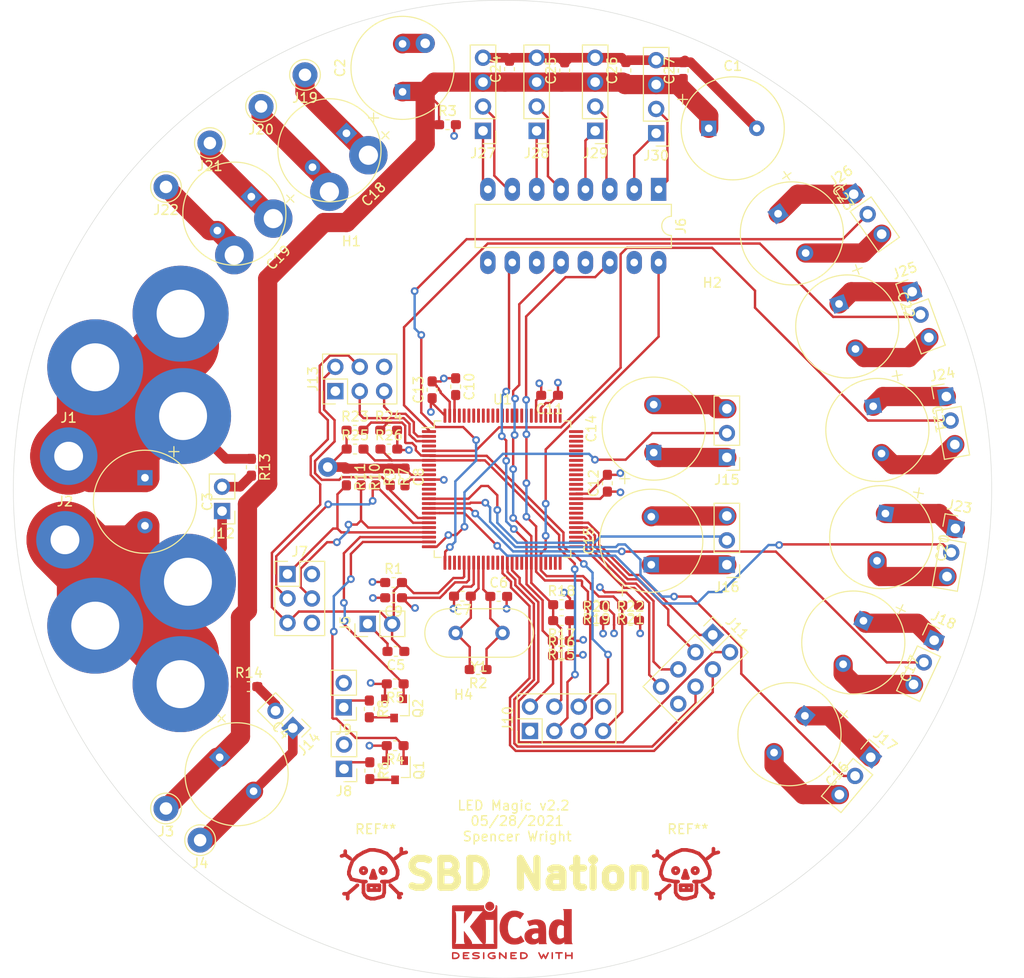
<source format=kicad_pcb>
(kicad_pcb (version 20171130) (host pcbnew "(5.1.6-0-10_14)")
  (layers (0 F.Cu signal) (1 PWR power hide) (2 GND power hide) (31 B.Cu signal) (34 B.Paste user) (35 F.Paste user hide) (36 B.SilkS user) (37 F.SilkS user) (38 B.Mask user) (39 F.Mask user) (44 Edge.Cuts user))
  (net 0 "")
  (net 1 /XTAL1_HI)
  (net 2 GND)
  (net 3 /XTAL2_HI)
  (net 4 +5V)
  (net 5 +9V)
  (net 6 /NRST)
  (net 7 "Net-(J8-Pad1)")
  (net 8 "Net-(J9-Pad1)")
  (net 9 "Net-(J12-Pad2)")
  (net 10 "Net-(J14-Pad2)")
  (net 11 /ATMEGA_D12_LED_OUT_1)
  (net 12 /ATMEGA_D6_LED_OUT_2)
  (net 13 /ATMEGA_D7_LED_OUT_3)
  (net 14 /ATMEGA_D8_LED_OUT_4)
  (net 15 /ATMEGA_D9_LED_OUT_5)
  (net 16 /ATMEGA_D5_LED_OUT_6)
  (net 17 /ATMEGA_D4_LED_OUT_7)
  (net 18 /ATMEGA_D13_LED_OUT_8)
  (net 19 /ATMEGA_D11_GRN_LED)
  (net 20 "Net-(Q1-Pad3)")
  (net 21 "Net-(Q2-Pad3)")
  (net 22 /ATMEGA_D10_RED_LED)
  (net 23 /ATMEGA_NSS)
  (net 24 /ATMEGA_SCK)
  (net 25 /ATMEGA_MOSI)
  (net 26 /ATMEGA_MISO)
  (net 27 /ATMEGA_D21_INT0)
  (net 28 /ATMEGA_D20_INT1)
  (net 29 /ATMEGA_D19_INT2)
  (net 30 /ATMEGA_D18_INT3)
  (net 31 /ATMEGA_D2_INT4)
  (net 32 /ATMEGA_D3_INT5)
  (net 33 /ATMEGA_D0_RX0)
  (net 34 /ATMEGA_D1_TX0)
  (net 35 "Net-(U1-Pad4)")
  (net 36 "Net-(U1-Pad8)")
  (net 37 "Net-(U1-Pad9)")
  (net 38 "Net-(U1-Pad12)")
  (net 39 "Net-(U1-Pad13)")
  (net 40 "Net-(U1-Pad14)")
  (net 41 "Net-(U1-Pad27)")
  (net 42 "Net-(U1-Pad28)")
  (net 43 "Net-(U1-Pad29)")
  (net 44 "Net-(U1-Pad35)")
  (net 45 "Net-(U1-Pad36)")
  (net 46 "Net-(U1-Pad37)")
  (net 47 /ATMEGA_D46_GPIO)
  (net 48 /ATMEGA_D45_GPIO)
  (net 49 /ATMEGA_D44_GPIO)
  (net 50 "Net-(U1-Pad41)")
  (net 51 "Net-(U1-Pad42)")
  (net 52 "Net-(U1-Pad47)")
  (net 53 "Net-(U1-Pad48)")
  (net 54 "Net-(U1-Pad49)")
  (net 55 "Net-(U1-Pad50)")
  (net 56 "Net-(U1-Pad51)")
  (net 57 "Net-(U1-Pad52)")
  (net 58 /ATMEGA_D37_GPIO)
  (net 59 /ATMEGA_D36_GPIO)
  (net 60 /ATMEGA_D35_GPIO)
  (net 61 /ATMEGA_D34_GPIO)
  (net 62 "Net-(U1-Pad57)")
  (net 63 "Net-(U1-Pad58)")
  (net 64 "Net-(U1-Pad59)")
  (net 65 "Net-(U1-Pad60)")
  (net 66 "Net-(U1-Pad63)")
  (net 67 "Net-(U1-Pad64)")
  (net 68 "Net-(U1-Pad65)")
  (net 69 "Net-(U1-Pad66)")
  (net 70 "Net-(U1-Pad67)")
  (net 71 "Net-(U1-Pad68)")
  (net 72 "Net-(U1-Pad69)")
  (net 73 "Net-(U1-Pad70)")
  (net 74 "Net-(U1-Pad71)")
  (net 75 "Net-(U1-Pad72)")
  (net 76 "Net-(U1-Pad73)")
  (net 77 "Net-(U1-Pad74)")
  (net 78 "Net-(U1-Pad75)")
  (net 79 "Net-(U1-Pad76)")
  (net 80 "Net-(U1-Pad77)")
  (net 81 "Net-(U1-Pad78)")
  (net 82 "Net-(U1-Pad79)")
  (net 83 "Net-(U1-Pad82)")
  (net 84 "Net-(U1-Pad83)")
  (net 85 "Net-(U1-Pad84)")
  (net 86 "Net-(U1-Pad85)")
  (net 87 "Net-(U1-Pad86)")
  (net 88 "Net-(U1-Pad87)")
  (net 89 "Net-(U1-Pad88)")
  (net 90 "Net-(U1-Pad89)")
  (net 91 "Net-(U1-Pad90)")
  (net 92 "Net-(U1-Pad91)")
  (net 93 "Net-(U1-Pad92)")
  (net 94 "Net-(U1-Pad93)")
  (net 95 "Net-(U1-Pad94)")
  (net 96 "Net-(U1-Pad95)")
  (net 97 "Net-(U1-Pad96)")
  (net 98 "Net-(U1-Pad97)")
  (net 99 "Net-(C10-Pad2)")
  (net 100 /OPTO_INT3_P)
  (net 101 /OPTO_INT3_N)
  (net 102 /OPTO_INT2_P)
  (net 103 /OPTO_INT2_N)
  (net 104 /OPTO_INT1_P)
  (net 105 /OPTO_INT1_N)
  (net 106 /OPTO_INT0_P)
  (net 107 /OPTO_INT0_N)
  (module Symbol:KiCad-Logo2_5mm_Copper (layer F.Cu) (at 155.194 151.384)
    (fp_text reference REF** hide)
    (fp_text value KiCad-Logo2_5mm_Copper hide)
    (fp_poly (pts (xy -2.9464 -2.510946) (xy -2.935535 -2.397007) (xy -2.903918 -2.289384) (xy -2.853015 -2.190385) (xy -2.784293 -2.102316) (xy -2.699219 -2.027484) (xy -2.602232 -1.969616) (xy -2.495964 -1.929995) (xy -2.38895 -1.911427) (xy -2.2833 -1.912566) (xy -2.181125 -1.93207) (xy -2.084534 -1.968594) (xy -1.995638 -2.020795) (xy -1.916546 -2.087327) (xy -1.849369 -2.166848) (xy -1.796217 -2.258013) (xy -1.759199 -2.359477) (xy -1.740427 -2.469898) (xy -1.738489 -2.519794) (xy -1.738489 -2.607733) (xy -1.68656 -2.607733) (xy -1.650253 -2.604889) (xy -1.623355 -2.593089) (xy -1.596249 -2.569351) (xy -1.557867 -2.530969) (xy -1.557867 -0.339398) (xy -1.557876 -0.077261) (xy -1.557908 0.163241) (xy -1.557972 0.383048) (xy -1.558076 0.583101) (xy -1.558227 0.764344) (xy -1.558434 0.927716) (xy -1.558706 1.07416) (xy -1.55905 1.204617) (xy -1.559474 1.320029) (xy -1.559987 1.421338) (xy -1.560597 1.509484) (xy -1.561312 1.58541) (xy -1.56214 1.650057) (xy -1.563089 1.704367) (xy -1.564167 1.74928) (xy -1.565383 1.78574) (xy -1.566745 1.814687) (xy -1.568261 1.837063) (xy -1.569938 1.853809) (xy -1.571786 1.865868) (xy -1.573813 1.87418) (xy -1.576025 1.879687) (xy -1.577108 1.881537) (xy -1.581271 1.888549) (xy -1.584805 1.894996) (xy -1.588635 1.9009) (xy -1.593682 1.906286) (xy -1.600871 1.911178) (xy -1.611123 1.915598) (xy -1.625364 1.919572) (xy -1.644514 1.923121) (xy -1.669499 1.92627) (xy -1.70124 1.929042) (xy -1.740662 1.931461) (xy -1.788686 1.933551) (xy -1.846237 1.935335) (xy -1.914237 1.936837) (xy -1.99361 1.93808) (xy -2.085279 1.939089) (xy -2.190166 1.939885) (xy -2.309196 1.940494) (xy -2.44329 1.940939) (xy -2.593373 1.941243) (xy -2.760367 1.94143) (xy -2.945196 1.941524) (xy -3.148783 1.941548) (xy -3.37205 1.941525) (xy -3.615922 1.94148) (xy -3.881321 1.941437) (xy -3.919704 1.941432) (xy -4.186682 1.941389) (xy -4.432002 1.941318) (xy -4.656583 1.941213) (xy -4.861345 1.941066) (xy -5.047206 1.940869) (xy -5.215088 1.940616) (xy -5.365908 1.9403) (xy -5.500587 1.939913) (xy -5.620044 1.939447) (xy -5.725199 1.938897) (xy -5.816971 1.938253) (xy -5.896279 1.937511) (xy -5.964043 1.936661) (xy -6.021182 1.935697) (xy -6.068617 1.934611) (xy -6.107266 1.933397) (xy -6.138049 1.932047) (xy -6.161885 1.930555) (xy -6.179694 1.928911) (xy -6.192395 1.927111) (xy -6.200908 1.925145) (xy -6.205266 1.923477) (xy -6.213728 1.919906) (xy -6.221497 1.91727) (xy -6.228602 1.914634) (xy -6.235073 1.911062) (xy -6.240939 1.905621) (xy -6.246229 1.897375) (xy -6.250974 1.88539) (xy -6.255202 1.868731) (xy -6.258943 1.846463) (xy -6.262227 1.817652) (xy -6.265083 1.781363) (xy -6.26754 1.736661) (xy -6.269629 1.682611) (xy -6.271378 1.618279) (xy -6.272817 1.54273) (xy -6.273976 1.45503) (xy -6.274883 1.354243) (xy -6.275569 1.239434) (xy -6.276063 1.10967) (xy -6.276395 0.964015) (xy -6.276593 0.801535) (xy -6.276687 0.621295) (xy -6.276708 0.42236) (xy -6.276685 0.203796) (xy -6.276646 -0.035332) (xy -6.276622 -0.29596) (xy -6.276622 -0.338111) (xy -6.276636 -0.601008) (xy -6.276661 -0.842268) (xy -6.276671 -1.062835) (xy -6.276642 -1.263648) (xy -6.276548 -1.445651) (xy -6.276362 -1.609784) (xy -6.276059 -1.756989) (xy -6.275614 -1.888208) (xy -6.275034 -1.998133) (xy -5.972197 -1.998133) (xy -5.932407 -1.940289) (xy -5.921236 -1.924521) (xy -5.911166 -1.910559) (xy -5.902138 -1.897216) (xy -5.894097 -1.883307) (xy -5.886986 -1.867644) (xy -5.880747 -1.849042) (xy -5.875325 -1.826314) (xy -5.870662 -1.798273) (xy -5.866701 -1.763733) (xy -5.863385 -1.721508) (xy -5.860659 -1.670411) (xy -5.858464 -1.609256) (xy -5.856745 -1.536856) (xy -5.855444 -1.452025) (xy -5.854505 -1.353578) (xy -5.85387 -1.240326) (xy -5.853484 -1.111084) (xy -5.853288 -0.964666) (xy -5.853227 -0.799884) (xy -5.853243 -0.615553) (xy -5.85328 -0.410487) (xy -5.853289 -0.287867) (xy -5.853265 -0.070918) (xy -5.853231 0.124642) (xy -5.853243 0.299999) (xy -5.853358 0.456341) (xy -5.85363 0.594857) (xy -5.854118 0.716734) (xy -5.854876 0.82316) (xy -5.855962 0.915322) (xy -5.857431 0.994409) (xy -5.85934 1.061608) (xy -5.861744 1.118107) (xy -5.864701 1.165093) (xy -5.868266 1.203755) (xy -5.872495 1.23528) (xy -5.877446 1.260855) (xy -5.883173 1.28167) (xy -5.889733 1.298911) (xy -5.897183 1.313765) (xy -5.905579 1.327422) (xy -5.914976 1.341069) (xy -5.925432 1.355893) (xy -5.931523 1.364783) (xy -5.970296 1.4224) (xy -5.438732 1.4224) (xy -5.315483 1.422365) (xy -5.212987 1.422215) (xy -5.12942 1.421878) (xy -5.062956 1.421286) (xy -5.011771 1.420367) (xy -4.974041 1.419051) (xy -4.94794 1.417269) (xy -4.931644 1.414951) (xy -4.923328 1.412026) (xy -4.921168 1.408424) (xy -4.923339 1.404075) (xy -4.924535 1.402645) (xy -4.949685 1.365573) (xy -4.975583 1.312772) (xy -4.999192 1.25077) (xy -5.007461 1.224357) (xy -5.012078 1.206416) (xy -5.015979 1.185355) (xy -5.019248 1.159089) (xy -5.021966 1.125532) (xy -5.024215 1.082599) (xy -5.026077 1.028204) (xy -5.027636 0.960262) (xy -5.028972 0.876688) (xy -5.030169 0.775395) (xy -5.031308 0.6543) (xy -5.031685 0.6096) (xy -5.032702 0.484449) (xy -5.03346 0.380082) (xy -5.033903 0.294707) (xy -5.03397 0.226533) (xy -5.033605 0.173765) (xy -5.032748 0.134614) (xy -5.031341 0.107285) (xy -5.029325 0.089986) (xy -5.026643 0.080926) (xy -5.023236 0.078312) (xy -5.019044 0.080351) (xy -5.014571 0.084667) (xy -5.004216 0.097602) (xy -4.982158 0.126676) (xy -4.949957 0.169759) (xy -4.909174 0.224718) (xy -4.86137 0.289423) (xy -4.808105 0.361742) (xy -4.75094 0.439544) (xy -4.691437 0.520698) (xy -4.631155 0.603072) (xy -4.571655 0.684536) (xy -4.514498 0.762957) (xy -4.461245 0.836204) (xy -4.413457 0.902147) (xy -4.372693 0.958654) (xy -4.340516 1.003593) (xy -4.318485 1.034834) (xy -4.313917 1.041466) (xy -4.290996 1.078369) (xy -4.264188 1.126359) (xy -4.238789 1.175897) (xy -4.235568 1.182577) (xy -4.21389 1.230772) (xy -4.201304 1.268334) (xy -4.195574 1.30416) (xy -4.194456 1.3462) (xy -4.19509 1.4224) (xy -3.040651 1.4224) (xy -3.131815 1.328669) (xy -3.178612 1.278775) (xy -3.228899 1.222295) (xy -3.274944 1.168026) (xy -3.295369 1.142673) (xy -3.325807 1.103128) (xy -3.365862 1.049916) (xy -3.414361 0.984667) (xy -3.470135 0.909011) (xy -3.532011 0.824577) (xy -3.598819 0.732994) (xy -3.669387 0.635892) (xy -3.742545 0.534901) (xy -3.817121 0.43165) (xy -3.891944 0.327768) (xy -3.965843 0.224885) (xy -4.037646 0.124631) (xy -4.106184 0.028636) (xy -4.170284 -0.061473) (xy -4.228775 -0.144064) (xy -4.280486 -0.217508) (xy -4.324247 -0.280176) (xy -4.358885 -0.330439) (xy -4.38323 -0.366666) (xy -4.396111 -0.387229) (xy -4.397869 -0.391332) (xy -4.38991 -0.402658) (xy -4.369115 -0.429838) (xy -4.336847 -0.471171) (xy -4.29447 -0.524956) (xy -4.243347 -0.589494) (xy -4.184841 -0.663082) (xy -4.120314 -0.744022) (xy -4.051131 -0.830612) (xy -3.978653 -0.921152) (xy -3.904246 -1.01394) (xy -3.844517 -1.088298) (xy -2.833511 -1.088298) (xy -2.827602 -1.075341) (xy -2.813272 -1.053092) (xy -2.812225 -1.051609) (xy -2.793438 -1.021456) (xy -2.773791 -0.984625) (xy -2.769892 -0.976489) (xy -2.766356 -0.96806) (xy -2.76323 -0.957941) (xy -2.760486 -0.94474) (xy -2.758092 -0.927062) (xy -2.756019 -0.903516) (xy -2.754235 -0.872707) (xy -2.752712 -0.833243) (xy -2.751419 -0.783731) (xy -2.750326 -0.722777) (xy -2.749403 -0.648989) (xy -2.748619 -0.560972) (xy -2.747945 -0.457335) (xy -2.74735 -0.336684) (xy -2.746805 -0.197626) (xy -2.746279 -0.038768) (xy -2.745745 0.140089) (xy -2.745206 0.325207) (xy -2.744772 0.489145) (xy -2.744509 0.633303) (xy -2.744484 0.759079) (xy -2.744765 0.867871) (xy -2.745419 0.961077) (xy -2.746514 1.040097) (xy -2.748118 1.106328) (xy -2.750297 1.16117) (xy -2.753119 1.206021) (xy -2.756651 1.242278) (xy -2.760961 1.271341) (xy -2.766117 1.294609) (xy -2.772185 1.313479) (xy -2.779233 1.329351) (xy -2.787329 1.343622) (xy -2.79654 1.357691) (xy -2.80504 1.370158) (xy -2.822176 1.396452) (xy -2.832322 1.414037) (xy -2.833511 1.417257) (xy -2.822604 1.418334) (xy -2.791411 1.419335) (xy -2.742223 1.420235) (xy -2.677333 1.42101) (xy -2.59903 1.421637) (xy -2.509607 1.422091) (xy -2.411356 1.422349) (xy -2.342445 1.4224) (xy -2.237452 1.42218) (xy -2.14061 1.421548) (xy -2.054107 1.420549) (xy -1.980132 1.419227) (xy -1.920874 1.417626) (xy -1.87852 1.415791) (xy -1.85526 1.413765) (xy -1.851378 1.412493) (xy -1.859076 1.397591) (xy -1.867074 1.38956) (xy -1.880246 1.372434) (xy -1.897485 1.342183) (xy -1.909407 1.317622) (xy -1.936045 1.258711) (xy -1.93912 0.081845) (xy -1.942195 -1.095022) (xy -2.387853 -1.095022) (xy -2.48567 -1.094858) (xy -2.576064 -1.094389) (xy -2.65663 -1.093653) (xy -2.724962 -1.092684) (xy -2.778656 -1.09152) (xy -2.815305 -1.090197) (xy -2.832504 -1.088751) (xy -2.833511 -1.088298) (xy -3.844517 -1.088298) (xy -3.82927 -1.107278) (xy -3.75509 -1.199463) (xy -3.683069 -1.288796) (xy -3.614569 -1.373576) (xy -3.550955 -1.452102) (xy -3.493588 -1.522674) (xy -3.443833 -1.583591) (xy -3.403052 -1.633153) (xy -3.385888 -1.653822) (xy -3.299596 -1.754484) (xy -3.222997 -1.837741) (xy -3.154183 -1.905562) (xy -3.091248 -1.959911) (xy -3.081867 -1.967278) (xy -3.042356 -1.997883) (xy -4.174116 -1.998133) (xy -4.168827 -1.950156) (xy -4.17213 -1.892812) (xy -4.193661 -1.824537) (xy -4.233635 -1.744788) (xy -4.278943 -1.672505) (xy -4.295161 -1.64986) (xy -4.323214 -1.612304) (xy -4.36143 -1.561979) (xy -4.408137 -1.501027) (xy -4.461661 -1.431589) (xy -4.520331 -1.355806) (xy -4.582475 -1.27582) (xy -4.646421 -1.193772) (xy -4.710495 -1.111804) (xy -4.773027 -1.032057) (xy -4.832343 -0.956673) (xy -4.886771 -0.887793) (xy -4.934639 -0.827558) (xy -4.974275 -0.778111) (xy -5.004006 -0.741592) (xy -5.022161 -0.720142) (xy -5.02522 -0.716844) (xy -5.028079 -0.724851) (xy -5.030293 -0.755145) (xy -5.031857 -0.807444) (xy -5.032767 -0.881469) (xy -5.03302 -0.976937) (xy -5.032613 -1.093566) (xy -5.031704 -1.213555) (xy -5.030382 -1.345667) (xy -5.028857 -1.457406) (xy -5.026881 -1.550975) (xy -5.024206 -1.628581) (xy -5.020582 -1.692426) (xy -5.015761 -1.744717) (xy -5.009494 -1.787656) (xy -5.001532 -1.823449) (xy -4.991627 -1.8543) (xy -4.979531 -1.882414) (xy -4.964993 -1.909995) (xy -4.950311 -1.935034) (xy -4.912314 -1.998133) (xy -5.972197 -1.998133) (xy -6.275034 -1.998133) (xy -6.275001 -2.004383) (xy -6.274195 -2.106456) (xy -6.27317 -2.195367) (xy -6.2719 -2.272059) (xy -6.27036 -2.337473) (xy -6.268524 -2.392551) (xy -6.266367 -2.438235) (xy -6.263863 -2.475466) (xy -6.260987 -2.505187) (xy -6.257713 -2.528338) (xy -6.254015 -2.545861) (xy -6.249869 -2.558699) (xy -6.245247 -2.567792) (xy -6.240126 -2.574082) (xy -6.234478 -2.578512) (xy -6.228279 -2.582022) (xy -6.221504 -2.585555) (xy -6.215508 -2.589124) (xy -6.210275 -2.5917) (xy -6.202099 -2.594028) (xy -6.189886 -2.596122) (xy -6.172541 -2.597993) (xy -6.148969 -2.599653) (xy -6.118077 -2.601116) (xy -6.078768 -2.602392) (xy -6.02995 -2.603496) (xy -5.970527 -2.604439) (xy -5.899404 -2.605233) (xy -5.815488 -2.605891) (xy -5.717683 -2.606425) (xy -5.604894 -2.606847) (xy -5.476029 -2.607171) (xy -5.329991 -2.607408) (xy -5.165686 -2.60757) (xy -4.98202 -2.60767) (xy -4.777897 -2.60772) (xy -4.566753 -2.607733) (xy -2.9464 -2.607733) (xy -2.9464 -2.510946)) (layer F.Cu) (width 0.01))
    (fp_poly (pts (xy 0.328429 -2.050929) (xy 0.48857 -2.029755) (xy 0.65251 -1.989615) (xy 0.822313 -1.930111) (xy 1.000043 -1.850846) (xy 1.01131 -1.845301) (xy 1.069005 -1.817275) (xy 1.120552 -1.793198) (xy 1.162191 -1.774751) (xy 1.190162 -1.763614) (xy 1.199733 -1.761067) (xy 1.21895 -1.756059) (xy 1.223561 -1.751853) (xy 1.218458 -1.74142) (xy 1.202418 -1.715132) (xy 1.177288 -1.675743) (xy 1.144914 -1.626009) (xy 1.107143 -1.568685) (xy 1.065822 -1.506524) (xy 1.022798 -1.442282) (xy 0.979917 -1.378715) (xy 0.939026 -1.318575) (xy 0.901971 -1.26462) (xy 0.8706 -1.219603) (xy 0.846759 -1.186279) (xy 0.832294 -1.167403) (xy 0.830309 -1.165213) (xy 0.820191 -1.169862) (xy 0.79785 -1.187038) (xy 0.76728 -1.21356) (xy 0.751536 -1.228036) (xy 0.655047 -1.303318) (xy 0.548336 -1.358759) (xy 0.432832 -1.393859) (xy 0.309962 -1.40812) (xy 0.240561 -1.406949) (xy 0.119423 -1.389788) (xy 0.010205 -1.353906) (xy -0.087418 -1.299041) (xy -0.173772 -1.22493) (xy -0.249185 -1.131312) (xy -0.313982 -1.017924) (xy -0.351399 -0.931333) (xy -0.395252 -0.795634) (xy -0.427572 -0.64815) (xy -0.448443 -0.492686) (xy -0.457949 -0.333044) (xy -0.456173 -0.173027) (xy -0.443197 -0.016439) (xy -0.419106 0.132918) (xy -0.383982 0.27124) (xy -0.337908 0.394724) (xy -0.321627 0.428978) (xy -0.25338 0.543064) (xy -0.172921 0.639557) (xy -0.08143 0.71767) (xy 0.019911 0.776617) (xy 0.12992 0.815612) (xy 0.247415 0.833868) (xy 0.288883 0.835211) (xy 0.410441 0.82429) (xy 0.530878 0.791474) (xy 0.648666 0.737439) (xy 0.762277 0.662865) (xy 0.853685 0.584539) (xy 0.900215 0.540008) (xy 1.081483 0.837271) (xy 1.12658 0.911433) (xy 1.167819 0.979646) (xy 1.203735 1.039459) (xy 1.232866 1.08842) (xy 1.25375 1.124079) (xy 1.264924 1.143984) (xy 1.266375 1.147079) (xy 1.258146 1.156718) (xy 1.232567 1.173999) (xy 1.192873 1.197283) (xy 1.142297 1.224934) (xy 1.084074 1.255315) (xy 1.021437 1.28679) (xy 0.957621 1.317722) (xy 0.89586 1.346473) (xy 0.839388 1.371408) (xy 0.791438 1.390889) (xy 0.767986 1.399318) (xy 0.634221 1.437133) (xy 0.496327 1.462136) (xy 0.348622 1.47514) (xy 0.221833 1.477468) (xy 0.153878 1.476373) (xy 0.088277 1.474275) (xy 0.030847 1.471434) (xy -0.012597 1.468106) (xy -0.026702 1.466422) (xy -0.165716 1.437587) (xy -0.307243 1.392468) (xy -0.444725 1.33375) (xy -0.571606 1.26412) (xy -0.649111 1.211441) (xy -0.776519 1.103239) (xy -0.894822 0.976671) (xy -1.001828 0.834866) (xy -1.095348 0.680951) (xy -1.17319 0.518053) (xy -1.217044 0.400756) (xy -1.267292 0.217128) (xy -1.300791 0.022581) (xy -1.317551 -0.178675) (xy -1.317584 -0.382432) (xy -1.300899 -0.584479) (xy -1.267507 -0.780608) (xy -1.21742 -0.966609) (xy -1.213603 -0.978197) (xy -1.150719 -1.14025) (xy -1.073972 -1.288168) (xy -0.980758 -1.426135) (xy -0.868473 -1.558339) (xy -0.824608 -1.603601) (xy -0.688466 -1.727543) (xy -0.548509 -1.830085) (xy -0.402589 -1.912344) (xy -0.248558 -1.975436) (xy -0.084268 -2.020477) (xy 0.011289 -2.037967) (xy 0.170023 -2.053534) (xy 0.328429 -2.050929)) (layer F.Cu) (width 0.01))
    (fp_poly (pts (xy 2.673574 -1.133448) (xy 2.825492 -1.113433) (xy 2.960756 -1.079798) (xy 3.080239 -1.032275) (xy 3.184815 -0.970595) (xy 3.262424 -0.907035) (xy 3.331265 -0.832901) (xy 3.385006 -0.753129) (xy 3.42791 -0.660909) (xy 3.443384 -0.617839) (xy 3.456244 -0.578858) (xy 3.467446 -0.542711) (xy 3.47712 -0.507566) (xy 3.485396 -0.47159) (xy 3.492403 -0.43295) (xy 3.498272 -0.389815) (xy 3.503131 -0.340351) (xy 3.50711 -0.282727) (xy 3.51034 -0.215109) (xy 3.512949 -0.135666) (xy 3.515067 -0.042564) (xy 3.516824 0.066027) (xy 3.518349 0.191942) (xy 3.519772 0.337012) (xy 3.521025 0.479778) (xy 3.522351 0.635968) (xy 3.523556 0.771239) (xy 3.524766 0.887246) (xy 3.526106 0.985645) (xy 3.5277 1.068093) (xy 3.529675 1.136246) (xy 3.532156 1.19176) (xy 3.535269 1.236292) (xy 3.539138 1.271498) (xy 3.543889 1.299034) (xy 3.549648 1.320556) (xy 3.556539 1.337722) (xy 3.564689 1.352186) (xy 3.574223 1.365606) (xy 3.585266 1.379638) (xy 3.589566 1.385071) (xy 3.605386 1.40791) (xy 3.612422 1.423463) (xy 3.612444 1.423922) (xy 3.601567 1.426121) (xy 3.570582 1.428147) (xy 3.521957 1.429942) (xy 3.458163 1.431451) (xy 3.381669 1.432616) (xy 3.294944 1.43338) (xy 3.200457 1.433686) (xy 3.18955 1.433689) (xy 2.766657 1.433689) (xy 2.763395 1.337622) (xy 2.760133 1.241556) (xy 2.698044 1.292543) (xy 2.600714 1.360057) (xy 2.490813 1.414749) (xy 2.404349 1.444978) (xy 2.335278 1.459666) (xy 2.251925 1.469659) (xy 2.162159 1.474646) (xy 2.073845 1.474313) (xy 1.994851 1.468351) (xy 1.958622 1.462638) (xy 1.818603 1.424776) (xy 1.692178 1.369932) (xy 1.58026 1.298924) (xy 1.483762 1.212568) (xy 1.4036 1.111679) (xy 1.340687 0.997076) (xy 1.296312 0.870984) (xy 1.283978 0.814401) (xy 1.276368 0.752202) (xy 1.272739 0.677363) (xy 1.272245 0.643467) (xy 1.27231 0.640282) (xy 2.032248 0.640282) (xy 2.041541 0.715333) (xy 2.069728 0.77916) (xy 2.118197 0.834798) (xy 2.123254 0.839211) (xy 2.171548 0.874037) (xy 2.223257 0.89662) (xy 2.283989 0.90854) (xy 2.359352 0.911383) (xy 2.377459 0.910978) (xy 2.431278 0.908325) (xy 2.471308 0.902909) (xy 2.506324 0.892745) (xy 2.545103 0.87585) (xy 2.555745 0.870672) (xy 2.616396 0.834844) (xy 2.663215 0.792212) (xy 2.675952 0.776973) (xy 2.720622 0.720462) (xy 2.720622 0.524586) (xy 2.720086 0.445939) (xy 2.718396 0.387988) (xy 2.715428 0.348875) (xy 2.711057 0.326741) (xy 2.706972 0.320274) (xy 2.691047 0.317111) (xy 2.657264 0.314488) (xy 2.61034 0.312655) (xy 2.554993 0.311857) (xy 2.546106 0.311842) (xy 2.42533 0.317096) (xy 2.32266 0.333263) (xy 2.236106 0.360961) (xy 2.163681 0.400808) (xy 2.108751 0.447758) (xy 2.064204 0.505645) (xy 2.03948 0.568693) (xy 2.032248 0.640282) (xy 1.27231 0.640282) (xy 1.274178 0.549712) (xy 1.282522 0.470812) (xy 1.298768 0.39959) (xy 1.324405 0.328864) (xy 1.348401 0.276493) (xy 1.40702 0.181196) (xy 1.485117 0.09317) (xy 1.580315 0.014017) (xy 1.690238 -0.05466) (xy 1.81251 -0.111259) (xy 1.944755 -0.154179) (xy 2.009422 -0.169118) (xy 2.145604 -0.191223) (xy 2.294049 -0.205806) (xy 2.445505 -0.212187) (xy 2.572064 -0.210555) (xy 2.73395 -0.203776) (xy 2.72653 -0.262755) (xy 2.707238 -0.361908) (xy 2.676104 -0.442628) (xy 2.632269 -0.505534) (xy 2.574871 -0.551244) (xy 2.503048 -0.580378) (xy 2.415941 -0.593553) (xy 2.312686 -0.591389) (xy 2.274711 -0.587388) (xy 2.13352 -0.56222) (xy 1.996707 -0.521186) (xy 1.902178 -0.483185) (xy 1.857018 -0.46381) (xy 1.818585 -0.44824) (xy 1.792234 -0.438595) (xy 1.784546 -0.436548) (xy 1.774802 -0.445626) (xy 1.758083 -0.474595) (xy 1.734232 -0.523783) (xy 1.703093 -0.593516) (xy 1.664507 -0.684121) (xy 1.65791 -0.699911) (xy 1.627853 -0.772228) (xy 1.600874 -0.837575) (xy 1.578136 -0.893094) (xy 1.560806 -0.935928) (xy 1.550048 -0.963219) (xy 1.546941 -0.972058) (xy 1.55694 -0.976813) (xy 1.583217 -0.98209) (xy 1.611489 -0.985769) (xy 1.641646 -0.990526) (xy 1.689433 -0.999972) (xy 1.750612 -1.01318) (xy 1.820946 -1.029224) (xy 1.896194 -1.04718) (xy 1.924755 -1.054203) (xy 2.029816 -1.079791) (xy 2.11748 -1.099853) (xy 2.192068 -1.115031) (xy 2.257903 -1.125965) (xy 2.319307 -1.133296) (xy 2.380602 -1.137665) (xy 2.44611 -1.139713) (xy 2.504128 -1.140111) (xy 2.673574 -1.133448)) (layer F.Cu) (width 0.01))
    (fp_poly (pts (xy 6.186507 -0.527755) (xy 6.186526 -0.293338) (xy 6.186552 -0.080397) (xy 6.186625 0.112168) (xy 6.186782 0.285459) (xy 6.187064 0.440576) (xy 6.187509 0.57862) (xy 6.188156 0.700692) (xy 6.189045 0.807894) (xy 6.190213 0.901326) (xy 6.191701 0.98209) (xy 6.193546 1.051286) (xy 6.195789 1.110015) (xy 6.198469 1.159379) (xy 6.201623 1.200478) (xy 6.205292 1.234413) (xy 6.209513 1.262286) (xy 6.214327 1.285198) (xy 6.219773 1.304249) (xy 6.225888 1.32054) (xy 6.232712 1.335173) (xy 6.240285 1.349249) (xy 6.248645 1.363868) (xy 6.253839 1.372974) (xy 6.288104 1.433689) (xy 5.429955 1.433689) (xy 5.429955 1.337733) (xy 5.429224 1.29437) (xy 5.427272 1.261205) (xy 5.424463 1.243424) (xy 5.423221 1.241778) (xy 5.411799 1.248662) (xy 5.389084 1.266505) (xy 5.366385 1.285879) (xy 5.3118 1.326614) (xy 5.242321 1.367617) (xy 5.16527 1.405123) (xy 5.087965 1.435364) (xy 5.057113 1.445012) (xy 4.988616 1.459578) (xy 4.905764 1.469539) (xy 4.816371 1.474583) (xy 4.728248 1.474396) (xy 4.649207 1.468666) (xy 4.611511 1.462858) (xy 4.473414 1.424797) (xy 4.346113 1.367073) (xy 4.230292 1.290211) (xy 4.126637 1.194739) (xy 4.035833 1.081179) (xy 3.969031 0.970381) (xy 3.914164 0.853625) (xy 3.872163 0.734276) (xy 3.842167 0.608283) (xy 3.823311 0.471594) (xy 3.814732 0.320158) (xy 3.814006 0.242711) (xy 3.8161 0.185934) (xy 4.645217 0.185934) (xy 4.645424 0.279002) (xy 4.648337 0.366692) (xy 4.654 0.443772) (xy 4.662455 0.505009) (xy 4.665038 0.51735) (xy 4.69684 0.624633) (xy 4.738498 0.711658) (xy 4.790363 0.778642) (xy 4.852781 0.825805) (xy 4.9261 0.853365) (xy 5.010669 0.861541) (xy 5.106835 0.850551) (xy 5.170311 0.834829) (xy 5.219454 0.816639) (xy 5.273583 0.790791) (xy 5.314244 0.767089) (xy 5.3848 0.720721) (xy 5.3848 -0.42947) (xy 5.317392 -0.473038) (xy 5.238867 -0.51396) (xy 5.154681 -0.540611) (xy 5.069557 -0.552535) (xy 4.988216 -0.549278) (xy 4.91538 -0.530385) (xy 4.883426 -0.514816) (xy 4.825501 -0.471819) (xy 4.776544 -0.415047) (xy 4.73539 -0.342425) (xy 4.700874 -0.251879) (xy 4.671833 -0.141334) (xy 4.670552 -0.135467) (xy 4.660381 -0.073212) (xy 4.652739 0.004594) (xy 4.64767 0.09272) (xy 4.645217 0.185934) (xy 3.8161 0.185934) (xy 3.821857 0.029895) (xy 3.843802 -0.165941) (xy 3.879786 -0.344668) (xy 3.929759 -0.506155) (xy 3.993668 -0.650274) (xy 4.071462 -0.776894) (xy 4.163089 -0.885885) (xy 4.268497 -0.977117) (xy 4.313662 -1.008068) (xy 4.414611 -1.064215) (xy 4.517901 -1.103826) (xy 4.627989 -1.127986) (xy 4.74933 -1.137781) (xy 4.841836 -1.136735) (xy 4.97149 -1.125769) (xy 5.084084 -1.103954) (xy 5.182875 -1.070286) (xy 5.271121 -1.023764) (xy 5.319986 -0.989552) (xy 5.349353 -0.967638) (xy 5.371043 -0.952667) (xy 5.379253 -0.948267) (xy 5.380868 -0.959096) (xy 5.382159 -0.989749) (xy 5.383138 -1.037474) (xy 5.383817 -1.099521) (xy 5.38421 -1.173138) (xy 5.38433 -1.255573) (xy 5.384188 -1.344075) (xy 5.383797 -1.435893) (xy 5.383171 -1.528276) (xy 5.38232 -1.618472) (xy 5.38126 -1.703729) (xy 5.380001 -1.781297) (xy 5.378556 -1.848424) (xy 5.376938 -1.902359) (xy 5.375161 -1.94035) (xy 5.374669 -1.947333) (xy 5.367092 -2.017749) (xy 5.355531 -2.072898) (xy 5.337792 -2.120019) (xy 5.311682 -2.166353) (xy 5.305415 -2.175933) (xy 5.280983 -2.212622) (xy 6.186311 -2.212622) (xy 6.186507 -0.527755)) (layer F.Cu) (width 0.01))
    (fp_poly (pts (xy -2.273043 -2.973429) (xy -2.176768 -2.949191) (xy -2.090184 -2.906359) (xy -2.015373 -2.846581) (xy -1.954418 -2.771506) (xy -1.909399 -2.68278) (xy -1.883136 -2.58647) (xy -1.877286 -2.489205) (xy -1.89214 -2.395346) (xy -1.92584 -2.307489) (xy -1.976528 -2.22823) (xy -2.042345 -2.160164) (xy -2.121434 -2.105888) (xy -2.211934 -2.067998) (xy -2.2632 -2.055574) (xy -2.307698 -2.048053) (xy -2.341999 -2.045081) (xy -2.37496 -2.046906) (xy -2.415434 -2.053775) (xy -2.448531 -2.06075) (xy -2.541947 -2.092259) (xy -2.625619 -2.143383) (xy -2.697665 -2.212571) (xy -2.7562 -2.298272) (xy -2.770148 -2.325511) (xy -2.786586 -2.361878) (xy -2.796894 -2.392418) (xy -2.80246 -2.42455) (xy -2.804669 -2.465693) (xy -2.804948 -2.511778) (xy -2.800861 -2.596135) (xy -2.787446 -2.665414) (xy -2.762256 -2.726039) (xy -2.722846 -2.784433) (xy -2.684298 -2.828698) (xy -2.612406 -2.894516) (xy -2.537313 -2.939947) (xy -2.454562 -2.96715) (xy -2.376928 -2.977424) (xy -2.273043 -2.973429)) (layer F.Cu) (width 0.01))
    (fp_poly (pts (xy -6.121371 2.269066) (xy -6.081889 2.269467) (xy -5.9662 2.272259) (xy -5.869311 2.28055) (xy -5.787919 2.295232) (xy -5.718723 2.317193) (xy -5.65842 2.347322) (xy -5.603708 2.38651) (xy -5.584167 2.403532) (xy -5.55175 2.443363) (xy -5.52252 2.497413) (xy -5.499991 2.557323) (xy -5.487679 2.614739) (xy -5.4864 2.635956) (xy -5.494417 2.694769) (xy -5.515899 2.759013) (xy -5.546999 2.819821) (xy -5.583866 2.86833) (xy -5.589854 2.874182) (xy -5.640579 2.915321) (xy -5.696125 2.947435) (xy -5.759696 2.971365) (xy -5.834494 2.987953) (xy -5.923722 2.998041) (xy -6.030582 3.002469) (xy -6.079528 3.002845) (xy -6.141762 3.002545) (xy -6.185528 3.001292) (xy -6.214931 2.998554) (xy -6.234079 2.993801) (xy -6.247077 2.986501) (xy -6.254045 2.980267) (xy -6.260626 2.972694) (xy -6.265788 2.962924) (xy -6.269703 2.94834) (xy -6.272543 2.926326) (xy -6.27448 2.894264) (xy -6.275684 2.849536) (xy -6.276328 2.789526) (xy -6.276583 2.711617) (xy -6.276622 2.635956) (xy -6.27687 2.535041) (xy -6.276817 2.454427) (xy -6.275857 2.415822) (xy -6.129867 2.415822) (xy -6.129867 2.856089) (xy -6.036734 2.856004) (xy -5.980693 2.854396) (xy -5.921999 2.850256) (xy -5.873028 2.844464) (xy -5.871538 2.844226) (xy -5.792392 2.82509) (xy -5.731002 2.795287) (xy -5.684305 2.752878) (xy -5.654635 2.706961) (xy -5.636353 2.656026) (xy -5.637771 2.6082) (xy -5.658988 2.556933) (xy -5.700489 2.503899) (xy -5.757998 2.4646) (xy -5.83275 2.438331) (xy -5.882708 2.429035) (xy -5.939416 2.422507) (xy -5.999519 2.417782) (xy -6.050639 2.415817) (xy -6.053667 2.415808) (xy -6.129867 2.415822) (xy -6.275857 2.415822) (xy -6.27526 2.391851) (xy -6.270998 2.345055) (xy -6.26283 2.311778) (xy -6.249556 2.289759) (xy -6.229974 2.276739) (xy -6.202883 2.270457) (xy -6.167082 2.268653) (xy -6.121371 2.269066)) (layer F.Cu) (width 0.01))
    (fp_poly (pts (xy -4.712794 2.269146) (xy -4.643386 2.269518) (xy -4.590997 2.270385) (xy -4.552847 2.271946) (xy -4.526159 2.274403) (xy -4.508153 2.277957) (xy -4.496049 2.28281) (xy -4.487069 2.289161) (xy -4.483818 2.292084) (xy -4.464043 2.323142) (xy -4.460482 2.358828) (xy -4.473491 2.39051) (xy -4.479506 2.396913) (xy -4.489235 2.403121) (xy -4.504901 2.40791) (xy -4.529408 2.411514) (xy -4.565661 2.414164) (xy -4.616565 2.416095) (xy -4.685026 2.417539) (xy -4.747617 2.418418) (xy -4.995334 2.421467) (xy -4.998719 2.486378) (xy -5.002105 2.551289) (xy -4.833958 2.551289) (xy -4.760959 2.551919) (xy -4.707517 2.554553) (xy -4.670628 2.560309) (xy -4.647288 2.570304) (xy -4.634494 2.585656) (xy -4.629242 2.607482) (xy -4.628445 2.627738) (xy -4.630923 2.652592) (xy -4.640277 2.670906) (xy -4.659383 2.683637) (xy -4.691118 2.691741) (xy -4.738359 2.696176) (xy -4.803983 2.697899) (xy -4.839801 2.698045) (xy -5.000978 2.698045) (xy -5.000978 2.856089) (xy -4.752622 2.856089) (xy -4.671213 2.856202) (xy -4.609342 2.856712) (xy -4.563968 2.85787) (xy -4.532054 2.85993) (xy -4.510559 2.863146) (xy -4.496443 2.867772) (xy -4.486668 2.874059) (xy -4.481689 2.878667) (xy -4.46461 2.90556) (xy -4.459111 2.929467) (xy -4.466963 2.958667) (xy -4.481689 2.980267) (xy -4.489546 2.987066) (xy -4.499688 2.992346) (xy -4.514844 2.996298) (xy -4.537741 2.999113) (xy -4.571109 3.000982) (xy -4.617675 3.002098) (xy -4.680167 3.002651) (xy -4.761314 3.002833) (xy -4.803422 3.002845) (xy -4.893598 3.002765) (xy -4.963924 3.002398) (xy -5.017129 3.001552) (xy -5.05594 3.000036) (xy -5.083087 2.997659) (xy -5.101298 2.994229) (xy -5.1133 2.989554) (xy -5.121822 2.983444) (xy -5.125156 2.980267) (xy -5.131755 2.97267) (xy -5.136927 2.96287) (xy -5.140846 2.948239) (xy -5.143684 2.926152) (xy -5.145615 2.893982) (xy -5.146812 2.849103) (xy -5.147448 2.788889) (xy -5.147697 2.710713) (xy -5.147734 2.637923) (xy -5.1477 2.544707) (xy -5.147465 2.471431) (xy -5.14683 2.415458) (xy -5.145594 2.374151) (xy -5.143556 2.344872) (xy -5.140517 2.324984) (xy -5.136277 2.31185) (xy -5.130635 2.302832) (xy -5.123391 2.295293) (xy -5.121606 2.293612) (xy -5.112945 2.286172) (xy -5.102882 2.280409) (xy -5.088625 2.276112) (xy -5.067383 2.273064) (xy -5.036364 2.271051) (xy -4.992777 2.26986) (xy -4.933831 2.269275) (xy -4.856734 2.269083) (xy -4.802001 2.269067) (xy -4.712794 2.269146)) (layer F.Cu) (width 0.01))
    (fp_poly (pts (xy -3.691703 2.270351) (xy -3.616888 2.275581) (xy -3.547306 2.28375) (xy -3.487002 2.29455) (xy -3.44002 2.307673) (xy -3.410406 2.322813) (xy -3.40586 2.327269) (xy -3.390054 2.36185) (xy -3.394847 2.397351) (xy -3.419364 2.427725) (xy -3.420534 2.428596) (xy -3.434954 2.437954) (xy -3.450008 2.442876) (xy -3.471005 2.443473) (xy -3.503257 2.439861) (xy -3.552073 2.432154) (xy -3.556 2.431505) (xy -3.628739 2.422569) (xy -3.707217 2.418161) (xy -3.785927 2.418119) (xy -3.859361 2.422279) (xy -3.922011 2.430479) (xy -3.96837 2.442557) (xy -3.971416 2.443771) (xy -4.005048 2.462615) (xy -4.016864 2.481685) (xy -4.007614 2.500439) (xy -3.978047 2.518337) (xy -3.928911 2.534837) (xy -3.860957 2.549396) (xy -3.815645 2.556406) (xy -3.721456 2.569889) (xy -3.646544 2.582214) (xy -3.587717 2.594449) (xy -3.541785 2.607661) (xy -3.505555 2.622917) (xy -3.475838 2.641285) (xy -3.449442 2.663831) (xy -3.42823 2.685971) (xy -3.403065 2.716819) (xy -3.390681 2.743345) (xy -3.386808 2.776026) (xy -3.386667 2.787995) (xy -3.389576 2.827712) (xy -3.401202 2.857259) (xy -3.421323 2.883486) (xy -3.462216 2.923576) (xy -3.507817 2.954149) (xy -3.561513 2.976203) (xy -3.626692 2.990735) (xy -3.706744 2.998741) (xy -3.805057 3.001218) (xy -3.821289 3.001177) (xy -3.886849 2.999818) (xy -3.951866 2.99673) (xy -4.009252 2.992356) (xy -4.051922 2.98714) (xy -4.055372 2.986541) (xy -4.097796 2.976491) (xy -4.13378 2.963796) (xy -4.15415 2.95219) (xy -4.173107 2.921572) (xy -4.174427 2.885918) (xy -4.158085 2.854144) (xy -4.154429 2.850551) (xy -4.139315 2.839876) (xy -4.120415 2.835276) (xy -4.091162 2.836059) (xy -4.055651 2.840127) (xy -4.01597 2.843762) (xy -3.960345 2.846828) (xy -3.895406 2.849053) (xy -3.827785 2.850164) (xy -3.81 2.850237) (xy -3.742128 2.849964) (xy -3.692454 2.848646) (xy -3.65661 2.845827) (xy -3.630224 2.84105) (xy -3.608926 2.833857) (xy -3.596126 2.827867) (xy -3.568 2.811233) (xy -3.550068 2.796168) (xy -3.547447 2.791897) (xy -3.552976 2.774263) (xy -3.57926 2.757192) (xy -3.624478 2.741458) (xy -3.686808 2.727838) (xy -3.705171 2.724804) (xy -3.80109 2.709738) (xy -3.877641 2.697146) (xy -3.93778 2.686111) (xy -3.98446 2.67572) (xy -4.020637 2.665056) (xy -4.049265 2.653205) (xy -4.073298 2.639251) (xy -4.095692 2.622281) (xy -4.119402 2.601378) (xy -4.12738 2.594049) (xy -4.155353 2.566699) (xy -4.17016 2.545029) (xy -4.175952 2.520232) (xy -4.176889 2.488983) (xy -4.166575 2.427705) (xy -4.135752 2.37564) (xy -4.084595 2.332958) (xy -4.013283 2.299825) (xy -3.9624 2.284964) (xy -3.9071 2.275366) (xy -3.840853 2.269936) (xy -3.767706 2.268367) (xy -3.691703 2.270351)) (layer F.Cu) (width 0.01))
    (fp_poly (pts (xy -2.923822 2.291645) (xy -2.917242 2.299218) (xy -2.912079 2.308987) (xy -2.908164 2.323571) (xy -2.905324 2.345585) (xy -2.903387 2.377648) (xy -2.902183 2.422375) (xy -2.901539 2.482385) (xy -2.901284 2.560294) (xy -2.901245 2.635956) (xy -2.901314 2.729802) (xy -2.901638 2.803689) (xy -2.902386 2.860232) (xy -2.903732 2.902049) (xy -2.905846 2.931757) (xy -2.9089 2.951973) (xy -2.913066 2.965314) (xy -2.918516 2.974398) (xy -2.923822 2.980267) (xy -2.956826 2.999947) (xy -2.991991 2.998181) (xy -3.023455 2.976717) (xy -3.030684 2.968337) (xy -3.036334 2.958614) (xy -3.040599 2.944861) (xy -3.043673 2.924389) (xy -3.045752 2.894512) (xy -3.04703 2.852541) (xy -3.047701 2.795789) (xy -3.047959 2.721567) (xy -3.048 2.637537) (xy -3.048 2.324485) (xy -3.020291 2.296776) (xy -2.986137 2.273463) (xy -2.953006 2.272623) (xy -2.923822 2.291645)) (layer F.Cu) (width 0.01))
    (fp_poly (pts (xy -1.950081 2.274599) (xy -1.881565 2.286095) (xy -1.828943 2.303967) (xy -1.794708 2.327499) (xy -1.785379 2.340924) (xy -1.775893 2.372148) (xy -1.782277 2.400395) (xy -1.80243 2.427182) (xy -1.833745 2.439713) (xy -1.879183 2.438696) (xy -1.914326 2.431906) (xy -1.992419 2.418971) (xy -2.072226 2.417742) (xy -2.161555 2.428241) (xy -2.186229 2.43269) (xy -2.269291 2.456108) (xy -2.334273 2.490945) (xy -2.380461 2.536604) (xy -2.407145 2.592494) (xy -2.412663 2.621388) (xy -2.409051 2.680012) (xy -2.385729 2.731879) (xy -2.344824 2.775978) (xy -2.288459 2.811299) (xy -2.21876 2.836829) (xy -2.137852 2.851559) (xy -2.04786 2.854478) (xy -1.95091 2.844575) (xy -1.945436 2.843641) (xy -1.906875 2.836459) (xy -1.885494 2.829521) (xy -1.876227 2.819227) (xy -1.874006 2.801976) (xy -1.873956 2.792841) (xy -1.873956 2.754489) (xy -1.942431 2.754489) (xy -2.0029 2.750347) (xy -2.044165 2.737147) (xy -2.068175 2.71373) (xy -2.076877 2.678936) (xy -2.076983 2.674394) (xy -2.071892 2.644654) (xy -2.054433 2.623419) (xy -2.021939 2.609366) (xy -1.971743 2.601173) (xy -1.923123 2.598161) (xy -1.852456 2.596433) (xy -1.801198 2.59907) (xy -1.766239 2.6088) (xy -1.74447 2.628353) (xy -1.73278 2.660456) (xy -1.72806 2.707838) (xy -1.7272 2.770071) (xy -1.728609 2.839535) (xy -1.732848 2.886786) (xy -1.739936 2.912012) (xy -1.741311 2.913988) (xy -1.780228 2.945508) (xy -1.837286 2.97047) (xy -1.908869 2.98834) (xy -1.991358 2.998586) (xy -2.081139 3.000673) (xy -2.174592 2.994068) (xy -2.229556 2.985956) (xy -2.315766 2.961554) (xy -2.395892 2.921662) (xy -2.462977 2.869887) (xy -2.473173 2.859539) (xy -2.506302 2.816035) (xy -2.536194 2.762118) (xy -2.559357 2.705592) (xy -2.572298 2.654259) (xy -2.573858 2.634544) (xy -2.567218 2.593419) (xy -2.549568 2.542252) (xy -2.524297 2.488394) (xy -2.494789 2.439195) (xy -2.468719 2.406334) (xy -2.407765 2.357452) (xy -2.328969 2.318545) (xy -2.235157 2.290494) (xy -2.12915 2.274179) (xy -2.032 2.270192) (xy -1.950081 2.274599)) (layer F.Cu) (width 0.01))
    (fp_poly (pts (xy -1.300114 2.273448) (xy -1.276548 2.287273) (xy -1.245735 2.309881) (xy -1.206078 2.342338) (xy -1.15598 2.385708) (xy -1.093843 2.441058) (xy -1.018072 2.509451) (xy -0.931334 2.588084) (xy -0.750711 2.751878) (xy -0.745067 2.532029) (xy -0.743029 2.456351) (xy -0.741063 2.399994) (xy -0.738734 2.359706) (xy -0.735606 2.332235) (xy -0.731245 2.314329) (xy -0.725216 2.302737) (xy -0.717084 2.294208) (xy -0.712772 2.290623) (xy -0.678241 2.27167) (xy -0.645383 2.274441) (xy -0.619318 2.290633) (xy -0.592667 2.312199) (xy -0.589352 2.627151) (xy -0.588435 2.719779) (xy -0.587968 2.792544) (xy -0.588113 2.848161) (xy -0.589032 2.889342) (xy -0.590887 2.918803) (xy -0.593839 2.939255) (xy -0.59805 2.953413) (xy -0.603682 2.963991) (xy -0.609927 2.972474) (xy -0.623439 2.988207) (xy -0.636883 2.998636) (xy -0.652124 3.002639) (xy -0.671026 2.999094) (xy -0.695455 2.986879) (xy -0.727273 2.964871) (xy -0.768348 2.931949) (xy -0.820542 2.886991) (xy -0.885722 2.828875) (xy -0.959556 2.762099) (xy -1.224845 2.521458) (xy -1.230489 2.740589) (xy -1.232531 2.816128) (xy -1.234502 2.872354) (xy -1.236839 2.912524) (xy -1.239981 2.939896) (xy -1.244364 2.957728) (xy -1.250424 2.969279) (xy -1.2586 2.977807) (xy -1.262784 2.981282) (xy -1.299765 3.000372) (xy -1.334708 2.997493) (xy -1.365136 2.9731) (xy -1.372097 2.963286) (xy -1.377523 2.951826) (xy -1.381603 2.935968) (xy -1.384529 2.912963) (xy -1.386492 2.880062) (xy -1.387683 2.834516) (xy -1.388292 2.773573) (xy -1.388511 2.694486) (xy -1.388534 2.635956) (xy -1.38846 2.544407) (xy -1.388113 2.472687) (xy -1.387301 2.418045) (xy -1.385833 2.377732) (xy -1.383519 2.348998) (xy -1.380167 2.329093) (xy -1.375588 2.315268) (xy -1.369589 2.304772) (xy -1.365136 2.298811) (xy -1.35385 2.284691) (xy -1.343301 2.274029) (xy -1.331893 2.267892) (xy -1.31803 2.267343) (xy -1.300114 2.273448)) (layer F.Cu) (width 0.01))
    (fp_poly (pts (xy 0.230343 2.26926) (xy 0.306701 2.270174) (xy 0.365217 2.272311) (xy 0.408255 2.276175) (xy 0.438183 2.282267) (xy 0.457368 2.29109) (xy 0.468176 2.303146) (xy 0.472973 2.318939) (xy 0.474127 2.33897) (xy 0.474133 2.341335) (xy 0.473131 2.363992) (xy 0.468396 2.381503) (xy 0.457333 2.394574) (xy 0.437348 2.403913) (xy 0.405846 2.410227) (xy 0.360232 2.414222) (xy 0.297913 2.416606) (xy 0.216293 2.418086) (xy 0.191277 2.418414) (xy -0.0508 2.421467) (xy -0.054186 2.486378) (xy -0.057571 2.551289) (xy 0.110576 2.551289) (xy 0.176266 2.551531) (xy 0.223172 2.552556) (xy 0.255083 2.554811) (xy 0.275791 2.558742) (xy 0.289084 2.564798) (xy 0.298755 2.573424) (xy 0.298817 2.573493) (xy 0.316356 2.607112) (xy 0.315722 2.643448) (xy 0.297314 2.674423) (xy 0.293671 2.677607) (xy 0.280741 2.685812) (xy 0.263024 2.691521) (xy 0.23657 2.695162) (xy 0.197432 2.697167) (xy 0.141662 2.697964) (xy 0.105994 2.698045) (xy -0.056445 2.698045) (xy -0.056445 2.856089) (xy 0.190161 2.856089) (xy 0.27158 2.856231) (xy 0.33341 2.856814) (xy 0.378637 2.858068) (xy 0.410248 2.860227) (xy 0.431231 2.863523) (xy 0.444573 2.868189) (xy 0.453261 2.874457) (xy 0.45545 2.876733) (xy 0.471614 2.90828) (xy 0.472797 2.944168) (xy 0.459536 2.975285) (xy 0.449043 2.985271) (xy 0.438129 2.990769) (xy 0.421217 2.995022) (xy 0.395633 2.99818) (xy 0.358701 3.000392) (xy 0.307746 3.001806) (xy 0.240094 3.002572) (xy 0.153069 3.002838) (xy 0.133394 3.002845) (xy 0.044911 3.002787) (xy -0.023773 3.002467) (xy -0.075436 3.001667) (xy -0.112855 3.000167) (xy -0.13881 2.997749) (xy -0.156078 2.994194) (xy -0.167438 2.989282) (xy -0.175668 2.982795) (xy -0.180183 2.978138) (xy -0.186979 2.969889) (xy -0.192288 2.959669) (xy -0.196294 2.9448) (xy -0.199179 2.922602) (xy -0.201126 2.890393) (xy -0.202319 2.845496) (xy -0.202939 2.785228) (xy -0.203171 2.706911) (xy -0.2032 2.640994) (xy -0.203129 2.548628) (xy -0.202792 2.476117) (xy -0.202002 2.420737) (xy -0.200574 2.379765) (xy -0.198321 2.350478) (xy -0.195057 2.330153) (xy -0.190596 2.316066) (xy -0.184752 2.305495) (xy -0.179803 2.298811) (xy -0.156406 2.269067) (xy 0.133774 2.269067) (xy 0.230343 2.26926)) (layer F.Cu) (width 0.01))
    (fp_poly (pts (xy 1.018309 2.269275) (xy 1.147288 2.273636) (xy 1.256991 2.286861) (xy 1.349226 2.309741) (xy 1.425802 2.34307) (xy 1.488527 2.387638) (xy 1.539212 2.444236) (xy 1.579663 2.513658) (xy 1.580459 2.515351) (xy 1.604601 2.577483) (xy 1.613203 2.632509) (xy 1.606231 2.687887) (xy 1.583654 2.751073) (xy 1.579372 2.760689) (xy 1.550172 2.816966) (xy 1.517356 2.860451) (xy 1.475002 2.897417) (xy 1.41719 2.934135) (xy 1.413831 2.936052) (xy 1.363504 2.960227) (xy 1.306621 2.978282) (xy 1.239527 2.990839) (xy 1.158565 2.998522) (xy 1.060082 3.001953) (xy 1.025286 3.002251) (xy 0.859594 3.002845) (xy 0.836197 2.9731) (xy 0.829257 2.963319) (xy 0.823842 2.951897) (xy 0.819765 2.936095) (xy 0.816837 2.913175) (xy 0.814867 2.880396) (xy 0.814225 2.856089) (xy 0.970844 2.856089) (xy 1.064726 2.856089) (xy 1.119664 2.854483) (xy 1.17606 2.850255) (xy 1.222345 2.844292) (xy 1.225139 2.84379) (xy 1.307348 2.821736) (xy 1.371114 2.7886) (xy 1.418452 2.742847) (xy 1.451382 2.682939) (xy 1.457108 2.667061) (xy 1.462721 2.642333) (xy 1.460291 2.617902) (xy 1.448467 2.5854) (xy 1.44134 2.569434) (xy 1.418 2.527006) (xy 1.38988 2.49724) (xy 1.35894 2.476511) (xy 1.296966 2.449537) (xy 1.217651 2.429998) (xy 1.125253 2.418746) (xy 1.058333 2.41627) (xy 0.970844 2.415822) (xy 0.970844 2.856089) (xy 0.814225 2.856089) (xy 0.813668 2.835021) (xy 0.81305 2.774311) (xy 0.812825 2.695526) (xy 0.8128 2.63392) (xy 0.8128 2.324485) (xy 0.840509 2.296776) (xy 0.852806 2.285544) (xy 0.866103 2.277853) (xy 0.884672 2.27304) (xy 0.912786 2.270446) (xy 0.954717 2.26941) (xy 1.014737 2.26927) (xy 1.018309 2.269275)) (layer F.Cu) (width 0.01))
    (fp_poly (pts (xy 3.744665 2.271034) (xy 3.764255 2.278035) (xy 3.76501 2.278377) (xy 3.791613 2.298678) (xy 3.80627 2.319561) (xy 3.809138 2.329352) (xy 3.808996 2.342361) (xy 3.804961 2.360895) (xy 3.796146 2.387257) (xy 3.781669 2.423752) (xy 3.760645 2.472687) (xy 3.732188 2.536365) (xy 3.695415 2.617093) (xy 3.675175 2.661216) (xy 3.638625 2.739985) (xy 3.604315 2.812423) (xy 3.573552 2.87588) (xy 3.547648 2.927708) (xy 3.52791 2.965259) (xy 3.51565 2.985884) (xy 3.513224 2.988733) (xy 3.482183 3.001302) (xy 3.447121 2.999619) (xy 3.419 2.984332) (xy 3.417854 2.983089) (xy 3.406668 2.966154) (xy 3.387904 2.93317) (xy 3.363875 2.88838) (xy 3.336897 2.836032) (xy 3.327201 2.816742) (xy 3.254014 2.67015) (xy 3.17424 2.829393) (xy 3.145767 2.884415) (xy 3.11935 2.932132) (xy 3.097148 2.968893) (xy 3.081319 2.991044) (xy 3.075954 2.995741) (xy 3.034257 3.002102) (xy 2.999849 2.988733) (xy 2.989728 2.974446) (xy 2.972214 2.942692) (xy 2.948735 2.896597) (xy 2.92072 2.839285) (xy 2.889599 2.77388) (xy 2.856799 2.703507) (xy 2.82375 2.631291) (xy 2.791881 2.560355) (xy 2.762619 2.493825) (xy 2.737395 2.434826) (xy 2.717636 2.386481) (xy 2.704772 2.351915) (xy 2.700231 2.334253) (xy 2.700277 2.333613) (xy 2.711326 2.311388) (xy 2.73341 2.288753) (xy 2.73471 2.287768) (xy 2.761853 2.272425) (xy 2.786958 2.272574) (xy 2.796368 2.275466) (xy 2.807834 2.281718) (xy 2.82001 2.294014) (xy 2.834357 2.314908) (xy 2.852336 2.346949) (xy 2.875407 2.392688) (xy 2.90503 2.454677) (xy 2.931745 2.511898) (xy 2.96248 2.578226) (xy 2.990021 2.637874) (xy 3.012938 2.687725) (xy 3.029798 2.724664) (xy 3.039173 2.745573) (xy 3.04054 2.748845) (xy 3.046689 2.743497) (xy 3.060822 2.721109) (xy 3.081057 2.684946) (xy 3.105515 2.638277) (xy 3.115248 2.619022) (xy 3.148217 2.554004) (xy 3.173643 2.506654) (xy 3.193612 2.474219) (xy 3.21021 2.453946) (xy 3.225524 2.443082) (xy 3.24164 2.438875) (xy 3.252143 2.4384) (xy 3.27067 2.440042) (xy 3.286904 2.446831) (xy 3.303035 2.461566) (xy 3.321251 2.487044) (xy 3.343739 2.526061) (xy 3.372689 2.581414) (xy 3.388662 2.612903) (xy 3.41457 2.663087) (xy 3.437167 2.704704) (xy 3.454458 2.734242) (xy 3.46445 2.748189) (xy 3.465809 2.74877) (xy 3.472261 2.737793) (xy 3.486708 2.70929) (xy 3.507703 2.666244) (xy 3.533797 2.611638) (xy 3.563546 2.548454) (xy 3.57818 2.517071) (xy 3.61625 2.436078) (xy 3.646905 2.373756) (xy 3.671737 2.328071) (xy 3.692337 2.296989) (xy 3.710298 2.278478) (xy 3.72721 2.270504) (xy 3.744665 2.271034)) (layer F.Cu) (width 0.01))
    (fp_poly (pts (xy 4.188614 2.275877) (xy 4.212327 2.290647) (xy 4.238978 2.312227) (xy 4.238978 2.633773) (xy 4.238893 2.72783) (xy 4.238529 2.801932) (xy 4.237724 2.858704) (xy 4.236313 2.900768) (xy 4.234133 2.930748) (xy 4.231021 2.951267) (xy 4.226814 2.964949) (xy 4.221348 2.974416) (xy 4.217472 2.979082) (xy 4.186034 2.999575) (xy 4.150233 2.998739) (xy 4.118873 2.981264) (xy 4.092222 2.959684) (xy 4.092222 2.312227) (xy 4.118873 2.290647) (xy 4.144594 2.274949) (xy 4.1656 2.269067) (xy 4.188614 2.275877)) (layer F.Cu) (width 0.01))
    (fp_poly (pts (xy 4.963065 2.269163) (xy 5.041772 2.269542) (xy 5.102863 2.270333) (xy 5.148817 2.27167) (xy 5.182114 2.273683) (xy 5.205236 2.276506) (xy 5.220662 2.280269) (xy 5.230871 2.285105) (xy 5.235813 2.288822) (xy 5.261457 2.321358) (xy 5.264559 2.355138) (xy 5.248711 2.385826) (xy 5.238348 2.398089) (xy 5.227196 2.40645) (xy 5.211035 2.411657) (xy 5.185642 2.414457) (xy 5.146798 2.415596) (xy 5.09028 2.415821) (xy 5.07918 2.415822) (xy 4.933244 2.415822) (xy 4.933244 2.686756) (xy 4.933148 2.772154) (xy 4.932711 2.837864) (xy 4.931712 2.886774) (xy 4.929928 2.921773) (xy 4.927137 2.945749) (xy 4.923117 2.961593) (xy 4.917645 2.972191) (xy 4.910666 2.980267) (xy 4.877734 3.000112) (xy 4.843354 2.998548) (xy 4.812176 2.975906) (xy 4.809886 2.9731) (xy 4.802429 2.962492) (xy 4.796747 2.950081) (xy 4.792601 2.93285) (xy 4.78975 2.907784) (xy 4.787954 2.871867) (xy 4.786972 2.822083) (xy 4.786564 2.755417) (xy 4.786489 2.679589) (xy 4.786489 2.415822) (xy 4.647127 2.415822) (xy 4.587322 2.415418) (xy 4.545918 2.41384) (xy 4.518748 2.410547) (xy 4.501646 2.404992) (xy 4.490443 2.396631) (xy 4.489083 2.395178) (xy 4.472725 2.361939) (xy 4.474172 2.324362) (xy 4.492978 2.291645) (xy 4.50025 2.285298) (xy 4.509627 2.280266) (xy 4.523609 2.276396) (xy 4.544696 2.273537) (xy 4.575389 2.271535) (xy 4.618189 2.270239) (xy 4.675595 2.269498) (xy 4.75011 2.269158) (xy 4.844233 2.269068) (xy 4.86426 2.269067) (xy 4.963065 2.269163)) (layer F.Cu) (width 0.01))
    (fp_poly (pts (xy 6.228823 2.274533) (xy 6.260202 2.296776) (xy 6.287911 2.324485) (xy 6.287911 2.63392) (xy 6.287838 2.725799) (xy 6.287495 2.79784) (xy 6.286692 2.85278) (xy 6.285241 2.89336) (xy 6.282952 2.922317) (xy 6.279636 2.942391) (xy 6.275105 2.956321) (xy 6.269169 2.966845) (xy 6.264514 2.9731) (xy 6.233783 2.997673) (xy 6.198496 3.000341) (xy 6.166245 2.985271) (xy 6.155588 2.976374) (xy 6.148464 2.964557) (xy 6.144167 2.945526) (xy 6.141991 2.914992) (xy 6.141228 2.868662) (xy 6.141155 2.832871) (xy 6.141155 2.698045) (xy 5.644444 2.698045) (xy 5.644444 2.8207) (xy 5.643931 2.876787) (xy 5.641876 2.915333) (xy 5.637508 2.941361) (xy 5.630056 2.959897) (xy 5.621047 2.9731) (xy 5.590144 2.997604) (xy 5.555196 3.000506) (xy 5.521738 2.983089) (xy 5.512604 2.973959) (xy 5.506152 2.961855) (xy 5.501897 2.943001) (xy 5.499352 2.91362) (xy 5.498029 2.869937) (xy 5.497443 2.808175) (xy 5.497375 2.794) (xy 5.496891 2.677631) (xy 5.496641 2.581727) (xy 5.496723 2.504177) (xy 5.497231 2.442869) (xy 5.498262 2.39569) (xy 5.499913 2.36053) (xy 5.502279 2.335276) (xy 5.505457 2.317817) (xy 5.509544 2.306041) (xy 5.514634 2.297835) (xy 5.520266 2.291645) (xy 5.552128 2.271844) (xy 5.585357 2.274533) (xy 5.616735 2.296776) (xy 5.629433 2.311126) (xy 5.637526 2.326978) (xy 5.642042 2.349554) (xy 5.644006 2.384078) (xy 5.644444 2.435776) (xy 5.644444 2.551289) (xy 6.141155 2.551289) (xy 6.141155 2.432756) (xy 6.141662 2.378148) (xy 6.143698 2.341275) (xy 6.148035 2.317307) (xy 6.155447 2.301415) (xy 6.163733 2.291645) (xy 6.195594 2.271844) (xy 6.228823 2.274533)) (layer F.Cu) (width 0.01))
  )
  (module Symbol:Symbol_Danger_CopperTop_Small (layer F.Cu) (at 140.716 145.542)
    (fp_text reference REF** (at 0.254 -4.699) (layer F.SilkS))
    (fp_text value Symbol_Danger_CopperTop_Small)
    (fp_line (start 2.667 2.032) (end 2.667 2.413) (layer F.Cu) (width 0.381))
    (fp_line (start 2.667 2.413) (end 2.794 2.413) (layer F.Cu) (width 0.381))
    (fp_line (start 1.778 1.143) (end 2.667 2.032) (layer F.Cu) (width 0.381))
    (fp_line (start 2.667 2.032) (end 2.921 2.032) (layer F.Cu) (width 0.381))
    (fp_line (start -2.921 -2.032) (end -3.302 -1.905) (layer F.Cu) (width 0.381))
    (fp_line (start -2.921 -2.032) (end -2.921 -2.413) (layer F.Cu) (width 0.381))
    (fp_line (start -2.413 -1.651) (end -2.921 -2.032) (layer F.Cu) (width 0.381))
    (fp_line (start -2.667 2.032) (end -2.667 2.54) (layer F.Cu) (width 0.381))
    (fp_line (start -2.667 2.032) (end -3.048 2.032) (layer F.Cu) (width 0.381))
    (fp_line (start -1.651 1.143) (end -2.667 2.032) (layer F.Cu) (width 0.381))
    (fp_line (start 2.921 -2.159) (end 3.429 -2.286) (layer F.Cu) (width 0.381))
    (fp_line (start 2.921 -2.159) (end 2.921 -2.667) (layer F.Cu) (width 0.381))
    (fp_line (start 2.286 -1.651) (end 2.921 -2.159) (layer F.Cu) (width 0.381))
    (fp_line (start 0.127 1.27) (end 0.127 1.524) (layer F.Cu) (width 0.381))
    (fp_line (start -0.508 1.143) (end 0.635 1.143) (layer F.Cu) (width 0.381))
    (fp_line (start 0.635 1.143) (end 0.635 1.651) (layer F.Cu) (width 0.381))
    (fp_line (start 0.635 1.651) (end -0.508 1.651) (layer F.Cu) (width 0.381))
    (fp_line (start -0.508 1.651) (end -0.508 1.143) (layer F.Cu) (width 0.381))
    (fp_circle (center -1.016 -0.381) (end -1.27 -0.254) (layer F.Cu) (width 0.381))
    (fp_circle (center 1.016 -0.381) (end 1.27 -0.254) (layer F.Cu) (width 0.381))
    (fp_line (start 0 -0.381) (end 0.254 0.381) (layer F.Cu) (width 0.381))
    (fp_line (start 0.254 0.381) (end -0.254 0.381) (layer F.Cu) (width 0.381))
    (fp_line (start -0.254 0.381) (end 0 -0.381) (layer F.Cu) (width 0.381))
    (fp_line (start -1.016 1.905) (end -0.889 2.159) (layer F.Cu) (width 0.381))
    (fp_line (start -0.889 2.159) (end -0.635 2.413) (layer F.Cu) (width 0.381))
    (fp_line (start -0.635 2.413) (end -0.254 2.54) (layer F.Cu) (width 0.381))
    (fp_line (start 1.143 0.762) (end 1.143 1.524) (layer F.Cu) (width 0.381))
    (fp_line (start 1.143 1.524) (end 1.143 1.905) (layer F.Cu) (width 0.381))
    (fp_line (start 1.143 1.905) (end 1.016 2.286) (layer F.Cu) (width 0.381))
    (fp_line (start 1.016 2.286) (end 0.635 2.413) (layer F.Cu) (width 0.381))
    (fp_line (start 0.635 2.413) (end 0.127 2.54) (layer F.Cu) (width 0.381))
    (fp_line (start 0.127 2.54) (end -0.254 2.54) (layer F.Cu) (width 0.381))
    (fp_line (start -1.016 1.905) (end -1.016 1.524) (layer F.Cu) (width 0.381))
    (fp_line (start -1.016 1.524) (end -1.016 0.762) (layer F.Cu) (width 0.381))
    (fp_line (start -2.54 0) (end -2.413 0.254) (layer F.Cu) (width 0.381))
    (fp_line (start -2.413 0.254) (end -2.286 0.508) (layer F.Cu) (width 0.381))
    (fp_line (start -2.286 0.508) (end -1.778 0.635) (layer F.Cu) (width 0.381))
    (fp_line (start -1.778 0.635) (end -1.143 0.762) (layer F.Cu) (width 0.381))
    (fp_line (start -1.143 0.762) (end -0.762 0.762) (layer F.Cu) (width 0.381))
    (fp_line (start -2.54 0) (end -2.54 -0.254) (layer F.Cu) (width 0.381))
    (fp_line (start -2.54 -0.254) (end -2.413 -0.762) (layer F.Cu) (width 0.381))
    (fp_line (start -2.413 -0.762) (end -2.159 -1.397) (layer F.Cu) (width 0.381))
    (fp_line (start -2.159 -1.397) (end -1.651 -1.905) (layer F.Cu) (width 0.381))
    (fp_line (start -1.651 -1.905) (end -1.016 -2.286) (layer F.Cu) (width 0.381))
    (fp_line (start -1.016 -2.286) (end -0.381 -2.54) (layer F.Cu) (width 0.381))
    (fp_line (start -0.381 -2.54) (end 0.127 -2.54) (layer F.Cu) (width 0.381))
    (fp_line (start 0.127 -2.54) (end 0.762 -2.413) (layer F.Cu) (width 0.381))
    (fp_line (start 0.762 -2.413) (end 1.397 -2.159) (layer F.Cu) (width 0.381))
    (fp_line (start 1.397 -2.159) (end 1.905 -1.651) (layer F.Cu) (width 0.381))
    (fp_line (start 1.905 -1.651) (end 2.159 -1.27) (layer F.Cu) (width 0.381))
    (fp_line (start 2.159 -1.27) (end 2.413 -0.762) (layer F.Cu) (width 0.381))
    (fp_line (start 2.413 -0.762) (end 2.54 -0.381) (layer F.Cu) (width 0.381))
    (fp_line (start 2.54 -0.381) (end 2.54 0) (layer F.Cu) (width 0.381))
    (fp_line (start 2.54 0) (end 2.413 0.381) (layer F.Cu) (width 0.381))
    (fp_line (start 2.413 0.381) (end 2.159 0.508) (layer F.Cu) (width 0.381))
    (fp_line (start 2.159 0.508) (end 1.651 0.762) (layer F.Cu) (width 0.381))
    (fp_line (start 1.651 0.762) (end 1.27 0.762) (layer F.Cu) (width 0.381))
    (fp_line (start 1.27 0.762) (end 0.889 0.762) (layer F.Cu) (width 0.381))
  )
  (module Symbol:Symbol_Danger_CopperTop_Small (layer F.Cu) (at 173.228 145.542)
    (fp_text reference REF** (at 0.254 -4.699) (layer F.SilkS))
    (fp_text value Symbol_Danger_CopperTop_Small)
    (fp_line (start 2.667 2.032) (end 2.667 2.413) (layer F.Cu) (width 0.381))
    (fp_line (start 2.667 2.413) (end 2.794 2.413) (layer F.Cu) (width 0.381))
    (fp_line (start 1.778 1.143) (end 2.667 2.032) (layer F.Cu) (width 0.381))
    (fp_line (start 2.667 2.032) (end 2.921 2.032) (layer F.Cu) (width 0.381))
    (fp_line (start -2.921 -2.032) (end -3.302 -1.905) (layer F.Cu) (width 0.381))
    (fp_line (start -2.921 -2.032) (end -2.921 -2.413) (layer F.Cu) (width 0.381))
    (fp_line (start -2.413 -1.651) (end -2.921 -2.032) (layer F.Cu) (width 0.381))
    (fp_line (start -2.667 2.032) (end -2.667 2.54) (layer F.Cu) (width 0.381))
    (fp_line (start -2.667 2.032) (end -3.048 2.032) (layer F.Cu) (width 0.381))
    (fp_line (start -1.651 1.143) (end -2.667 2.032) (layer F.Cu) (width 0.381))
    (fp_line (start 2.921 -2.159) (end 3.429 -2.286) (layer F.Cu) (width 0.381))
    (fp_line (start 2.921 -2.159) (end 2.921 -2.667) (layer F.Cu) (width 0.381))
    (fp_line (start 2.286 -1.651) (end 2.921 -2.159) (layer F.Cu) (width 0.381))
    (fp_line (start 0.127 1.27) (end 0.127 1.524) (layer F.Cu) (width 0.381))
    (fp_line (start -0.508 1.143) (end 0.635 1.143) (layer F.Cu) (width 0.381))
    (fp_line (start 0.635 1.143) (end 0.635 1.651) (layer F.Cu) (width 0.381))
    (fp_line (start 0.635 1.651) (end -0.508 1.651) (layer F.Cu) (width 0.381))
    (fp_line (start -0.508 1.651) (end -0.508 1.143) (layer F.Cu) (width 0.381))
    (fp_circle (center -1.016 -0.381) (end -1.27 -0.254) (layer F.Cu) (width 0.381))
    (fp_circle (center 1.016 -0.381) (end 1.27 -0.254) (layer F.Cu) (width 0.381))
    (fp_line (start 0 -0.381) (end 0.254 0.381) (layer F.Cu) (width 0.381))
    (fp_line (start 0.254 0.381) (end -0.254 0.381) (layer F.Cu) (width 0.381))
    (fp_line (start -0.254 0.381) (end 0 -0.381) (layer F.Cu) (width 0.381))
    (fp_line (start -1.016 1.905) (end -0.889 2.159) (layer F.Cu) (width 0.381))
    (fp_line (start -0.889 2.159) (end -0.635 2.413) (layer F.Cu) (width 0.381))
    (fp_line (start -0.635 2.413) (end -0.254 2.54) (layer F.Cu) (width 0.381))
    (fp_line (start 1.143 0.762) (end 1.143 1.524) (layer F.Cu) (width 0.381))
    (fp_line (start 1.143 1.524) (end 1.143 1.905) (layer F.Cu) (width 0.381))
    (fp_line (start 1.143 1.905) (end 1.016 2.286) (layer F.Cu) (width 0.381))
    (fp_line (start 1.016 2.286) (end 0.635 2.413) (layer F.Cu) (width 0.381))
    (fp_line (start 0.635 2.413) (end 0.127 2.54) (layer F.Cu) (width 0.381))
    (fp_line (start 0.127 2.54) (end -0.254 2.54) (layer F.Cu) (width 0.381))
    (fp_line (start -1.016 1.905) (end -1.016 1.524) (layer F.Cu) (width 0.381))
    (fp_line (start -1.016 1.524) (end -1.016 0.762) (layer F.Cu) (width 0.381))
    (fp_line (start -2.54 0) (end -2.413 0.254) (layer F.Cu) (width 0.381))
    (fp_line (start -2.413 0.254) (end -2.286 0.508) (layer F.Cu) (width 0.381))
    (fp_line (start -2.286 0.508) (end -1.778 0.635) (layer F.Cu) (width 0.381))
    (fp_line (start -1.778 0.635) (end -1.143 0.762) (layer F.Cu) (width 0.381))
    (fp_line (start -1.143 0.762) (end -0.762 0.762) (layer F.Cu) (width 0.381))
    (fp_line (start -2.54 0) (end -2.54 -0.254) (layer F.Cu) (width 0.381))
    (fp_line (start -2.54 -0.254) (end -2.413 -0.762) (layer F.Cu) (width 0.381))
    (fp_line (start -2.413 -0.762) (end -2.159 -1.397) (layer F.Cu) (width 0.381))
    (fp_line (start -2.159 -1.397) (end -1.651 -1.905) (layer F.Cu) (width 0.381))
    (fp_line (start -1.651 -1.905) (end -1.016 -2.286) (layer F.Cu) (width 0.381))
    (fp_line (start -1.016 -2.286) (end -0.381 -2.54) (layer F.Cu) (width 0.381))
    (fp_line (start -0.381 -2.54) (end 0.127 -2.54) (layer F.Cu) (width 0.381))
    (fp_line (start 0.127 -2.54) (end 0.762 -2.413) (layer F.Cu) (width 0.381))
    (fp_line (start 0.762 -2.413) (end 1.397 -2.159) (layer F.Cu) (width 0.381))
    (fp_line (start 1.397 -2.159) (end 1.905 -1.651) (layer F.Cu) (width 0.381))
    (fp_line (start 1.905 -1.651) (end 2.159 -1.27) (layer F.Cu) (width 0.381))
    (fp_line (start 2.159 -1.27) (end 2.413 -0.762) (layer F.Cu) (width 0.381))
    (fp_line (start 2.413 -0.762) (end 2.54 -0.381) (layer F.Cu) (width 0.381))
    (fp_line (start 2.54 -0.381) (end 2.54 0) (layer F.Cu) (width 0.381))
    (fp_line (start 2.54 0) (end 2.413 0.381) (layer F.Cu) (width 0.381))
    (fp_line (start 2.413 0.381) (end 2.159 0.508) (layer F.Cu) (width 0.381))
    (fp_line (start 2.159 0.508) (end 1.651 0.762) (layer F.Cu) (width 0.381))
    (fp_line (start 1.651 0.762) (end 1.27 0.762) (layer F.Cu) (width 0.381))
    (fp_line (start 1.27 0.762) (end 0.889 0.762) (layer F.Cu) (width 0.381))
  )
  (module Capacitor_SMD:C_0603_1608Metric_Pad1.05x0.95mm_HandSolder (layer F.Cu) (at 153.783 116.586)
    (fp_text reference C6 (at 0 -1.43) (layer F.SilkS))
    (fp_text value CP1_Small)
    (pad 1 smd roundrect (at -0.875 0) (size 1.05 0.95) (layers F.Cu F.Paste F.Mask) (net 1 /XTAL1_HI))
    (pad 2 smd roundrect (at 0.875 0) (size 1.05 0.95) (layers F.Cu F.Paste F.Mask) (net 2 GND))
  )
  (module Capacitor_SMD:C_0603_1608Metric_Pad1.05x0.95mm_HandSolder (layer F.Cu) (at 150.001 116.56 180)
    (fp_text reference C7 (at 0 -1.43) (layer F.SilkS))
    (fp_text value CP1_Small)
    (pad 1 smd roundrect (at -0.875 0 180) (size 1.05 0.95) (layers F.Cu F.Paste F.Mask) (net 3 /XTAL2_HI))
    (pad 2 smd roundrect (at 0.875 0 180) (size 1.05 0.95) (layers F.Cu F.Paste F.Mask) (net 2 GND))
  )
  (module Connector_Pin:Pin_D1.3mm_L11.0mm (layer F.Cu) (at 119.126 138.684)
    (fp_text reference J3 (at 0 2.4) (layer F.SilkS))
    (fp_text value Conn_01x01_Male)
    (pad 1 thru_hole circle (at 0 0) (size 2.6 2.6) (drill 1.3) (layers *.Cu *.Mask) (net 5 +9V))
  )
  (module Connector_Pin:Pin_D1.3mm_L11.0mm (layer F.Cu) (at 122.682 141.986)
    (fp_text reference J4 (at 0 2.4) (layer F.SilkS))
    (fp_text value Conn_01x01_Male)
    (pad 1 thru_hole circle (at 0 0) (size 2.6 2.6) (drill 1.3) (layers *.Cu *.Mask) (net 2 GND))
  )
  (module Connector_PinHeader_2.54mm:PinHeader_1x02_P2.54mm_Vertical (layer F.Cu) (at 140.136 119.44 90)
    (fp_text reference J5 (at 0 -2.33 90) (layer F.SilkS))
    (fp_text value Conn_01x02_Male)
    (pad 1 thru_hole rect (at 0 0 90) (size 1.7 1.7) (drill 1) (layers *.Cu *.Mask) (net 2 GND))
    (pad 2 thru_hole oval (at 0 2.54 90) (size 1.7 1.7) (drill 1) (layers *.Cu *.Mask) (net 6 /NRST))
  )
  (module Connector_PinHeader_2.54mm:PinHeader_1x02_P2.54mm_Vertical (layer F.Cu) (at 137.666 134.56 180)
    (fp_text reference J8 (at 0 -2.33) (layer F.SilkS))
    (fp_text value Conn_01x02_Male)
    (pad 1 thru_hole rect (at 0 0 180) (size 1.7 1.7) (drill 1) (layers *.Cu *.Mask) (net 7 "Net-(J8-Pad1)"))
    (pad 2 thru_hole oval (at 0 2.54 180) (size 1.7 1.7) (drill 1) (layers *.Cu *.Mask) (net 4 +5V))
  )
  (module Connector_PinHeader_2.54mm:PinHeader_1x02_P2.54mm_Vertical (layer F.Cu) (at 137.636 128.15 180)
    (fp_text reference J9 (at 0 -2.33) (layer F.SilkS))
    (fp_text value Conn_01x02_Male)
    (pad 2 thru_hole oval (at 0 2.54 180) (size 1.7 1.7) (drill 1) (layers *.Cu *.Mask) (net 4 +5V))
    (pad 1 thru_hole rect (at 0 0 180) (size 1.7 1.7) (drill 1) (layers *.Cu *.Mask) (net 8 "Net-(J9-Pad1)"))
  )
  (module Connector_PinHeader_2.54mm:PinHeader_1x02_P2.54mm_Vertical (layer F.Cu) (at 124.968 107.696 180)
    (fp_text reference J12 (at 0 -2.33) (layer F.SilkS))
    (fp_text value Conn_01x02_Male)
    (pad 2 thru_hole oval (at 0 2.54 180) (size 1.7 1.7) (drill 1) (layers *.Cu *.Mask) (net 9 "Net-(J12-Pad2)"))
    (pad 1 thru_hole rect (at 0 0 180) (size 1.7 1.7) (drill 1) (layers *.Cu *.Mask) (net 2 GND))
  )
  (module Connector_PinHeader_2.54mm:PinHeader_1x02_P2.54mm_Vertical (layer F.Cu) (at 132.334 130.302 225)
    (fp_text reference J14 (at 0 -2.33 45) (layer F.SilkS))
    (fp_text value Conn_01x02_Male)
    (pad 1 thru_hole rect (at 0 0 225) (size 1.7 1.7) (drill 1) (layers *.Cu *.Mask) (net 2 GND))
    (pad 2 thru_hole oval (at 0 2.54 225) (size 1.7 1.7) (drill 1) (layers *.Cu *.Mask) (net 10 "Net-(J14-Pad2)"))
  )
  (module Connector_PinHeader_2.54mm:PinHeader_1x03_P2.54mm_Vertical (layer F.Cu) (at 177.546 102.108 180)
    (fp_text reference J15 (at 0 -2.33) (layer F.SilkS))
    (fp_text value Conn_01x03_Male)
    (pad 3 thru_hole oval (at 0 5.08 180) (size 1.7 1.7) (drill 1) (layers *.Cu *.Mask) (net 2 GND))
    (pad 2 thru_hole oval (at 0 2.54 180) (size 1.7 1.7) (drill 1) (layers *.Cu *.Mask) (net 11 /ATMEGA_D12_LED_OUT_1))
    (pad 1 thru_hole rect (at 0 0 180) (size 1.7 1.7) (drill 1) (layers *.Cu *.Mask) (net 4 +5V))
  )
  (module Connector_PinHeader_2.54mm:PinHeader_1x03_P2.54mm_Vertical (layer F.Cu) (at 177.546 113.284 180)
    (fp_text reference J16 (at 0 -2.33) (layer F.SilkS))
    (fp_text value Conn_01x03_Male)
    (pad 1 thru_hole rect (at 0 0 180) (size 1.7 1.7) (drill 1) (layers *.Cu *.Mask) (net 4 +5V))
    (pad 2 thru_hole oval (at 0 2.54 180) (size 1.7 1.7) (drill 1) (layers *.Cu *.Mask) (net 12 /ATMEGA_D6_LED_OUT_2))
    (pad 3 thru_hole oval (at 0 5.08 180) (size 1.7 1.7) (drill 1) (layers *.Cu *.Mask) (net 2 GND))
  )
  (module Connector_PinHeader_2.54mm:PinHeader_1x03_P2.54mm_Vertical (layer F.Cu) (at 192.532 133.35 320)
    (fp_text reference J17 (at 0 -2.33 140) (layer F.SilkS))
    (fp_text value Conn_01x03_Male)
    (pad 3 thru_hole oval (at 0 5.08 320) (size 1.7 1.7) (drill 1) (layers *.Cu *.Mask) (net 2 GND))
    (pad 2 thru_hole oval (at 0 2.54 320) (size 1.7 1.7) (drill 1) (layers *.Cu *.Mask) (net 13 /ATMEGA_D7_LED_OUT_3))
    (pad 1 thru_hole rect (at 0 0 320) (size 1.7 1.7) (drill 1) (layers *.Cu *.Mask) (net 4 +5V))
  )
  (module Connector_PinHeader_2.54mm:PinHeader_1x03_P2.54mm_Vertical (layer F.Cu) (at 199.136 121.158 335)
    (fp_text reference J18 (at 0 -2.33 155) (layer F.SilkS))
    (fp_text value Conn_01x03_Male)
    (pad 1 thru_hole rect (at 0 0 335) (size 1.7 1.7) (drill 1) (layers *.Cu *.Mask) (net 4 +5V))
    (pad 2 thru_hole oval (at 0 2.54 335) (size 1.7 1.7) (drill 1) (layers *.Cu *.Mask) (net 14 /ATMEGA_D8_LED_OUT_4))
    (pad 3 thru_hole oval (at 0 5.08 335) (size 1.7 1.7) (drill 1) (layers *.Cu *.Mask) (net 2 GND))
  )
  (module Connector_Pin:Pin_D1.3mm_L11.0mm (layer F.Cu) (at 133.604 62.23)
    (fp_text reference J19 (at 0 2.4) (layer F.SilkS))
    (fp_text value Conn_01x01_Male)
    (pad 1 thru_hole circle (at 0 0) (size 2.6 2.6) (drill 1.3) (layers *.Cu *.Mask) (net 4 +5V))
  )
  (module Connector_Pin:Pin_D1.3mm_L11.0mm (layer F.Cu) (at 129.032 65.532)
    (fp_text reference J20 (at 0 2.4) (layer F.SilkS))
    (fp_text value Conn_01x01_Male)
    (pad 1 thru_hole circle (at 0 0) (size 2.6 2.6) (drill 1.3) (layers *.Cu *.Mask) (net 2 GND))
  )
  (module Connector_Pin:Pin_D1.3mm_L11.0mm (layer F.Cu) (at 123.698 69.342)
    (fp_text reference J21 (at 0 2.4) (layer F.SilkS))
    (fp_text value Conn_01x01_Male)
    (pad 1 thru_hole circle (at 0 0) (size 2.6 2.6) (drill 1.3) (layers *.Cu *.Mask) (net 4 +5V))
  )
  (module Connector_Pin:Pin_D1.3mm_L11.0mm (layer F.Cu) (at 119.126 73.914)
    (fp_text reference J22 (at 0 2.4) (layer F.SilkS))
    (fp_text value Conn_01x01_Male)
    (pad 1 thru_hole circle (at 0 0) (size 2.6 2.6) (drill 1.3) (layers *.Cu *.Mask) (net 2 GND))
  )
  (module Connector_PinHeader_2.54mm:PinHeader_1x03_P2.54mm_Vertical (layer F.Cu) (at 201.355066 109.512588 350)
    (fp_text reference J23 (at 0 -2.33 170) (layer F.SilkS))
    (fp_text value Conn_01x03_Male)
    (pad 3 thru_hole oval (at 0 5.08 350) (size 1.7 1.7) (drill 1) (layers *.Cu *.Mask) (net 2 GND))
    (pad 2 thru_hole oval (at 0 2.54 350) (size 1.7 1.7) (drill 1) (layers *.Cu *.Mask) (net 15 /ATMEGA_D9_LED_OUT_5))
    (pad 1 thru_hole rect (at 0 0 350) (size 1.7 1.7) (drill 1) (layers *.Cu *.Mask) (net 4 +5V))
  )
  (module Connector_PinHeader_2.54mm:PinHeader_1x03_P2.54mm_Vertical (layer F.Cu) (at 200.406 95.758 10)
    (fp_text reference J24 (at 0 -2.33 10) (layer F.SilkS))
    (fp_text value Conn_01x03_Male)
    (pad 1 thru_hole rect (at 0 0 10) (size 1.7 1.7) (drill 1) (layers *.Cu *.Mask) (net 4 +5V))
    (pad 2 thru_hole oval (at 0 2.54 10) (size 1.7 1.7) (drill 1) (layers *.Cu *.Mask) (net 16 /ATMEGA_D5_LED_OUT_6))
    (pad 3 thru_hole oval (at 0 5.08 10) (size 1.7 1.7) (drill 1) (layers *.Cu *.Mask) (net 2 GND))
  )
  (module Connector_PinHeader_2.54mm:PinHeader_1x03_P2.54mm_Vertical (layer F.Cu) (at 196.85 84.836 20)
    (fp_text reference J25 (at 0 -2.33 20) (layer F.SilkS))
    (fp_text value Conn_01x03_Male)
    (pad 3 thru_hole oval (at 0 5.08 20) (size 1.7 1.7) (drill 1) (layers *.Cu *.Mask) (net 2 GND))
    (pad 2 thru_hole oval (at 0 2.54 20) (size 1.7 1.7) (drill 1) (layers *.Cu *.Mask) (net 17 /ATMEGA_D4_LED_OUT_7))
    (pad 1 thru_hole rect (at 0 0 20) (size 1.7 1.7) (drill 1) (layers *.Cu *.Mask) (net 4 +5V))
  )
  (module Connector_PinHeader_2.54mm:PinHeader_1x03_P2.54mm_Vertical (layer F.Cu) (at 190.754 74.676 35)
    (fp_text reference J26 (at 0 -2.33 35) (layer F.SilkS))
    (fp_text value Conn_01x03_Male)
    (pad 1 thru_hole rect (at 0 0 35) (size 1.7 1.7) (drill 1) (layers *.Cu *.Mask) (net 4 +5V))
    (pad 2 thru_hole oval (at 0 2.54 35) (size 1.7 1.7) (drill 1) (layers *.Cu *.Mask) (net 18 /ATMEGA_D13_LED_OUT_8))
    (pad 3 thru_hole oval (at 0 5.08 35) (size 1.7 1.7) (drill 1) (layers *.Cu *.Mask) (net 2 GND))
  )
  (module Package_TO_SOT_SMD:SOT-23 (layer F.Cu) (at 142.986 134.7 270)
    (fp_text reference Q1 (at 0 -2.5 90) (layer F.SilkS))
    (fp_text value BSS138)
    (pad 1 smd rect (at -1 -0.95 270) (size 0.9 0.8) (layers F.Cu F.Paste F.Mask) (net 19 /ATMEGA_D11_GRN_LED))
    (pad 2 smd rect (at -1 0.95 270) (size 0.9 0.8) (layers F.Cu F.Paste F.Mask) (net 2 GND))
    (pad 3 smd rect (at 1 0 270) (size 0.9 0.8) (layers F.Cu F.Paste F.Mask) (net 20 "Net-(Q1-Pad3)"))
  )
  (module Package_TO_SOT_SMD:SOT-23 (layer F.Cu) (at 142.886 128.258 270)
    (fp_text reference Q2 (at 0 -2.5 90) (layer F.SilkS))
    (fp_text value BSS138)
    (pad 3 smd rect (at 1 0 270) (size 0.9 0.8) (layers F.Cu F.Paste F.Mask) (net 21 "Net-(Q2-Pad3)"))
    (pad 2 smd rect (at -1 0.95 270) (size 0.9 0.8) (layers F.Cu F.Paste F.Mask) (net 2 GND))
    (pad 1 smd rect (at -1 -0.95 270) (size 0.9 0.8) (layers F.Cu F.Paste F.Mask) (net 22 /ATMEGA_D10_RED_LED))
  )
  (module Resistor_SMD:R_0603_1608Metric_Pad1.05x0.95mm_HandSolder (layer F.Cu) (at 160.296999 121.212999 180)
    (fp_text reference R15 (at 0 -1.43) (layer F.SilkS))
    (fp_text value 10k)
    (pad 2 smd roundrect (at 0.875 0 180) (size 1.05 0.95) (layers F.Cu F.Paste F.Mask) (net 27 /ATMEGA_D21_INT0))
    (pad 1 smd roundrect (at -0.875 0 180) (size 1.05 0.95) (layers F.Cu F.Paste F.Mask) (net 4 +5V))
  )
  (module Resistor_SMD:R_0603_1608Metric_Pad1.05x0.95mm_HandSolder (layer F.Cu) (at 160.316 122.76)
    (fp_text reference R16 (at 0 -1.43) (layer F.SilkS))
    (fp_text value DNI)
    (pad 1 smd roundrect (at -0.875 0) (size 1.05 0.95) (layers F.Cu F.Paste F.Mask) (net 27 /ATMEGA_D21_INT0))
    (pad 2 smd roundrect (at 0.875 0) (size 1.05 0.95) (layers F.Cu F.Paste F.Mask) (net 2 GND))
  )
  (module Resistor_SMD:R_0603_1608Metric_Pad1.05x0.95mm_HandSolder (layer F.Cu) (at 160.326 119.11 180)
    (fp_text reference R17 (at 0 -1.43) (layer F.SilkS))
    (fp_text value 10k)
    (pad 2 smd roundrect (at 0.875 0 180) (size 1.05 0.95) (layers F.Cu F.Paste F.Mask) (net 28 /ATMEGA_D20_INT1))
    (pad 1 smd roundrect (at -0.875 0 180) (size 1.05 0.95) (layers F.Cu F.Paste F.Mask) (net 4 +5V))
  )
  (module Resistor_SMD:R_0603_1608Metric_Pad1.05x0.95mm_HandSolder (layer F.Cu) (at 160.326 117.45)
    (fp_text reference R18 (at 0 -1.43) (layer F.SilkS))
    (fp_text value DNI)
    (pad 1 smd roundrect (at -0.875 0) (size 1.05 0.95) (layers F.Cu F.Paste F.Mask) (net 28 /ATMEGA_D20_INT1))
    (pad 2 smd roundrect (at 0.875 0) (size 1.05 0.95) (layers F.Cu F.Paste F.Mask) (net 2 GND))
  )
  (module Resistor_SMD:R_0603_1608Metric_Pad1.05x0.95mm_HandSolder (layer F.Cu) (at 163.948999 117.504999 180)
    (fp_text reference R19 (at 0 -1.43) (layer F.SilkS))
    (fp_text value 10k)
    (pad 2 smd roundrect (at 0.875 0 180) (size 1.05 0.95) (layers F.Cu F.Paste F.Mask) (net 29 /ATMEGA_D19_INT2))
    (pad 1 smd roundrect (at -0.875 0 180) (size 1.05 0.95) (layers F.Cu F.Paste F.Mask) (net 4 +5V))
  )
  (module Resistor_SMD:R_0603_1608Metric_Pad1.05x0.95mm_HandSolder (layer F.Cu) (at 163.951 119.1)
    (fp_text reference R20 (at 0 -1.43) (layer F.SilkS))
    (fp_text value DNI)
    (pad 2 smd roundrect (at 0.875 0) (size 1.05 0.95) (layers F.Cu F.Paste F.Mask) (net 2 GND))
    (pad 1 smd roundrect (at -0.875 0) (size 1.05 0.95) (layers F.Cu F.Paste F.Mask) (net 29 /ATMEGA_D19_INT2))
  )
  (module Resistor_SMD:R_0603_1608Metric_Pad1.05x0.95mm_HandSolder (layer F.Cu) (at 167.516 117.51 180)
    (fp_text reference R21 (at 0 -1.43) (layer F.SilkS))
    (fp_text value 10k)
    (pad 2 smd roundrect (at 0.875 0 180) (size 1.05 0.95) (layers F.Cu F.Paste F.Mask) (net 30 /ATMEGA_D18_INT3))
    (pad 1 smd roundrect (at -0.875 0 180) (size 1.05 0.95) (layers F.Cu F.Paste F.Mask) (net 4 +5V))
  )
  (module Resistor_SMD:R_0603_1608Metric_Pad1.05x0.95mm_HandSolder (layer F.Cu) (at 167.517001 119.085001)
    (fp_text reference R22 (at 0 -1.43) (layer F.SilkS))
    (fp_text value DNI)
    (pad 1 smd roundrect (at -0.875 0) (size 1.05 0.95) (layers F.Cu F.Paste F.Mask) (net 30 /ATMEGA_D18_INT3))
    (pad 2 smd roundrect (at 0.875 0) (size 1.05 0.95) (layers F.Cu F.Paste F.Mask) (net 2 GND))
  )
  (module Resistor_SMD:R_0603_1608Metric_Pad1.05x0.95mm_HandSolder (layer F.Cu) (at 138.811 99.27)
    (fp_text reference R23 (at 0 -1.43) (layer F.SilkS))
    (fp_text value 10k)
    (pad 2 smd roundrect (at 0.875 0) (size 1.05 0.95) (layers F.Cu F.Paste F.Mask) (net 31 /ATMEGA_D2_INT4))
    (pad 1 smd roundrect (at -0.875 0) (size 1.05 0.95) (layers F.Cu F.Paste F.Mask) (net 4 +5V))
  )
  (module Resistor_SMD:R_0603_1608Metric_Pad1.05x0.95mm_HandSolder (layer F.Cu) (at 142.316 99.27)
    (fp_text reference R24 (at 0 -1.43) (layer F.SilkS))
    (fp_text value DNI)
    (pad 1 smd roundrect (at -0.875 0) (size 1.05 0.95) (layers F.Cu F.Paste F.Mask) (net 31 /ATMEGA_D2_INT4))
    (pad 2 smd roundrect (at 0.875 0) (size 1.05 0.95) (layers F.Cu F.Paste F.Mask) (net 2 GND))
  )
  (module Resistor_SMD:R_0603_1608Metric_Pad1.05x0.95mm_HandSolder (layer F.Cu) (at 138.821 101.23)
    (fp_text reference R25 (at 0 -1.43) (layer F.SilkS))
    (fp_text value 10k)
    (pad 2 smd roundrect (at 0.875 0) (size 1.05 0.95) (layers F.Cu F.Paste F.Mask) (net 32 /ATMEGA_D3_INT5))
    (pad 1 smd roundrect (at -0.875 0) (size 1.05 0.95) (layers F.Cu F.Paste F.Mask) (net 4 +5V))
  )
  (module Resistor_SMD:R_0603_1608Metric_Pad1.05x0.95mm_HandSolder (layer F.Cu) (at 142.341 101.23)
    (fp_text reference R26 (at 0 -1.43) (layer F.SilkS))
    (fp_text value DNI)
    (pad 1 smd roundrect (at -0.875 0) (size 1.05 0.95) (layers F.Cu F.Paste F.Mask) (net 32 /ATMEGA_D3_INT5))
    (pad 2 smd roundrect (at 0.875 0) (size 1.05 0.95) (layers F.Cu F.Paste F.Mask) (net 2 GND))
  )
  (module Package_QFP:TQFP-100_14x14mm_P0.5mm (layer F.Cu) (at 154.178 105.41)
    (fp_text reference U1 (at 0 -9.35) (layer F.SilkS))
    (fp_text value ATmega2560-16AU)
    (pad 1 smd roundrect (at -7.6625 -6) (size 1.475 0.3) (layers F.Cu F.Paste F.Mask) (net 17 /ATMEGA_D4_LED_OUT_7))
    (pad 2 smd roundrect (at -7.6625 -5.5) (size 1.475 0.3) (layers F.Cu F.Paste F.Mask) (net 33 /ATMEGA_D0_RX0))
    (pad 3 smd roundrect (at -7.6625 -5) (size 1.475 0.3) (layers F.Cu F.Paste F.Mask) (net 34 /ATMEGA_D1_TX0))
    (pad 4 smd roundrect (at -7.6625 -4.5) (size 1.475 0.3) (layers F.Cu F.Paste F.Mask) (net 35 "Net-(U1-Pad4)"))
    (pad 5 smd roundrect (at -7.6625 -4) (size 1.475 0.3) (layers F.Cu F.Paste F.Mask) (net 16 /ATMEGA_D5_LED_OUT_6))
    (pad 6 smd roundrect (at -7.6625 -3.5) (size 1.475 0.3) (layers F.Cu F.Paste F.Mask) (net 31 /ATMEGA_D2_INT4))
    (pad 7 smd roundrect (at -7.6625 -3) (size 1.475 0.3) (layers F.Cu F.Paste F.Mask) (net 32 /ATMEGA_D3_INT5))
    (pad 8 smd roundrect (at -7.6625 -2.5) (size 1.475 0.3) (layers F.Cu F.Paste F.Mask) (net 36 "Net-(U1-Pad8)"))
    (pad 9 smd roundrect (at -7.6625 -2) (size 1.475 0.3) (layers F.Cu F.Paste F.Mask) (net 37 "Net-(U1-Pad9)"))
    (pad 10 smd roundrect (at -7.6625 -1.5) (size 1.475 0.3) (layers F.Cu F.Paste F.Mask) (net 4 +5V))
    (pad 11 smd roundrect (at -7.6625 -1) (size 1.475 0.3) (layers F.Cu F.Paste F.Mask) (net 2 GND))
    (pad 12 smd roundrect (at -7.6625 -0.5) (size 1.475 0.3) (layers F.Cu F.Paste F.Mask) (net 38 "Net-(U1-Pad12)"))
    (pad 13 smd roundrect (at -7.6625 0) (size 1.475 0.3) (layers F.Cu F.Paste F.Mask) (net 39 "Net-(U1-Pad13)"))
    (pad 14 smd roundrect (at -7.6625 0.5) (size 1.475 0.3) (layers F.Cu F.Paste F.Mask) (net 40 "Net-(U1-Pad14)"))
    (pad 15 smd roundrect (at -7.6625 1) (size 1.475 0.3) (layers F.Cu F.Paste F.Mask) (net 12 /ATMEGA_D6_LED_OUT_2))
    (pad 16 smd roundrect (at -7.6625 1.5) (size 1.475 0.3) (layers F.Cu F.Paste F.Mask) (net 13 /ATMEGA_D7_LED_OUT_3))
    (pad 17 smd roundrect (at -7.6625 2) (size 1.475 0.3) (layers F.Cu F.Paste F.Mask) (net 14 /ATMEGA_D8_LED_OUT_4))
    (pad 18 smd roundrect (at -7.6625 2.5) (size 1.475 0.3) (layers F.Cu F.Paste F.Mask) (net 15 /ATMEGA_D9_LED_OUT_5))
    (pad 19 smd roundrect (at -7.6625 3) (size 1.475 0.3) (layers F.Cu F.Paste F.Mask) (net 23 /ATMEGA_NSS))
    (pad 20 smd roundrect (at -7.6625 3.5) (size 1.475 0.3) (layers F.Cu F.Paste F.Mask) (net 24 /ATMEGA_SCK))
    (pad 21 smd roundrect (at -7.6625 4) (size 1.475 0.3) (layers F.Cu F.Paste F.Mask) (net 25 /ATMEGA_MOSI))
    (pad 22 smd roundrect (at -7.6625 4.5) (size 1.475 0.3) (layers F.Cu F.Paste F.Mask) (net 26 /ATMEGA_MISO))
    (pad 23 smd roundrect (at -7.6625 5) (size 1.475 0.3) (layers F.Cu F.Paste F.Mask) (net 22 /ATMEGA_D10_RED_LED))
    (pad 24 smd roundrect (at -7.6625 5.5) (size 1.475 0.3) (layers F.Cu F.Paste F.Mask) (net 19 /ATMEGA_D11_GRN_LED))
    (pad 25 smd roundrect (at -7.6625 6) (size 1.475 0.3) (layers F.Cu F.Paste F.Mask) (net 11 /ATMEGA_D12_LED_OUT_1))
    (pad 26 smd roundrect (at -6 7.6625) (size 0.3 1.475) (layers F.Cu F.Paste F.Mask) (net 18 /ATMEGA_D13_LED_OUT_8))
    (pad 27 smd roundrect (at -5.5 7.6625) (size 0.3 1.475) (layers F.Cu F.Paste F.Mask) (net 41 "Net-(U1-Pad27)"))
    (pad 28 smd roundrect (at -5 7.6625) (size 0.3 1.475) (layers F.Cu F.Paste F.Mask) (net 42 "Net-(U1-Pad28)"))
    (pad 29 smd roundrect (at -4.5 7.6625) (size 0.3 1.475) (layers F.Cu F.Paste F.Mask) (net 43 "Net-(U1-Pad29)"))
    (pad 30 smd roundrect (at -4 7.6625) (size 0.3 1.475) (layers F.Cu F.Paste F.Mask) (net 6 /NRST))
    (pad 31 smd roundrect (at -3.5 7.6625) (size 0.3 1.475) (layers F.Cu F.Paste F.Mask) (net 4 +5V))
    (pad 32 smd roundrect (at -3 7.6625) (size 0.3 1.475) (layers F.Cu F.Paste F.Mask) (net 2 GND))
    (pad 33 smd roundrect (at -2.5 7.6625) (size 0.3 1.475) (layers F.Cu F.Paste F.Mask) (net 3 /XTAL2_HI))
    (pad 34 smd roundrect (at -2 7.6625) (size 0.3 1.475) (layers F.Cu F.Paste F.Mask) (net 1 /XTAL1_HI))
    (pad 35 smd roundrect (at -1.5 7.6625) (size 0.3 1.475) (layers F.Cu F.Paste F.Mask) (net 44 "Net-(U1-Pad35)"))
    (pad 36 smd roundrect (at -1 7.6625) (size 0.3 1.475) (layers F.Cu F.Paste F.Mask) (net 45 "Net-(U1-Pad36)"))
    (pad 37 smd roundrect (at -0.5 7.6625) (size 0.3 1.475) (layers F.Cu F.Paste F.Mask) (net 46 "Net-(U1-Pad37)"))
    (pad 38 smd roundrect (at 0 7.6625) (size 0.3 1.475) (layers F.Cu F.Paste F.Mask) (net 47 /ATMEGA_D46_GPIO))
    (pad 39 smd roundrect (at 0.5 7.6625) (size 0.3 1.475) (layers F.Cu F.Paste F.Mask) (net 48 /ATMEGA_D45_GPIO))
    (pad 40 smd roundrect (at 1 7.6625) (size 0.3 1.475) (layers F.Cu F.Paste F.Mask) (net 49 /ATMEGA_D44_GPIO))
    (pad 41 smd roundrect (at 1.5 7.6625) (size 0.3 1.475) (layers F.Cu F.Paste F.Mask) (net 50 "Net-(U1-Pad41)"))
    (pad 42 smd roundrect (at 2 7.6625) (size 0.3 1.475) (layers F.Cu F.Paste F.Mask) (net 51 "Net-(U1-Pad42)"))
    (pad 43 smd roundrect (at 2.5 7.6625) (size 0.3 1.475) (layers F.Cu F.Paste F.Mask) (net 27 /ATMEGA_D21_INT0))
    (pad 44 smd roundrect (at 3 7.6625) (size 0.3 1.475) (layers F.Cu F.Paste F.Mask) (net 28 /ATMEGA_D20_INT1))
    (pad 45 smd roundrect (at 3.5 7.6625) (size 0.3 1.475) (layers F.Cu F.Paste F.Mask) (net 29 /ATMEGA_D19_INT2))
    (pad 46 smd roundrect (at 4 7.6625) (size 0.3 1.475) (layers F.Cu F.Paste F.Mask) (net 30 /ATMEGA_D18_INT3))
    (pad 47 smd roundrect (at 4.5 7.6625) (size 0.3 1.475) (layers F.Cu F.Paste F.Mask) (net 52 "Net-(U1-Pad47)"))
    (pad 48 smd roundrect (at 5 7.6625) (size 0.3 1.475) (layers F.Cu F.Paste F.Mask) (net 53 "Net-(U1-Pad48)"))
    (pad 49 smd roundrect (at 5.5 7.6625) (size 0.3 1.475) (layers F.Cu F.Paste F.Mask) (net 54 "Net-(U1-Pad49)"))
    (pad 50 smd roundrect (at 6 7.6625) (size 0.3 1.475) (layers F.Cu F.Paste F.Mask) (net 55 "Net-(U1-Pad50)"))
    (pad 51 smd roundrect (at 7.6625 6) (size 1.475 0.3) (layers F.Cu F.Paste F.Mask) (net 56 "Net-(U1-Pad51)"))
    (pad 52 smd roundrect (at 7.6625 5.5) (size 1.475 0.3) (layers F.Cu F.Paste F.Mask) (net 57 "Net-(U1-Pad52)"))
    (pad 53 smd roundrect (at 7.6625 5) (size 1.475 0.3) (layers F.Cu F.Paste F.Mask) (net 58 /ATMEGA_D37_GPIO))
    (pad 54 smd roundrect (at 7.6625 4.5) (size 1.475 0.3) (layers F.Cu F.Paste F.Mask) (net 59 /ATMEGA_D36_GPIO))
    (pad 55 smd roundrect (at 7.6625 4) (size 1.475 0.3) (layers F.Cu F.Paste F.Mask) (net 60 /ATMEGA_D35_GPIO))
    (pad 56 smd roundrect (at 7.6625 3.5) (size 1.475 0.3) (layers F.Cu F.Paste F.Mask) (net 61 /ATMEGA_D34_GPIO))
    (pad 57 smd roundrect (at 7.6625 3) (size 1.475 0.3) (layers F.Cu F.Paste F.Mask) (net 62 "Net-(U1-Pad57)"))
    (pad 58 smd roundrect (at 7.6625 2.5) (size 1.475 0.3) (layers F.Cu F.Paste F.Mask) (net 63 "Net-(U1-Pad58)"))
    (pad 59 smd roundrect (at 7.6625 2) (size 1.475 0.3) (layers F.Cu F.Paste F.Mask) (net 64 "Net-(U1-Pad59)"))
    (pad 60 smd roundrect (at 7.6625 1.5) (size 1.475 0.3) (layers F.Cu F.Paste F.Mask) (net 65 "Net-(U1-Pad60)"))
    (pad 61 smd roundrect (at 7.6625 1) (size 1.475 0.3) (layers F.Cu F.Paste F.Mask) (net 4 +5V))
    (pad 62 smd roundrect (at 7.6625 0.5) (size 1.475 0.3) (layers F.Cu F.Paste F.Mask) (net 2 GND))
    (pad 63 smd roundrect (at 7.6625 0) (size 1.475 0.3) (layers F.Cu F.Paste F.Mask) (net 66 "Net-(U1-Pad63)"))
    (pad 64 smd roundrect (at 7.6625 -0.5) (size 1.475 0.3) (layers F.Cu F.Paste F.Mask) (net 67 "Net-(U1-Pad64)"))
    (pad 65 smd roundrect (at 7.6625 -1) (size 1.475 0.3) (layers F.Cu F.Paste F.Mask) (net 68 "Net-(U1-Pad65)"))
    (pad 66 smd roundrect (at 7.6625 -1.5) (size 1.475 0.3) (layers F.Cu F.Paste F.Mask) (net 69 "Net-(U1-Pad66)"))
    (pad 67 smd roundrect (at 7.6625 -2) (size 1.475 0.3) (layers F.Cu F.Paste F.Mask) (net 70 "Net-(U1-Pad67)"))
    (pad 68 smd roundrect (at 7.6625 -2.5) (size 1.475 0.3) (layers F.Cu F.Paste F.Mask) (net 71 "Net-(U1-Pad68)"))
    (pad 69 smd roundrect (at 7.6625 -3) (size 1.475 0.3) (layers F.Cu F.Paste F.Mask) (net 72 "Net-(U1-Pad69)"))
    (pad 70 smd roundrect (at 7.6625 -3.5) (size 1.475 0.3) (layers F.Cu F.Paste F.Mask) (net 73 "Net-(U1-Pad70)"))
    (pad 71 smd roundrect (at 7.6625 -4) (size 1.475 0.3) (layers F.Cu F.Paste F.Mask) (net 74 "Net-(U1-Pad71)"))
    (pad 72 smd roundrect (at 7.6625 -4.5) (size 1.475 0.3) (layers F.Cu F.Paste F.Mask) (net 75 "Net-(U1-Pad72)"))
    (pad 73 smd roundrect (at 7.6625 -5) (size 1.475 0.3) (layers F.Cu F.Paste F.Mask) (net 76 "Net-(U1-Pad73)"))
    (pad 74 smd roundrect (at 7.6625 -5.5) (size 1.475 0.3) (layers F.Cu F.Paste F.Mask) (net 77 "Net-(U1-Pad74)"))
    (pad 75 smd roundrect (at 7.6625 -6) (size 1.475 0.3) (layers F.Cu F.Paste F.Mask) (net 78 "Net-(U1-Pad75)"))
    (pad 76 smd roundrect (at 6 -7.6625) (size 0.3 1.475) (layers F.Cu F.Paste F.Mask) (net 79 "Net-(U1-Pad76)"))
    (pad 77 smd roundrect (at 5.5 -7.6625) (size 0.3 1.475) (layers F.Cu F.Paste F.Mask) (net 80 "Net-(U1-Pad77)"))
    (pad 78 smd roundrect (at 5 -7.6625) (size 0.3 1.475) (layers F.Cu F.Paste F.Mask) (net 81 "Net-(U1-Pad78)"))
    (pad 79 smd roundrect (at 4.5 -7.6625) (size 0.3 1.475) (layers F.Cu F.Paste F.Mask) (net 82 "Net-(U1-Pad79)"))
    (pad 80 smd roundrect (at 4 -7.6625) (size 0.3 1.475) (layers F.Cu F.Paste F.Mask) (net 4 +5V))
    (pad 81 smd roundrect (at 3.5 -7.6625) (size 0.3 1.475) (layers F.Cu F.Paste F.Mask) (net 2 GND))
    (pad 82 smd roundrect (at 3 -7.6625) (size 0.3 1.475) (layers F.Cu F.Paste F.Mask) (net 83 "Net-(U1-Pad82)"))
    (pad 83 smd roundrect (at 2.5 -7.6625) (size 0.3 1.475) (layers F.Cu F.Paste F.Mask) (net 84 "Net-(U1-Pad83)"))
    (pad 84 smd roundrect (at 2 -7.6625) (size 0.3 1.475) (layers F.Cu F.Paste F.Mask) (net 85 "Net-(U1-Pad84)"))
    (pad 85 smd roundrect (at 1.5 -7.6625) (size 0.3 1.475) (layers F.Cu F.Paste F.Mask) (net 86 "Net-(U1-Pad85)"))
    (pad 86 smd roundrect (at 1 -7.6625) (size 0.3 1.475) (layers F.Cu F.Paste F.Mask) (net 87 "Net-(U1-Pad86)"))
    (pad 87 smd roundrect (at 0.5 -7.6625) (size 0.3 1.475) (layers F.Cu F.Paste F.Mask) (net 88 "Net-(U1-Pad87)"))
    (pad 88 smd roundrect (at 0 -7.6625) (size 0.3 1.475) (layers F.Cu F.Paste F.Mask) (net 89 "Net-(U1-Pad88)"))
    (pad 89 smd roundrect (at -0.5 -7.6625) (size 0.3 1.475) (layers F.Cu F.Paste F.Mask) (net 90 "Net-(U1-Pad89)"))
    (pad 90 smd roundrect (at -1 -7.6625) (size 0.3 1.475) (layers F.Cu F.Paste F.Mask) (net 91 "Net-(U1-Pad90)"))
    (pad 91 smd roundrect (at -1.5 -7.6625) (size 0.3 1.475) (layers F.Cu F.Paste F.Mask) (net 92 "Net-(U1-Pad91)"))
    (pad 92 smd roundrect (at -2 -7.6625) (size 0.3 1.475) (layers F.Cu F.Paste F.Mask) (net 93 "Net-(U1-Pad92)"))
    (pad 93 smd roundrect (at -2.5 -7.6625) (size 0.3 1.475) (layers F.Cu F.Paste F.Mask) (net 94 "Net-(U1-Pad93)"))
    (pad 94 smd roundrect (at -3 -7.6625) (size 0.3 1.475) (layers F.Cu F.Paste F.Mask) (net 95 "Net-(U1-Pad94)"))
    (pad 95 smd roundrect (at -3.5 -7.6625) (size 0.3 1.475) (layers F.Cu F.Paste F.Mask) (net 96 "Net-(U1-Pad95)"))
    (pad 96 smd roundrect (at -4 -7.6625) (size 0.3 1.475) (layers F.Cu F.Paste F.Mask) (net 97 "Net-(U1-Pad96)"))
    (pad 97 smd roundrect (at -4.5 -7.6625) (size 0.3 1.475) (layers F.Cu F.Paste F.Mask) (net 98 "Net-(U1-Pad97)"))
    (pad 98 smd roundrect (at -5 -7.6625) (size 0.3 1.475) (layers F.Cu F.Paste F.Mask) (net 99 "Net-(C10-Pad2)"))
    (pad 99 smd roundrect (at -5.5 -7.6625) (size 0.3 1.475) (layers F.Cu F.Paste F.Mask) (net 2 GND))
    (pad 100 smd roundrect (at -6 -7.6625) (size 0.3 1.475) (layers F.Cu F.Paste F.Mask) (net 4 +5V))
  )
  (module Crystal:Crystal_HC49-U_Vertical (layer F.Cu) (at 154.178 120.396 180)
    (fp_text reference Y1 (at 2.44 -3.525) (layer F.SilkS))
    (fp_text value 8M)
    (pad 1 thru_hole circle (at 0 0 180) (size 1.5 1.5) (drill 0.8) (layers *.Cu *.Mask) (net 1 /XTAL1_HI))
    (pad 2 thru_hole circle (at 4.88 0 180) (size 1.5 1.5) (drill 0.8) (layers *.Cu *.Mask) (net 3 /XTAL2_HI))
  )
  (module Capacitor_THT:CP_Radial_Tantal_D10.5mm_P5.00mm (layer F.Cu) (at 175.656 67.81)
    (fp_text reference C1 (at 2.5 -6.5) (layer F.SilkS))
    (fp_text value 10u)
    (pad 2 thru_hole circle (at 5 0) (size 1.6 1.6) (drill 0.8) (layers *.Cu *.Mask) (net 2 GND))
    (pad 1 thru_hole rect (at 0 0) (size 1.6 1.6) (drill 0.8) (layers *.Cu *.Mask) (net 5 +9V))
  )
  (module Capacitor_THT:CP_Radial_Tantal_D10.5mm_P5.00mm (layer F.Cu) (at 143.764 64.008 90)
    (fp_text reference C2 (at 2.5 -6.5 90) (layer F.SilkS))
    (fp_text value 10u)
    (pad 2 thru_hole circle (at 5 0 90) (size 1.6 1.6) (drill 0.8) (layers *.Cu *.Mask) (net 2 GND))
    (pad 1 thru_hole rect (at 0 0 90) (size 1.6 1.6) (drill 0.8) (layers *.Cu *.Mask) (net 5 +9V))
  )
  (module Capacitor_THT:CP_Radial_Tantal_D10.5mm_P5.00mm (layer F.Cu) (at 116.936 104.22 270)
    (fp_text reference C3 (at 2.5 -6.5 90) (layer F.SilkS))
    (fp_text value 10u)
    (pad 1 thru_hole rect (at 0 0 270) (size 1.6 1.6) (drill 0.8) (layers *.Cu *.Mask) (net 4 +5V))
    (pad 2 thru_hole circle (at 5 0 270) (size 1.6 1.6) (drill 0.8) (layers *.Cu *.Mask) (net 2 GND))
  )
  (module Capacitor_THT:CP_Radial_Tantal_D10.5mm_P5.00mm (layer F.Cu) (at 124.714 133.35 315)
    (fp_text reference C4 (at 2.5 -6.5 135) (layer F.SilkS))
    (fp_text value 10u)
    (pad 2 thru_hole circle (at 5 0 315) (size 1.6 1.6) (drill 0.8) (layers *.Cu *.Mask) (net 2 GND))
    (pad 1 thru_hole rect (at 0 0 315) (size 1.6 1.6) (drill 0.8) (layers *.Cu *.Mask) (net 5 +9V))
  )
  (module Resistor_SMD:R_0603_1608Metric_Pad1.05x0.95mm_HandSolder (layer F.Cu) (at 143.076 122.32 180)
    (fp_text reference C5 (at 0 -1.43) (layer F.SilkS))
    (fp_text value 1u)
    (pad 2 smd roundrect (at 0.875 0 180) (size 1.05 0.95) (layers F.Cu F.Paste F.Mask) (net 2 GND))
    (pad 1 smd roundrect (at -0.875 0 180) (size 1.05 0.95) (layers F.Cu F.Paste F.Mask) (net 6 /NRST))
  )
  (module Resistor_SMD:R_0603_1608Metric_Pad1.05x0.95mm_HandSolder (layer F.Cu) (at 144.018 104.14 270)
    (fp_text reference C8 (at 0 -1.43 90) (layer F.SilkS))
    (fp_text value 0.1u)
    (pad 1 smd roundrect (at -0.875 0 270) (size 1.05 0.95) (layers F.Cu F.Paste F.Mask) (net 4 +5V))
    (pad 2 smd roundrect (at 0.875 0 270) (size 1.05 0.95) (layers F.Cu F.Paste F.Mask) (net 2 GND))
  )
  (module Resistor_SMD:R_0603_1608Metric_Pad1.05x0.95mm_HandSolder (layer F.Cu) (at 142.831 116.73 180)
    (fp_text reference C9 (at 0 -1.43) (layer F.SilkS))
    (fp_text value 0.1u)
    (pad 2 smd roundrect (at 0.875 0 180) (size 1.05 0.95) (layers F.Cu F.Paste F.Mask) (net 2 GND))
    (pad 1 smd roundrect (at -0.875 0 180) (size 1.05 0.95) (layers F.Cu F.Paste F.Mask) (net 4 +5V))
  )
  (module Resistor_SMD:R_0603_1608Metric_Pad1.05x0.95mm_HandSolder (layer F.Cu) (at 149.296 94.725 270)
    (fp_text reference C10 (at 0 -1.43 90) (layer F.SilkS))
    (fp_text value 0.1u)
    (pad 1 smd roundrect (at -0.875 0 270) (size 1.05 0.95) (layers F.Cu F.Paste F.Mask) (net 2 GND))
    (pad 2 smd roundrect (at 0.875 0 270) (size 1.05 0.95) (layers F.Cu F.Paste F.Mask) (net 99 "Net-(C10-Pad2)"))
  )
  (module Capacitor_SMD:C_0603_1608Metric_Pad1.05x0.95mm_HandSolder (layer F.Cu) (at 159.081 95.63 180)
    (fp_text reference C11 (at 0 -1.43) (layer F.SilkS))
    (fp_text value 0.1u)
    (pad 1 smd roundrect (at -0.875 0 180) (size 1.05 0.95) (layers F.Cu F.Paste F.Mask) (net 4 +5V))
    (pad 2 smd roundrect (at 0.875 0 180) (size 1.05 0.95) (layers F.Cu F.Paste F.Mask) (net 2 GND))
  )
  (module Capacitor_SMD:C_0603_1608Metric_Pad1.05x0.95mm_HandSolder (layer F.Cu) (at 165.1 104.789 90)
    (fp_text reference C12 (at 0 -1.43 90) (layer F.SilkS))
    (fp_text value 0.1u)
    (pad 2 smd roundrect (at 0.875 0 90) (size 1.05 0.95) (layers F.Cu F.Paste F.Mask) (net 2 GND))
    (pad 1 smd roundrect (at -0.875 0 90) (size 1.05 0.95) (layers F.Cu F.Paste F.Mask) (net 4 +5V))
  )
  (module Capacitor_SMD:C_0603_1608Metric_Pad1.05x0.95mm_HandSolder (layer F.Cu) (at 146.846 95.055 90)
    (fp_text reference C13 (at 0 -1.43 90) (layer F.SilkS))
    (fp_text value 0.1u)
    (pad 1 smd roundrect (at -0.875 0 90) (size 1.05 0.95) (layers F.Cu F.Paste F.Mask) (net 4 +5V))
    (pad 2 smd roundrect (at 0.875 0 90) (size 1.05 0.95) (layers F.Cu F.Paste F.Mask) (net 2 GND))
  )
  (module Capacitor_THT:CP_Radial_Tantal_D10.5mm_P5.00mm (layer F.Cu) (at 169.926 101.6 90)
    (fp_text reference C14 (at 2.5 -6.5 90) (layer F.SilkS))
    (fp_text value 10u)
    (pad 1 thru_hole rect (at 0 0 90) (size 1.6 1.6) (drill 0.8) (layers *.Cu *.Mask) (net 4 +5V))
    (pad 2 thru_hole circle (at 5 0 90) (size 1.6 1.6) (drill 0.8) (layers *.Cu *.Mask) (net 2 GND))
  )
  (module Capacitor_THT:CP_Radial_Tantal_D10.5mm_P5.00mm (layer F.Cu) (at 169.672 113.284 90)
    (fp_text reference C15 (at 2.5 -6.5 90) (layer F.SilkS))
    (fp_text value 10u)
    (pad 2 thru_hole circle (at 5 0 90) (size 1.6 1.6) (drill 0.8) (layers *.Cu *.Mask) (net 2 GND))
    (pad 1 thru_hole rect (at 0 0 90) (size 1.6 1.6) (drill 0.8) (layers *.Cu *.Mask) (net 4 +5V))
  )
  (module Capacitor_THT:CP_Radial_Tantal_D10.5mm_P5.00mm (layer F.Cu) (at 185.674 129.032 230)
    (fp_text reference C16 (at 2.5 -6.5 50) (layer F.SilkS))
    (fp_text value 10u)
    (pad 1 thru_hole rect (at 0 0 230) (size 1.6 1.6) (drill 0.8) (layers *.Cu *.Mask) (net 4 +5V))
    (pad 2 thru_hole circle (at 5 0 230) (size 1.6 1.6) (drill 0.8) (layers *.Cu *.Mask) (net 2 GND))
  )
  (module Capacitor_THT:CP_Radial_Tantal_D10.5mm_P5.00mm (layer F.Cu) (at 191.77 119.126 245)
    (fp_text reference C17 (at 2.5 -6.5 65) (layer F.SilkS))
    (fp_text value 10u)
    (pad 2 thru_hole circle (at 5 0 245) (size 1.6 1.6) (drill 0.8) (layers *.Cu *.Mask) (net 2 GND))
    (pad 1 thru_hole rect (at 0 0 245) (size 1.6 1.6) (drill 0.8) (layers *.Cu *.Mask) (net 4 +5V))
  )
  (module Capacitor_THT:CP_Radial_Tantal_D10.5mm_P5.00mm (layer F.Cu) (at 137.922 68.326 225)
    (fp_text reference C18 (at 2.5 -6.5 45) (layer F.SilkS))
    (fp_text value 10u)
    (pad 1 thru_hole rect (at 0 0 225) (size 1.6 1.6) (drill 0.8) (layers *.Cu *.Mask) (net 4 +5V))
    (pad 2 thru_hole circle (at 5 0 225) (size 1.6 1.6) (drill 0.8) (layers *.Cu *.Mask) (net 2 GND))
  )
  (module Capacitor_THT:CP_Radial_Tantal_D10.5mm_P5.00mm (layer F.Cu) (at 128.016 74.93 225)
    (fp_text reference C19 (at 2.5 -6.5 45) (layer F.SilkS))
    (fp_text value 10u)
    (pad 1 thru_hole rect (at 0 0 225) (size 1.6 1.6) (drill 0.8) (layers *.Cu *.Mask) (net 4 +5V))
    (pad 2 thru_hole circle (at 5 0 225) (size 1.6 1.6) (drill 0.8) (layers *.Cu *.Mask) (net 2 GND))
  )
  (module Capacitor_THT:CP_Radial_Tantal_D10.5mm_P5.00mm (layer F.Cu) (at 194.056 107.95 260)
    (fp_text reference C20 (at 2.5 -6.5 80) (layer F.SilkS))
    (fp_text value 10u)
    (pad 2 thru_hole circle (at 5 0 260) (size 1.6 1.6) (drill 0.8) (layers *.Cu *.Mask) (net 2 GND))
    (pad 1 thru_hole rect (at 0 0 260) (size 1.6 1.6) (drill 0.8) (layers *.Cu *.Mask) (net 4 +5V))
  )
  (module Capacitor_THT:CP_Radial_Tantal_D10.5mm_P5.00mm (layer F.Cu) (at 192.786 96.774 280)
    (fp_text reference C21 (at 2.5 -6.5 100) (layer F.SilkS))
    (fp_text value 10u)
    (pad 1 thru_hole rect (at 0 0 280) (size 1.6 1.6) (drill 0.8) (layers *.Cu *.Mask) (net 4 +5V))
    (pad 2 thru_hole circle (at 5 0 280) (size 1.6 1.6) (drill 0.8) (layers *.Cu *.Mask) (net 2 GND))
  )
  (module Capacitor_THT:CP_Radial_Tantal_D10.5mm_P5.00mm (layer F.Cu) (at 189.23 86.106 290)
    (fp_text reference C22 (at 2.5 -6.5 110) (layer F.SilkS))
    (fp_text value 10u)
    (pad 1 thru_hole rect (at 0 0 290) (size 1.6 1.6) (drill 0.8) (layers *.Cu *.Mask) (net 4 +5V))
    (pad 2 thru_hole circle (at 5 0 290) (size 1.6 1.6) (drill 0.8) (layers *.Cu *.Mask) (net 2 GND))
  )
  (module Capacitor_THT:CP_Radial_Tantal_D10.5mm_P5.00mm (layer F.Cu) (at 182.88 76.708 305)
    (fp_text reference C23 (at 2.5 -6.5 125) (layer F.SilkS))
    (fp_text value 10u)
    (pad 2 thru_hole circle (at 5 0 305) (size 1.6 1.6) (drill 0.8) (layers *.Cu *.Mask) (net 2 GND))
    (pad 1 thru_hole rect (at 0 0 305) (size 1.6 1.6) (drill 0.8) (layers *.Cu *.Mask) (net 4 +5V))
  )
  (module Resistor_SMD:R_0603_1608Metric_Pad1.05x0.95mm_HandSolder (layer F.Cu) (at 154.906 61.64 90)
    (fp_text reference C24 (at 0 -1.43 90) (layer F.SilkS))
    (fp_text value 1u)
    (pad 2 smd roundrect (at 0.875 0 90) (size 1.05 0.95) (layers F.Cu F.Paste F.Mask) (net 2 GND))
    (pad 1 smd roundrect (at -0.875 0 90) (size 1.05 0.95) (layers F.Cu F.Paste F.Mask) (net 5 +9V))
  )
  (module Resistor_SMD:R_0603_1608Metric_Pad1.05x0.95mm_HandSolder (layer F.Cu) (at 160.656 61.805 90)
    (fp_text reference C25 (at 0 -1.43 90) (layer F.SilkS))
    (fp_text value 1u)
    (pad 2 smd roundrect (at 0.875 0 90) (size 1.05 0.95) (layers F.Cu F.Paste F.Mask) (net 2 GND))
    (pad 1 smd roundrect (at -0.875 0 90) (size 1.05 0.95) (layers F.Cu F.Paste F.Mask) (net 5 +9V))
  )
  (module Resistor_SMD:R_0603_1608Metric_Pad1.05x0.95mm_HandSolder (layer F.Cu) (at 167.026 61.775 90)
    (fp_text reference C26 (at 0 -1.43 90) (layer F.SilkS))
    (fp_text value 1u)
    (pad 2 smd roundrect (at 0.875 0 90) (size 1.05 0.95) (layers F.Cu F.Paste F.Mask) (net 2 GND))
    (pad 1 smd roundrect (at -0.875 0 90) (size 1.05 0.95) (layers F.Cu F.Paste F.Mask) (net 5 +9V))
  )
  (module Resistor_SMD:R_0603_1608Metric_Pad1.05x0.95mm_HandSolder (layer F.Cu) (at 172.996 61.79 90)
    (fp_text reference C27 (at 0 -1.43 90) (layer F.SilkS))
    (fp_text value 1u)
    (pad 2 smd roundrect (at 0.875 0 90) (size 1.05 0.95) (layers F.Cu F.Paste F.Mask) (net 2 GND))
    (pad 1 smd roundrect (at -0.875 0 90) (size 1.05 0.95) (layers F.Cu F.Paste F.Mask) (net 5 +9V))
  )
  (module Resistor_SMD:R_0603_1608Metric_Pad1.05x0.95mm_HandSolder (layer F.Cu) (at 142.831 115.14)
    (fp_text reference R1 (at 0 -1.43) (layer F.SilkS))
    (fp_text value 10k)
    (pad 2 smd roundrect (at 0.875 0) (size 1.05 0.95) (layers F.Cu F.Paste F.Mask) (net 6 /NRST))
    (pad 1 smd roundrect (at -0.875 0) (size 1.05 0.95) (layers F.Cu F.Paste F.Mask) (net 4 +5V))
  )
  (module Resistor_SMD:R_0603_1608Metric_Pad1.05x0.95mm_HandSolder (layer F.Cu) (at 151.638 124.206 180)
    (fp_text reference R2 (at 0 -1.43) (layer F.SilkS))
    (fp_text value 1M)
    (pad 1 smd roundrect (at -0.875 0 180) (size 1.05 0.95) (layers F.Cu F.Paste F.Mask) (net 1 /XTAL1_HI))
    (pad 2 smd roundrect (at 0.875 0 180) (size 1.05 0.95) (layers F.Cu F.Paste F.Mask) (net 3 /XTAL2_HI))
  )
  (module Resistor_SMD:R_0603_1608Metric_Pad1.05x0.95mm_HandSolder (layer F.Cu) (at 148.446 67.43)
    (fp_text reference R3 (at 0 -1.43) (layer F.SilkS))
    (fp_text value 1M)
    (pad 1 smd roundrect (at -0.875 0) (size 1.05 0.95) (layers F.Cu F.Paste F.Mask) (net 5 +9V))
    (pad 2 smd roundrect (at 0.875 0) (size 1.05 0.95) (layers F.Cu F.Paste F.Mask) (net 2 GND))
  )
  (module Resistor_SMD:R_0603_1608Metric_Pad1.05x0.95mm_HandSolder (layer F.Cu) (at 142.996 132.14 180)
    (fp_text reference R4 (at 0 -1.43) (layer F.SilkS))
    (fp_text value 1M)
    (pad 1 smd roundrect (at -0.875 0 180) (size 1.05 0.95) (layers F.Cu F.Paste F.Mask) (net 19 /ATMEGA_D11_GRN_LED))
    (pad 2 smd roundrect (at 0.875 0 180) (size 1.05 0.95) (layers F.Cu F.Paste F.Mask) (net 2 GND))
  )
  (module Resistor_SMD:R_0603_1608Metric_Pad1.05x0.95mm_HandSolder (layer F.Cu) (at 143.001 125.7 180)
    (fp_text reference R5 (at 0 -1.43) (layer F.SilkS))
    (fp_text value 1M)
    (pad 1 smd roundrect (at -0.875 0 180) (size 1.05 0.95) (layers F.Cu F.Paste F.Mask) (net 22 /ATMEGA_D10_RED_LED))
    (pad 2 smd roundrect (at 0.875 0 180) (size 1.05 0.95) (layers F.Cu F.Paste F.Mask) (net 2 GND))
  )
  (module Resistor_SMD:R_0603_1608Metric_Pad1.05x0.95mm_HandSolder (layer F.Cu) (at 140.356 134.745 270)
    (fp_text reference R6 (at 0 -1.43 90) (layer F.SilkS))
    (fp_text value 100)
    (pad 2 smd roundrect (at 0.875 0 270) (size 1.05 0.95) (layers F.Cu F.Paste F.Mask) (net 20 "Net-(Q1-Pad3)"))
    (pad 1 smd roundrect (at -0.875 0 270) (size 1.05 0.95) (layers F.Cu F.Paste F.Mask) (net 7 "Net-(J8-Pad1)"))
  )
  (module Resistor_SMD:R_0603_1608Metric_Pad1.05x0.95mm_HandSolder (layer F.Cu) (at 142.486 104.135 270)
    (fp_text reference R7 (at 0 -1.43 90) (layer F.SilkS))
    (fp_text value 10k)
    (pad 2 smd roundrect (at 0.875 0 270) (size 1.05 0.95) (layers F.Cu F.Paste F.Mask) (net 23 /ATMEGA_NSS))
    (pad 1 smd roundrect (at -0.875 0 270) (size 1.05 0.95) (layers F.Cu F.Paste F.Mask) (net 4 +5V))
  )
  (module Resistor_SMD:R_0603_1608Metric_Pad1.05x0.95mm_HandSolder (layer F.Cu) (at 140.306 128.31 270)
    (fp_text reference R8 (at 0 -1.43 90) (layer F.SilkS))
    (fp_text value 100)
    (pad 2 smd roundrect (at 0.875 0 270) (size 1.05 0.95) (layers F.Cu F.Paste F.Mask) (net 21 "Net-(Q2-Pad3)"))
    (pad 1 smd roundrect (at -0.875 0 270) (size 1.05 0.95) (layers F.Cu F.Paste F.Mask) (net 8 "Net-(J9-Pad1)"))
  )
  (module Resistor_SMD:R_0603_1608Metric_Pad1.05x0.95mm_HandSolder (layer F.Cu) (at 140.966 104.136 270)
    (fp_text reference R9 (at 0 -1.43 90) (layer F.SilkS))
    (fp_text value 10k)
    (pad 1 smd roundrect (at -0.875 0 270) (size 1.05 0.95) (layers F.Cu F.Paste F.Mask) (net 4 +5V))
    (pad 2 smd roundrect (at 0.875 0 270) (size 1.05 0.95) (layers F.Cu F.Paste F.Mask) (net 24 /ATMEGA_SCK))
  )
  (module Resistor_SMD:R_0603_1608Metric_Pad1.05x0.95mm_HandSolder (layer F.Cu) (at 139.442 104.136 270)
    (fp_text reference R10 (at 0 -1.43 90) (layer F.SilkS))
    (fp_text value 10k)
    (pad 1 smd roundrect (at -0.875 0 270) (size 1.05 0.95) (layers F.Cu F.Paste F.Mask) (net 4 +5V))
    (pad 2 smd roundrect (at 0.875 0 270) (size 1.05 0.95) (layers F.Cu F.Paste F.Mask) (net 25 /ATMEGA_MOSI))
  )
  (module Resistor_SMD:R_0603_1608Metric_Pad1.05x0.95mm_HandSolder (layer F.Cu) (at 137.918 104.136 270)
    (fp_text reference R11 (at 0 -1.43 90) (layer F.SilkS))
    (fp_text value 10k)
    (pad 2 smd roundrect (at 0.875 0 270) (size 1.05 0.95) (layers F.Cu F.Paste F.Mask) (net 26 /ATMEGA_MISO))
    (pad 1 smd roundrect (at -0.875 0 270) (size 1.05 0.95) (layers F.Cu F.Paste F.Mask) (net 4 +5V))
  )
  (module Resistor_SMD:R_0603_1608Metric_Pad1.05x0.95mm_HandSolder (layer F.Cu) (at 128.016 103.124 270)
    (fp_text reference R13 (at 0 -1.43 90) (layer F.SilkS))
    (fp_text value 1k)
    (pad 1 smd roundrect (at -0.875 0 270) (size 1.05 0.95) (layers F.Cu F.Paste F.Mask) (net 4 +5V))
    (pad 2 smd roundrect (at 0.875 0 270) (size 1.05 0.95) (layers F.Cu F.Paste F.Mask) (net 9 "Net-(J12-Pad2)"))
  )
  (module Resistor_SMD:R_0603_1608Metric_Pad1.05x0.95mm_HandSolder (layer F.Cu) (at 127.762 125.984)
    (fp_text reference R14 (at 0 -1.43) (layer F.SilkS))
    (fp_text value 2.2k)
    (pad 2 smd roundrect (at 0.875 0) (size 1.05 0.95) (layers F.Cu F.Paste F.Mask) (net 10 "Net-(J14-Pad2)"))
    (pad 1 smd roundrect (at -0.875 0) (size 1.05 0.95) (layers F.Cu F.Paste F.Mask) (net 5 +9V))
  )
  (module Connector_PinHeader_2.54mm:PinHeader_2x03_P2.54mm_Vertical (layer F.Cu) (at 131.786 114.26)
    (fp_text reference J7 (at 1.27 -2.33) (layer F.SilkS))
    (fp_text value Conn_02x03_Odd_Even)
    (pad 1 thru_hole rect (at 0 0) (size 1.7 1.7) (drill 1) (layers *.Cu *.Mask) (net 26 /ATMEGA_MISO))
    (pad 2 thru_hole oval (at 2.54 0) (size 1.7 1.7) (drill 1) (layers *.Cu *.Mask) (net 4 +5V))
    (pad 3 thru_hole oval (at 0 2.54) (size 1.7 1.7) (drill 1) (layers *.Cu *.Mask) (net 24 /ATMEGA_SCK))
    (pad 4 thru_hole oval (at 2.54 2.54) (size 1.7 1.7) (drill 1) (layers *.Cu *.Mask) (net 25 /ATMEGA_MOSI))
    (pad 5 thru_hole oval (at 0 5.08) (size 1.7 1.7) (drill 1) (layers *.Cu *.Mask) (net 6 /NRST))
    (pad 6 thru_hole oval (at 2.54 5.08) (size 1.7 1.7) (drill 1) (layers *.Cu *.Mask) (net 2 GND))
  )
  (module Connector_PinHeader_2.54mm:PinHeader_2x04_P2.54mm_Vertical (layer F.Cu) (at 157.036 130.61 90)
    (fp_text reference J10 (at 1.27 -2.33 90) (layer F.SilkS))
    (fp_text value Conn_02x04_Odd_Even)
    (pad 1 thru_hole rect (at 0 0 90) (size 1.7 1.7) (drill 1) (layers *.Cu *.Mask) (net 4 +5V))
    (pad 2 thru_hole oval (at 2.54 0 90) (size 1.7 1.7) (drill 1) (layers *.Cu *.Mask) (net 27 /ATMEGA_D21_INT0))
    (pad 3 thru_hole oval (at 0 2.54 90) (size 1.7 1.7) (drill 1) (layers *.Cu *.Mask) (net 32 /ATMEGA_D3_INT5))
    (pad 4 thru_hole oval (at 2.54 2.54 90) (size 1.7 1.7) (drill 1) (layers *.Cu *.Mask) (net 28 /ATMEGA_D20_INT1))
    (pad 5 thru_hole oval (at 0 5.08 90) (size 1.7 1.7) (drill 1) (layers *.Cu *.Mask) (net 31 /ATMEGA_D2_INT4))
    (pad 6 thru_hole oval (at 2.54 5.08 90) (size 1.7 1.7) (drill 1) (layers *.Cu *.Mask) (net 29 /ATMEGA_D19_INT2))
    (pad 7 thru_hole oval (at 0 7.62 90) (size 1.7 1.7) (drill 1) (layers *.Cu *.Mask) (net 30 /ATMEGA_D18_INT3))
    (pad 8 thru_hole oval (at 2.54 7.62 90) (size 1.7 1.7) (drill 1) (layers *.Cu *.Mask) (net 2 GND))
  )
  (module Connector_PinHeader_2.54mm:PinHeader_2x04_P2.54mm_Vertical (layer F.Cu) (at 176.076 120.6 315)
    (fp_text reference J11 (at 1.27 -2.33 135) (layer F.SilkS))
    (fp_text value Conn_02x04_Odd_Even)
    (pad 8 thru_hole oval (at 2.54 7.62 315) (size 1.7 1.7) (drill 1) (layers *.Cu *.Mask) (net 2 GND))
    (pad 7 thru_hole oval (at 0 7.62 315) (size 1.7 1.7) (drill 1) (layers *.Cu *.Mask) (net 58 /ATMEGA_D37_GPIO))
    (pad 6 thru_hole oval (at 2.54 5.08 315) (size 1.7 1.7) (drill 1) (layers *.Cu *.Mask) (net 48 /ATMEGA_D45_GPIO))
    (pad 5 thru_hole oval (at 0 5.08 315) (size 1.7 1.7) (drill 1) (layers *.Cu *.Mask) (net 59 /ATMEGA_D36_GPIO))
    (pad 4 thru_hole oval (at 2.54 2.54 315) (size 1.7 1.7) (drill 1) (layers *.Cu *.Mask) (net 47 /ATMEGA_D46_GPIO))
    (pad 3 thru_hole oval (at 0 2.54 315) (size 1.7 1.7) (drill 1) (layers *.Cu *.Mask) (net 60 /ATMEGA_D35_GPIO))
    (pad 2 thru_hole oval (at 2.54 0 315) (size 1.7 1.7) (drill 1) (layers *.Cu *.Mask) (net 49 /ATMEGA_D44_GPIO))
    (pad 1 thru_hole rect (at 0 0 315) (size 1.7 1.7) (drill 1) (layers *.Cu *.Mask) (net 61 /ATMEGA_D34_GPIO))
  )
  (module Connector_PinHeader_2.54mm:PinHeader_2x03_P2.54mm_Vertical (layer F.Cu) (at 136.766 95.2 90)
    (fp_text reference J13 (at 1.27 -2.33 90) (layer F.SilkS))
    (fp_text value Conn_02x03_Odd_Even)
    (pad 6 thru_hole oval (at 2.54 5.08 90) (size 1.7 1.7) (drill 1) (layers *.Cu *.Mask) (net 2 GND))
    (pad 5 thru_hole oval (at 0 5.08 90) (size 1.7 1.7) (drill 1) (layers *.Cu *.Mask) (net 33 /ATMEGA_D0_RX0))
    (pad 4 thru_hole oval (at 2.54 2.54 90) (size 1.7 1.7) (drill 1) (layers *.Cu *.Mask) (net 6 /NRST))
    (pad 3 thru_hole oval (at 0 2.54 90) (size 1.7 1.7) (drill 1) (layers *.Cu *.Mask) (net 34 /ATMEGA_D1_TX0))
    (pad 2 thru_hole oval (at 2.54 0 90) (size 1.7 1.7) (drill 1) (layers *.Cu *.Mask) (net 23 /ATMEGA_NSS))
    (pad 1 thru_hole rect (at 0 0 90) (size 1.7 1.7) (drill 1) (layers *.Cu *.Mask) (net 4 +5V))
  )
  (module Package_DIP:DIP-16_W7.62mm_LongPads (layer F.Cu) (at 170.434 74.168 270)
    (fp_text reference J6 (at 3.81 -2.33 90) (layer F.SilkS))
    (fp_text value Conn_02x08_Counter_Clockwise)
    (pad 1 thru_hole rect (at 0 0 270) (size 2.4 1.6) (drill 0.8) (layers *.Cu *.Mask) (net 100 /OPTO_INT3_P))
    (pad 9 thru_hole oval (at 7.62 17.78 270) (size 2.4 1.6) (drill 0.8) (layers *.Cu *.Mask) (net 2 GND))
    (pad 2 thru_hole oval (at 0 2.54 270) (size 2.4 1.6) (drill 0.8) (layers *.Cu *.Mask) (net 101 /OPTO_INT3_N))
    (pad 10 thru_hole oval (at 7.62 15.24 270) (size 2.4 1.6) (drill 0.8) (layers *.Cu *.Mask) (net 27 /ATMEGA_D21_INT0))
    (pad 3 thru_hole oval (at 0 5.08 270) (size 2.4 1.6) (drill 0.8) (layers *.Cu *.Mask) (net 102 /OPTO_INT2_P))
    (pad 11 thru_hole oval (at 7.62 12.7 270) (size 2.4 1.6) (drill 0.8) (layers *.Cu *.Mask) (net 2 GND))
    (pad 4 thru_hole oval (at 0 7.62 270) (size 2.4 1.6) (drill 0.8) (layers *.Cu *.Mask) (net 103 /OPTO_INT2_N))
    (pad 12 thru_hole oval (at 7.62 10.16 270) (size 2.4 1.6) (drill 0.8) (layers *.Cu *.Mask) (net 28 /ATMEGA_D20_INT1))
    (pad 5 thru_hole oval (at 0 10.16 270) (size 2.4 1.6) (drill 0.8) (layers *.Cu *.Mask) (net 104 /OPTO_INT1_P))
    (pad 13 thru_hole oval (at 7.62 7.62 270) (size 2.4 1.6) (drill 0.8) (layers *.Cu *.Mask) (net 2 GND))
    (pad 6 thru_hole oval (at 0 12.7 270) (size 2.4 1.6) (drill 0.8) (layers *.Cu *.Mask) (net 105 /OPTO_INT1_N))
    (pad 14 thru_hole oval (at 7.62 5.08 270) (size 2.4 1.6) (drill 0.8) (layers *.Cu *.Mask) (net 29 /ATMEGA_D19_INT2))
    (pad 7 thru_hole oval (at 0 15.24 270) (size 2.4 1.6) (drill 0.8) (layers *.Cu *.Mask) (net 106 /OPTO_INT0_P))
    (pad 15 thru_hole oval (at 7.62 2.54 270) (size 2.4 1.6) (drill 0.8) (layers *.Cu *.Mask) (net 2 GND))
    (pad 8 thru_hole oval (at 0 17.78 270) (size 2.4 1.6) (drill 0.8) (layers *.Cu *.Mask) (net 107 /OPTO_INT0_N))
    (pad 16 thru_hole oval (at 7.62 0 270) (size 2.4 1.6) (drill 0.8) (layers *.Cu *.Mask) (net 30 /ATMEGA_D18_INT3))
  )
  (module MountingHole:MountingHole_3mm_Pad (layer F.Cu) (at 108.606 110.69)
    (fp_text reference J2 (at 0 -4) (layer F.SilkS))
    (fp_text value Conn_01x01_Male)
    (pad 1 thru_hole circle (at 0 0) (size 6 6) (drill 3) (layers *.Cu *.Mask) (net 2 GND))
  )
  (module MountingHole:MountingHole_3mm_Pad (layer F.Cu) (at 108.986 101.97)
    (fp_text reference J1 (at 0 -4) (layer F.SilkS))
    (fp_text value Conn_01x01_Male)
    (pad 1 thru_hole circle (at 0 0) (size 6 6) (drill 3) (layers *.Cu *.Mask) (net 4 +5V))
  )
  (module Connector_PinHeader_2.54mm:PinHeader_1x04_P2.54mm_Vertical (layer F.Cu) (at 152.146 68.072 180)
    (fp_text reference J27 (at 0 -2.33) (layer F.SilkS))
    (fp_text value Conn_01x04_Male)
    (pad 1 thru_hole rect (at 0 0 180) (size 1.7 1.7) (drill 1) (layers *.Cu *.Mask) (net 107 /OPTO_INT0_N))
    (pad 2 thru_hole oval (at 0 2.54 180) (size 1.7 1.7) (drill 1) (layers *.Cu *.Mask) (net 106 /OPTO_INT0_P))
    (pad 3 thru_hole oval (at 0 5.08 180) (size 1.7 1.7) (drill 1) (layers *.Cu *.Mask) (net 5 +9V))
    (pad 4 thru_hole oval (at 0 7.62 180) (size 1.7 1.7) (drill 1) (layers *.Cu *.Mask) (net 2 GND))
  )
  (module Connector_PinHeader_2.54mm:PinHeader_1x04_P2.54mm_Vertical (layer F.Cu) (at 157.734 68.072 180)
    (fp_text reference J28 (at 0 -2.33) (layer F.SilkS))
    (fp_text value Conn_01x04_Male)
    (pad 1 thru_hole rect (at 0 0 180) (size 1.7 1.7) (drill 1) (layers *.Cu *.Mask) (net 105 /OPTO_INT1_N))
    (pad 2 thru_hole oval (at 0 2.54 180) (size 1.7 1.7) (drill 1) (layers *.Cu *.Mask) (net 104 /OPTO_INT1_P))
    (pad 3 thru_hole oval (at 0 5.08 180) (size 1.7 1.7) (drill 1) (layers *.Cu *.Mask) (net 5 +9V))
    (pad 4 thru_hole oval (at 0 7.62 180) (size 1.7 1.7) (drill 1) (layers *.Cu *.Mask) (net 2 GND))
  )
  (module Connector_PinHeader_2.54mm:PinHeader_1x04_P2.54mm_Vertical (layer F.Cu) (at 163.83 68.072 180)
    (fp_text reference J29 (at 0 -2.33) (layer F.SilkS))
    (fp_text value Conn_01x04_Male)
    (pad 4 thru_hole oval (at 0 7.62 180) (size 1.7 1.7) (drill 1) (layers *.Cu *.Mask) (net 2 GND))
    (pad 3 thru_hole oval (at 0 5.08 180) (size 1.7 1.7) (drill 1) (layers *.Cu *.Mask) (net 5 +9V))
    (pad 2 thru_hole oval (at 0 2.54 180) (size 1.7 1.7) (drill 1) (layers *.Cu *.Mask) (net 102 /OPTO_INT2_P))
    (pad 1 thru_hole rect (at 0 0 180) (size 1.7 1.7) (drill 1) (layers *.Cu *.Mask) (net 103 /OPTO_INT2_N))
  )
  (module Connector_PinHeader_2.54mm:PinHeader_1x04_P2.54mm_Vertical (layer F.Cu) (at 170.18 68.326 180)
    (fp_text reference J30 (at 0 -2.33) (layer F.SilkS))
    (fp_text value Conn_01x04_Male)
    (pad 4 thru_hole oval (at 0 7.62 180) (size 1.7 1.7) (drill 1) (layers *.Cu *.Mask) (net 2 GND))
    (pad 3 thru_hole oval (at 0 5.08 180) (size 1.7 1.7) (drill 1) (layers *.Cu *.Mask) (net 5 +9V))
    (pad 2 thru_hole oval (at 0 2.54 180) (size 1.7 1.7) (drill 1) (layers *.Cu *.Mask) (net 100 /OPTO_INT3_P))
    (pad 1 thru_hole rect (at 0 0 180) (size 1.7 1.7) (drill 1) (layers *.Cu *.Mask) (net 101 /OPTO_INT3_N))
  )
  (module MountingHole:MountingHole_4mm (layer F.Cu) (at 138.43 84.582)
    (fp_text reference H1 (at 0 -5) (layer F.SilkS))
    (fp_text value MountingHole)
    (pad 1 np_thru_hole circle (at 0 0) (size 4 4) (drill 4) (layers *.Cu *.Mask))
  )
  (module MountingHole:MountingHole_4mm (layer F.Cu) (at 176.022 88.9)
    (fp_text reference H2 (at 0 -5) (layer F.SilkS))
    (fp_text value MountingHole)
    (pad 1 np_thru_hole circle (at 0 0) (size 4 4) (drill 4) (layers *.Cu *.Mask))
  )
  (module MountingHole:MountingHole_4mm (layer F.Cu) (at 150.114 131.826)
    (fp_text reference H4 (at 0 -5) (layer F.SilkS))
    (fp_text value MountingHole)
    (pad 1 np_thru_hole circle (at 0 0) (size 4 4) (drill 4) (layers *.Cu *.Mask))
  )
  (gr_text "SBD Nation" (at 156.972 145.542) (layer F.SilkS) (effects (font (size 3 3) (thickness 0.75))))
  (gr_text "LED Magic v2.2 \n05/28/2021\nSpencer Wright" (at 155.702 139.99) (layer F.SilkS) (effects (font (size 1 1))))
  (gr_circle (center 154.178 105.41) (end 141.224 56.134) (layer Edge.Cuts) (width 0.05))
  (via (at 149.136 68.6) (size 0.8) (drill 0.4) (layers F.Cu B.Cu) (net 2))
  (via (at 160.606 116.19) (size 0.8) (drill 0.4) (layers F.Cu B.Cu) (net 2))
  (via (at 159.946 94.3) (size 0.8) (drill 0.4) (layers F.Cu B.Cu) (net 4))
  (via (at 166.456 105.74) (size 0.8) (drill 0.4) (layers F.Cu B.Cu) (net 4))
  (via (at 166.446 103.74) (size 0.8) (drill 0.4) (layers F.Cu B.Cu) (net 2))
  (via (at 158.006 94.38) (size 0.8) (drill 0.4) (layers F.Cu B.Cu) (net 2))
  (segment (start 152.178 115.856) (end 152.908 116.586) (width 0.25) (layer F.Cu) (net 1))
  (segment (start 152.178 113.0725) (end 152.178 115.856) (width 0.25) (layer F.Cu) (net 1))
  (segment (start 152.908 116.586) (end 152.908 118.872) (width 0.25) (layer F.Cu) (net 1))
  (segment (start 154.178 120.142) (end 154.178 120.396) (width 0.25) (layer F.Cu) (net 1))
  (segment (start 152.908 118.872) (end 154.178 120.142) (width 0.25) (layer F.Cu) (net 1))
  (segment (start 152.513 122.061) (end 154.178 120.396) (width 0.25) (layer F.Cu) (net 1))
  (segment (start 152.513 124.206) (end 152.513 122.061) (width 0.25) (layer F.Cu) (net 1))
  (via (at 154.606 117.87) (size 0.8) (drill 0.4) (layers F.Cu B.Cu) (net 2))
  (via (at 162.556 122.67) (size 0.8) (drill 0.4) (layers F.Cu B.Cu) (net 2))
  (via (at 168.516 120.44) (size 0.8) (drill 0.4) (layers F.Cu B.Cu) (net 2))
  (via (at 164.656 120.46) (size 0.8) (drill 0.4) (layers F.Cu B.Cu) (net 2))
  (via (at 140.676 116.75) (size 0.8) (drill 0.4) (layers F.Cu B.Cu) (net 2))
  (via (at 148.066 93.87) (size 0.8) (drill 0.4) (layers F.Cu B.Cu) (net 2))
  (via (at 149.066 117.86) (size 0.8) (drill 0.4) (layers F.Cu B.Cu) (net 2))
  (via (at 144.426 101.33) (size 0.8) (drill 0.4) (layers F.Cu B.Cu) (net 2))
  (via (at 146.126 58.952) (size 2) (drill 1) (layers F.Cu B.Cu) (net 2))
  (via (at 148.066 104.44) (size 0.8) (drill 0.4) (layers F.Cu B.Cu) (net 2))
  (via (at 136.144 74.422) (size 4) (drill 2) (layers F.Cu B.Cu) (net 2))
  (via (at 126.238 81.026) (size 4) (drill 2) (layers F.Cu B.Cu) (net 2))
  (via (at 120.65 125.73) (size 10) (drill 5) (layers F.Cu B.Cu) (net 2))
  (via (at 121.412 115.062) (size 10) (drill 5) (layers F.Cu B.Cu) (net 2))
  (via (at 111.76 119.634) (size 10) (drill 5) (layers F.Cu B.Cu) (net 2))
  (segment (start 108.606 110.69) (end 108.606 111.18) (width 7) (layer F.Cu) (net 2))
  (segment (start 111.76 113.844) (end 108.606 110.69) (width 8) (layer F.Cu) (net 2))
  (segment (start 111.76 119.634) (end 111.76 113.844) (width 8) (layer F.Cu) (net 2))
  (segment (start 112.978 115.062) (end 108.606 110.69) (width 8) (layer F.Cu) (net 2))
  (segment (start 121.412 115.062) (end 112.978 115.062) (width 8) (layer F.Cu) (net 2))
  (segment (start 116.936 114.458) (end 111.76 119.634) (width 3) (layer F.Cu) (net 2))
  (segment (start 116.936 109.22) (end 116.936 114.458) (width 3) (layer F.Cu) (net 2))
  (segment (start 115.466 110.69) (end 116.936 109.22) (width 3) (layer F.Cu) (net 2))
  (segment (start 108.606 110.69) (end 115.466 110.69) (width 3) (layer F.Cu) (net 2))
  (segment (start 120.65 122.734) (end 108.606 110.69) (width 8) (layer F.Cu) (net 2))
  (segment (start 120.65 125.73) (end 120.65 122.734) (width 8) (layer F.Cu) (net 2))
  (segment (start 123.149068 141.986) (end 128.249534 136.885534) (width 2) (layer F.Cu) (net 2))
  (segment (start 122.682 141.986) (end 123.149068 141.986) (width 2) (layer F.Cu) (net 2))
  (segment (start 136.144 73.619068) (end 134.386466 71.861534) (width 2) (layer F.Cu) (net 2))
  (segment (start 136.144 74.422) (end 136.144 73.619068) (width 2) (layer F.Cu) (net 2))
  (segment (start 126.238 80.223068) (end 124.480466 78.465534) (width 2) (layer F.Cu) (net 2))
  (segment (start 126.238 81.026) (end 126.238 80.223068) (width 2) (layer F.Cu) (net 2))
  (segment (start 123.677534 78.465534) (end 119.126 73.914) (width 2) (layer F.Cu) (net 2))
  (segment (start 124.480466 78.465534) (end 123.677534 78.465534) (width 2) (layer F.Cu) (net 2))
  (segment (start 129.032 66.507068) (end 134.386466 71.861534) (width 2) (layer F.Cu) (net 2))
  (segment (start 129.032 65.532) (end 129.032 66.507068) (width 2) (layer F.Cu) (net 2))
  (segment (start 191.7013 80.80376) (end 193.667768 78.837292) (width 2) (layer F.Cu) (net 2))
  (segment (start 185.747882 80.80376) (end 191.7013 80.80376) (width 2) (layer F.Cu) (net 2))
  (segment (start 190.940101 90.804463) (end 191.829638 91.694) (width 2) (layer F.Cu) (net 2))
  (segment (start 196.503101 91.694) (end 198.587462 89.609639) (width 2) (layer F.Cu) (net 2))
  (segment (start 191.829638 91.694) (end 196.503101 91.694) (width 2) (layer F.Cu) (net 2))
  (segment (start 193.654241 101.698039) (end 194.818 102.861798) (width 2) (layer F.Cu) (net 2))
  (segment (start 199.187158 102.861798) (end 201.288133 100.760823) (width 2) (layer F.Cu) (net 2))
  (segment (start 194.818 102.861798) (end 199.187158 102.861798) (width 2) (layer F.Cu) (net 2))
  (segment (start 193.187759 112.874039) (end 193.187759 114.193759) (width 2) (layer F.Cu) (net 2))
  (segment (start 193.509411 114.515411) (end 200.472933 114.515411) (width 2) (layer F.Cu) (net 2))
  (segment (start 193.187759 114.193759) (end 193.509411 114.515411) (width 2) (layer F.Cu) (net 2))
  (segment (start 189.656909 123.657539) (end 189.656909 124.632909) (width 2) (layer F.Cu) (net 2))
  (segment (start 190.786044 125.762044) (end 196.989099 125.762044) (width 2) (layer F.Cu) (net 2))
  (segment (start 189.656909 124.632909) (end 190.786044 125.762044) (width 2) (layer F.Cu) (net 2))
  (segment (start 182.460062 132.862222) (end 182.460062 134.200062) (width 2) (layer F.Cu) (net 2))
  (segment (start 185.501506 137.241506) (end 189.266639 137.241506) (width 2) (layer F.Cu) (net 2))
  (segment (start 182.460062 134.200062) (end 185.501506 137.241506) (width 2) (layer F.Cu) (net 2))
  (segment (start 169.752 108.204) (end 169.672 108.284) (width 2) (layer F.Cu) (net 2))
  (segment (start 177.546 108.204) (end 169.752 108.204) (width 2) (layer F.Cu) (net 2))
  (segment (start 177.546 97.028) (end 176.53 97.028) (width 2) (layer F.Cu) (net 2))
  (segment (start 176.102 96.6) (end 169.926 96.6) (width 2) (layer F.Cu) (net 2))
  (segment (start 176.53 97.028) (end 176.102 96.6) (width 2) (layer F.Cu) (net 2))
  (segment (start 132.334 132.801068) (end 128.249534 136.885534) (width 1) (layer F.Cu) (net 2))
  (segment (start 132.334 130.302) (end 132.334 132.801068) (width 1) (layer F.Cu) (net 2))
  (segment (start 124.968 111.506) (end 121.412 115.062) (width 1) (layer F.Cu) (net 2))
  (segment (start 124.968 107.696) (end 124.968 111.506) (width 1) (layer F.Cu) (net 2))
  (segment (start 144.623 104.41) (end 144.018 105.015) (width 0.25) (layer F.Cu) (net 2))
  (segment (start 146.5155 104.41) (end 144.623 104.41) (width 0.25) (layer F.Cu) (net 2))
  (segment (start 148.036 104.41) (end 148.066 104.44) (width 0.25) (layer F.Cu) (net 2))
  (segment (start 146.5155 104.41) (end 148.036 104.41) (width 0.25) (layer F.Cu) (net 2))
  (segment (start 143.82 58.952) (end 143.764 59.008) (width 2) (layer F.Cu) (net 2))
  (segment (start 146.126 58.952) (end 143.82 58.952) (width 2) (layer F.Cu) (net 2))
  (segment (start 160.706 60.88) (end 160.656 60.93) (width 1) (layer F.Cu) (net 2))
  (segment (start 160.178 60.452) (end 160.656 60.93) (width 1) (layer F.Cu) (net 2))
  (segment (start 157.734 60.452) (end 160.178 60.452) (width 1) (layer F.Cu) (net 2))
  (segment (start 163.83 60.452) (end 166.578 60.452) (width 1) (layer F.Cu) (net 2))
  (segment (start 170.389 60.915) (end 170.18 60.706) (width 1) (layer F.Cu) (net 2))
  (segment (start 172.996 60.915) (end 170.389 60.915) (width 1) (layer F.Cu) (net 2))
  (segment (start 173.181 60.73) (end 172.996 60.915) (width 1) (layer F.Cu) (net 2))
  (segment (start 143.216 99.295) (end 143.191 99.27) (width 0.25) (layer F.Cu) (net 2))
  (segment (start 143.216 101.23) (end 143.216 99.295) (width 0.25) (layer F.Cu) (net 2))
  (segment (start 143.216 101.23) (end 143.216 101.19) (width 0.25) (layer F.Cu) (net 2))
  (segment (start 143.316 101.33) (end 143.216 101.23) (width 0.25) (layer F.Cu) (net 2))
  (segment (start 144.426 101.33) (end 143.316 101.33) (width 0.25) (layer F.Cu) (net 2))
  (segment (start 141.976 121.28) (end 140.136 119.44) (width 0.25) (layer F.Cu) (net 2))
  (segment (start 149.126 116.56) (end 150.116 115.57) (width 0.25) (layer F.Cu) (net 2))
  (segment (start 151.178 115.308) (end 151.178 113.0725) (width 0.25) (layer F.Cu) (net 2))
  (segment (start 150.916 115.57) (end 151.178 115.308) (width 0.25) (layer F.Cu) (net 2))
  (segment (start 150.116 115.57) (end 150.916 115.57) (width 0.25) (layer F.Cu) (net 2))
  (segment (start 149.126 117.8) (end 149.066 117.86) (width 0.25) (layer F.Cu) (net 2))
  (segment (start 149.126 116.56) (end 149.126 117.8) (width 0.25) (layer F.Cu) (net 2))
  (segment (start 148.086 93.85) (end 148.066 93.87) (width 0.25) (layer F.Cu) (net 2))
  (segment (start 149.296 93.85) (end 148.086 93.85) (width 0.25) (layer F.Cu) (net 2))
  (segment (start 140.696 116.73) (end 140.676 116.75) (width 0.25) (layer F.Cu) (net 2))
  (segment (start 141.956 116.73) (end 140.696 116.73) (width 0.25) (layer F.Cu) (net 2))
  (segment (start 164.656 119.27) (end 164.826 119.1) (width 0.25) (layer F.Cu) (net 2))
  (segment (start 164.656 120.46) (end 164.656 119.27) (width 0.25) (layer F.Cu) (net 2))
  (segment (start 168.516 119.209) (end 168.392001 119.085001) (width 0.25) (layer F.Cu) (net 2))
  (segment (start 168.516 120.44) (end 168.516 119.209) (width 0.25) (layer F.Cu) (net 2))
  (segment (start 162.466 122.76) (end 162.556 122.67) (width 0.25) (layer F.Cu) (net 2))
  (segment (start 161.191 122.76) (end 162.466 122.76) (width 0.25) (layer F.Cu) (net 2))
  (segment (start 154.606 116.638) (end 154.658 116.586) (width 0.25) (layer F.Cu) (net 2))
  (segment (start 154.606 117.87) (end 154.606 116.638) (width 0.25) (layer F.Cu) (net 2))
  (segment (start 142.126 125.7) (end 140.546 125.7) (width 0.25) (layer F.Cu) (net 2))
  (segment (start 140.546 125.7) (end 140.446 125.6) (width 0.25) (layer F.Cu) (net 2))
  (segment (start 140.446 125.6) (end 140.446 125.6) (width 0.25) (layer F.Cu) (net 2))
  (via (at 140.446 125.6) (size 0.8) (drill 0.4) (layers F.Cu B.Cu) (net 2))
  (segment (start 141.936 125.89) (end 142.126 125.7) (width 0.25) (layer F.Cu) (net 2))
  (segment (start 141.936 127.258) (end 141.936 125.89) (width 0.25) (layer F.Cu) (net 2))
  (segment (start 142.201 121.505) (end 141.976 121.28) (width 0.25) (layer F.Cu) (net 2))
  (segment (start 142.201 122.32) (end 142.201 121.505) (width 0.25) (layer F.Cu) (net 2))
  (segment (start 142.121 133.615) (end 142.036 133.7) (width 0.25) (layer F.Cu) (net 2))
  (segment (start 142.121 132.14) (end 142.121 133.615) (width 0.25) (layer F.Cu) (net 2))
  (segment (start 142.121 132.14) (end 140.316 132.14) (width 0.25) (layer F.Cu) (net 2))
  (segment (start 140.316 132.14) (end 140.316 132.14) (width 0.25) (layer F.Cu) (net 2))
  (via (at 140.316 132.14) (size 0.8) (drill 0.4) (layers F.Cu B.Cu) (net 2))
  (segment (start 157.678 96.158) (end 158.206 95.63) (width 0.25) (layer F.Cu) (net 2))
  (segment (start 157.678 97.7475) (end 157.678 96.158) (width 0.25) (layer F.Cu) (net 2))
  (segment (start 158.206 94.58) (end 158.006 94.38) (width 0.25) (layer F.Cu) (net 2))
  (segment (start 158.206 95.63) (end 158.206 94.58) (width 0.25) (layer F.Cu) (net 2))
  (segment (start 165.1 103.914) (end 163.12899 105.88501) (width 0.25) (layer F.Cu) (net 2))
  (segment (start 161.86549 105.88501) (end 161.8405 105.91) (width 0.25) (layer F.Cu) (net 2))
  (segment (start 163.12899 105.88501) (end 161.86549 105.88501) (width 0.25) (layer F.Cu) (net 2))
  (segment (start 166.272 103.914) (end 166.446 103.74) (width 0.25) (layer F.Cu) (net 2))
  (segment (start 165.1 103.914) (end 166.272 103.914) (width 0.25) (layer F.Cu) (net 2))
  (segment (start 147.516 94.92) (end 147.326 94.73) (width 0.25) (layer F.Cu) (net 2))
  (segment (start 147.516 94.97) (end 147.516 94.92) (width 0.25) (layer F.Cu) (net 2))
  (segment (start 147.326 94.73) (end 147.326 94.66) (width 0.25) (layer F.Cu) (net 2))
  (segment (start 147.586 95.09) (end 147.586 95.04) (width 0.25) (layer F.Cu) (net 2))
  (segment (start 147.586 95.04) (end 147.516 94.97) (width 0.25) (layer F.Cu) (net 2))
  (segment (start 148.678 96.30251) (end 147.726 95.35051) (width 0.25) (layer F.Cu) (net 2))
  (segment (start 147.726 95.23) (end 147.586 95.09) (width 0.25) (layer F.Cu) (net 2))
  (segment (start 147.726 95.35051) (end 147.726 95.23) (width 0.25) (layer F.Cu) (net 2))
  (segment (start 147.326 94.66) (end 146.846 94.18) (width 0.25) (layer F.Cu) (net 2))
  (segment (start 148.678 97.7475) (end 148.678 96.30251) (width 0.25) (layer F.Cu) (net 2))
  (segment (start 147.756 94.18) (end 148.066 93.87) (width 0.25) (layer F.Cu) (net 2))
  (segment (start 146.846 94.18) (end 147.756 94.18) (width 0.25) (layer F.Cu) (net 2))
  (segment (start 161.201 116.785) (end 160.606 116.19) (width 0.25) (layer F.Cu) (net 2))
  (segment (start 161.201 117.45) (end 161.201 116.785) (width 0.25) (layer F.Cu) (net 2))
  (segment (start 149.136 67.615) (end 149.321 67.43) (width 0.25) (layer F.Cu) (net 2))
  (segment (start 149.136 68.6) (end 149.136 67.615) (width 0.25) (layer F.Cu) (net 2))
  (segment (start 154.966 60.705) (end 154.906 60.765) (width 1) (layer F.Cu) (net 2))
  (segment (start 154.593 60.452) (end 154.906 60.765) (width 1) (layer F.Cu) (net 2))
  (segment (start 152.146 60.452) (end 154.593 60.452) (width 1) (layer F.Cu) (net 2))
  (segment (start 155.219 60.452) (end 154.906 60.765) (width 1) (layer F.Cu) (net 2))
  (segment (start 157.734 60.452) (end 155.219 60.452) (width 1) (layer F.Cu) (net 2))
  (segment (start 173.761 60.915) (end 172.996 60.915) (width 1) (layer F.Cu) (net 2))
  (segment (start 180.656 67.81) (end 173.761 60.915) (width 1) (layer F.Cu) (net 2))
  (segment (start 167.22 60.706) (end 167.026 60.9) (width 1) (layer F.Cu) (net 2))
  (segment (start 170.18 60.706) (end 167.22 60.706) (width 1) (layer F.Cu) (net 2))
  (segment (start 161.134 60.452) (end 160.656 60.93) (width 1) (layer F.Cu) (net 2))
  (segment (start 163.83 60.452) (end 161.134 60.452) (width 1) (layer F.Cu) (net 2))
  (segment (start 161.134 60.452) (end 160.178 60.452) (width 1) (layer F.Cu) (net 2))
  (segment (start 167.026 60.9) (end 166.578 60.452) (width 1) (layer F.Cu) (net 2))
  (segment (start 151.678 115.758) (end 150.876 116.56) (width 0.25) (layer F.Cu) (net 3))
  (segment (start 151.678 113.0725) (end 151.678 115.758) (width 0.25) (layer F.Cu) (net 3))
  (segment (start 150.876 118.818) (end 149.298 120.396) (width 0.25) (layer F.Cu) (net 3))
  (segment (start 150.876 116.56) (end 150.876 118.818) (width 0.25) (layer F.Cu) (net 3))
  (segment (start 150.763 121.861) (end 149.298 120.396) (width 0.25) (layer F.Cu) (net 3))
  (segment (start 150.763 124.206) (end 150.763 121.861) (width 0.25) (layer F.Cu) (net 3))
  (via (at 164.316 115.63) (size 0.8) (drill 0.4) (layers F.Cu B.Cu) (net 4))
  (via (at 165.796 120.44) (size 0.8) (drill 0.4) (layers F.Cu B.Cu) (net 4))
  (via (at 162.586 121.11) (size 0.8) (drill 0.4) (layers F.Cu B.Cu) (net 4))
  (via (at 140.636 115.08) (size 0.8) (drill 0.4) (layers F.Cu B.Cu) (net 4))
  (via (at 145.066 117.79) (size 0.8) (drill 0.4) (layers F.Cu B.Cu) (net 4))
  (via (at 146.716 97.37) (size 0.8) (drill 0.4) (layers F.Cu B.Cu) (net 4))
  (via (at 135.976 103.11) (size 2) (drill 1) (layers F.Cu B.Cu) (net 4))
  (via (at 140.208 70.612) (size 4) (drill 2) (layers F.Cu B.Cu) (net 4))
  (via (at 130.302 77.216) (size 4) (drill 2) (layers F.Cu B.Cu) (net 4))
  (via (at 120.65 87.122) (size 10) (drill 5) (layers F.Cu B.Cu) (net 4))
  (via (at 111.76 92.71) (size 10) (drill 5) (layers F.Cu B.Cu) (net 4))
  (via (at 120.904 97.79) (size 10) (drill 5) (layers F.Cu B.Cu) (net 4))
  (segment (start 108.986 101.97) (end 112.296 101.97) (width 7) (layer F.Cu) (net 4))
  (segment (start 111.76 99.196) (end 108.986 101.97) (width 8) (layer F.Cu) (net 4))
  (segment (start 111.76 92.71) (end 111.76 99.196) (width 8) (layer F.Cu) (net 4))
  (segment (start 113.166 97.79) (end 108.986 101.97) (width 8) (layer F.Cu) (net 4))
  (segment (start 120.904 97.79) (end 113.166 97.79) (width 8) (layer F.Cu) (net 4))
  (segment (start 116.936 101.758) (end 120.904 97.79) (width 3) (layer F.Cu) (net 4))
  (segment (start 116.936 104.22) (end 116.936 101.758) (width 3) (layer F.Cu) (net 4))
  (segment (start 116.936 97.886) (end 111.76 92.71) (width 3) (layer F.Cu) (net 4))
  (segment (start 116.936 104.22) (end 116.936 97.886) (width 3) (layer F.Cu) (net 4))
  (segment (start 111.236 104.22) (end 108.986 101.97) (width 3) (layer F.Cu) (net 4))
  (segment (start 116.936 104.22) (end 111.236 104.22) (width 3) (layer F.Cu) (net 4))
  (segment (start 120.65 90.306) (end 108.986 101.97) (width 8) (layer F.Cu) (net 4))
  (segment (start 120.65 87.122) (end 120.65 90.306) (width 8) (layer F.Cu) (net 4))
  (segment (start 140.208 70.612) (end 137.922 68.326) (width 2) (layer F.Cu) (net 4))
  (segment (start 130.302 77.216) (end 128.016 74.93) (width 2) (layer F.Cu) (net 4))
  (segment (start 123.698 70.612) (end 128.016 74.93) (width 2) (layer F.Cu) (net 4))
  (segment (start 123.698 69.342) (end 123.698 70.612) (width 2) (layer F.Cu) (net 4))
  (segment (start 133.604 64.008) (end 137.922 68.326) (width 2) (layer F.Cu) (net 4))
  (segment (start 133.604 62.23) (end 133.604 64.008) (width 2) (layer F.Cu) (net 4))
  (segment (start 184.912 74.676) (end 182.88 76.708) (width 2) (layer F.Cu) (net 4))
  (segment (start 190.754 74.676) (end 184.912 74.676) (width 2) (layer F.Cu) (net 4))
  (segment (start 190.5 84.836) (end 189.23 86.106) (width 2) (layer F.Cu) (net 4))
  (segment (start 196.85 84.836) (end 190.5 84.836) (width 2) (layer F.Cu) (net 4))
  (segment (start 193.802 95.758) (end 192.786 96.774) (width 2) (layer F.Cu) (net 4))
  (segment (start 200.406 95.758) (end 193.802 95.758) (width 2) (layer F.Cu) (net 4))
  (segment (start 201.355066 109.512588) (end 201.206588 109.512588) (width 2) (layer F.Cu) (net 4))
  (segment (start 199.644 107.95) (end 194.056 107.95) (width 2) (layer F.Cu) (net 4))
  (segment (start 201.206588 109.512588) (end 199.644 107.95) (width 2) (layer F.Cu) (net 4))
  (segment (start 199.136 121.158) (end 197.358 119.38) (width 2) (layer F.Cu) (net 4))
  (segment (start 192.024 119.38) (end 191.77 119.126) (width 2) (layer F.Cu) (net 4))
  (segment (start 197.358 119.38) (end 192.024 119.38) (width 2) (layer F.Cu) (net 4))
  (segment (start 188.214 129.032) (end 185.674 129.032) (width 2) (layer F.Cu) (net 4))
  (segment (start 192.532 133.35) (end 188.214 129.032) (width 2) (layer F.Cu) (net 4))
  (segment (start 177.546 113.284) (end 169.672 113.284) (width 2) (layer F.Cu) (net 4))
  (segment (start 170.434 102.108) (end 169.926 101.6) (width 2) (layer F.Cu) (net 4))
  (segment (start 177.546 102.108) (end 170.434 102.108) (width 2) (layer F.Cu) (net 4))
  (segment (start 125.363 102.249) (end 120.904 97.79) (width 1) (layer F.Cu) (net 4))
  (segment (start 128.016 102.249) (end 125.363 102.249) (width 1) (layer F.Cu) (net 4))
  (segment (start 144.663 103.91) (end 144.018 103.265) (width 0.25) (layer F.Cu) (net 4))
  (segment (start 146.5155 103.91) (end 144.663 103.91) (width 0.25) (layer F.Cu) (net 4))
  (segment (start 137.767 103.11) (end 137.918 103.261) (width 1) (layer F.Cu) (net 4))
  (segment (start 135.976 103.11) (end 137.767 103.11) (width 1) (layer F.Cu) (net 4))
  (segment (start 139.442 103.261) (end 137.918 103.261) (width 1) (layer F.Cu) (net 4))
  (segment (start 140.966 103.261) (end 139.442 103.261) (width 1) (layer F.Cu) (net 4))
  (segment (start 140.967 103.26) (end 140.966 103.261) (width 1) (layer F.Cu) (net 4))
  (segment (start 142.486 103.26) (end 140.967 103.26) (width 1) (layer F.Cu) (net 4))
  (segment (start 144.013 103.26) (end 144.018 103.265) (width 1) (layer F.Cu) (net 4))
  (segment (start 142.486 103.26) (end 144.013 103.26) (width 1) (layer F.Cu) (net 4))
  (segment (start 137.856 101.23) (end 135.976 103.11) (width 0.25) (layer F.Cu) (net 4))
  (segment (start 137.946 101.23) (end 137.856 101.23) (width 0.25) (layer F.Cu) (net 4))
  (segment (start 137.936 101.22) (end 137.946 101.23) (width 0.25) (layer F.Cu) (net 4))
  (segment (start 137.936 99.27) (end 137.936 101.22) (width 0.25) (layer F.Cu) (net 4))
  (segment (start 158.178 97.708) (end 158.20299 97.68301) (width 0.25) (layer F.Cu) (net 4))
  (segment (start 158.178 97.7475) (end 158.178 97.708) (width 0.25) (layer F.Cu) (net 4))
  (segment (start 150.678 114.878) (end 150.678 113.0725) (width 0.25) (layer F.Cu) (net 4))
  (segment (start 150.43601 115.11999) (end 150.678 114.878) (width 0.25) (layer F.Cu) (net 4))
  (segment (start 148.27599 116.0895) (end 149.2455 115.11999) (width 0.25) (layer F.Cu) (net 4))
  (segment (start 148.27599 116.12001) (end 148.27599 116.0895) (width 0.25) (layer F.Cu) (net 4))
  (segment (start 147.666 116.73) (end 148.27599 116.12001) (width 0.25) (layer F.Cu) (net 4))
  (segment (start 149.2455 115.11999) (end 150.43601 115.11999) (width 0.25) (layer F.Cu) (net 4))
  (segment (start 143.706 116.73) (end 147.666 116.73) (width 0.25) (layer F.Cu) (net 4))
  (segment (start 144.766 117.79) (end 143.706 116.73) (width 0.25) (layer F.Cu) (net 4))
  (segment (start 145.066 117.79) (end 144.766 117.79) (width 0.25) (layer F.Cu) (net 4))
  (segment (start 141.896 115.08) (end 141.956 115.14) (width 0.25) (layer F.Cu) (net 4))
  (segment (start 140.636 115.08) (end 141.896 115.08) (width 0.25) (layer F.Cu) (net 4))
  (segment (start 161.171999 119.139001) (end 161.201 119.11) (width 0.25) (layer F.Cu) (net 4))
  (segment (start 161.171999 121.212999) (end 161.171999 119.139001) (width 0.25) (layer F.Cu) (net 4))
  (segment (start 164.823999 117.504999) (end 165.791991 118.472991) (width 0.25) (layer F.Cu) (net 4))
  (segment (start 162.483001 121.212999) (end 162.586 121.11) (width 0.25) (layer F.Cu) (net 4))
  (segment (start 161.171999 121.212999) (end 162.483001 121.212999) (width 0.25) (layer F.Cu) (net 4))
  (segment (start 165.791991 119.555501) (end 165.791991 118.472991) (width 0.25) (layer F.Cu) (net 4))
  (segment (start 165.796 119.55951) (end 165.791991 119.555501) (width 0.25) (layer F.Cu) (net 4))
  (segment (start 165.796 120.44) (end 165.796 119.55951) (width 0.25) (layer F.Cu) (net 4))
  (segment (start 168.391 117.51) (end 167.03099 116.14999) (width 0.25) (layer F.Cu) (net 4))
  (segment (start 164.83599 116.14999) (end 164.316 115.63) (width 0.25) (layer F.Cu) (net 4))
  (segment (start 167.03099 116.14999) (end 164.83599 116.14999) (width 0.25) (layer F.Cu) (net 4))
  (segment (start 159.15599 96.43001) (end 159.956 95.63) (width 0.25) (layer F.Cu) (net 4))
  (segment (start 158.692288 96.43001) (end 159.15599 96.43001) (width 0.25) (layer F.Cu) (net 4))
  (segment (start 158.178 96.944298) (end 158.692288 96.43001) (width 0.25) (layer F.Cu) (net 4))
  (segment (start 158.178 97.7475) (end 158.178 96.944298) (width 0.25) (layer F.Cu) (net 4))
  (segment (start 164.354 106.41) (end 161.8405 106.41) (width 0.25) (layer F.Cu) (net 4))
  (segment (start 165.1 105.664) (end 164.354 106.41) (width 0.25) (layer F.Cu) (net 4))
  (segment (start 166.38 105.664) (end 166.456 105.74) (width 0.25) (layer F.Cu) (net 4))
  (segment (start 165.1 105.664) (end 166.38 105.664) (width 0.25) (layer F.Cu) (net 4))
  (segment (start 146.846 96.4155) (end 148.178 97.7475) (width 0.25) (layer F.Cu) (net 4))
  (segment (start 146.846 95.93) (end 146.846 96.4155) (width 0.25) (layer F.Cu) (net 4))
  (segment (start 146.716 96.06) (end 146.846 95.93) (width 0.25) (layer F.Cu) (net 4))
  (segment (start 146.716 97.37) (end 146.716 96.06) (width 0.25) (layer F.Cu) (net 4))
  (segment (start 159.956 94.31) (end 159.946 94.3) (width 0.25) (layer F.Cu) (net 4))
  (segment (start 159.956 95.63) (end 159.956 94.31) (width 0.25) (layer F.Cu) (net 4))
  (segment (start 124.46 133.35) (end 119.126 138.684) (width 2) (layer F.Cu) (net 5))
  (segment (start 124.714 133.35) (end 124.46 133.35) (width 2) (layer F.Cu) (net 5))
  (segment (start 143.812 63.96) (end 143.764 64.008) (width 2) (layer F.Cu) (net 5))
  (segment (start 146.126 63.96) (end 143.812 63.96) (width 2) (layer F.Cu) (net 5))
  (segment (start 154.936 62.545) (end 154.906 62.515) (width 1) (layer F.Cu) (net 5))
  (segment (start 166.966 62.71) (end 167.026 62.65) (width 1) (layer F.Cu) (net 5))
  (segment (start 147.571 65.405) (end 146.126 63.96) (width 0.25) (layer F.Cu) (net 5))
  (segment (start 147.571 67.43) (end 147.571 65.405) (width 0.25) (layer F.Cu) (net 5))
  (segment (start 126.887 131.177) (end 126.887 125.984) (width 2) (layer F.Cu) (net 5))
  (segment (start 124.714 133.35) (end 126.887 131.177) (width 2) (layer F.Cu) (net 5))
  (segment (start 127.612001 106.960947) (end 129.716009 104.856939) (width 2) (layer F.Cu) (net 5))
  (segment (start 129.716009 104.856939) (end 129.716009 83.490009) (width 2) (layer F.Cu) (net 5))
  (segment (start 127.612001 118.038001) (end 127.612001 106.960947) (width 2) (layer F.Cu) (net 5))
  (segment (start 126.887 118.763002) (end 127.612001 118.038001) (width 2) (layer F.Cu) (net 5))
  (segment (start 126.887 125.984) (end 126.887 118.763002) (width 2) (layer F.Cu) (net 5))
  (segment (start 137.934001 77.622001) (end 146.126 69.430002) (width 2) (layer F.Cu) (net 5))
  (segment (start 135.584017 77.622001) (end 137.934001 77.622001) (width 2) (layer F.Cu) (net 5))
  (segment (start 146.126 69.430002) (end 146.126 63.96) (width 2) (layer F.Cu) (net 5))
  (segment (start 129.716009 83.490009) (end 135.584017 77.622001) (width 2) (layer F.Cu) (net 5))
  (segment (start 147.094 62.992) (end 152.146 62.992) (width 2) (layer F.Cu) (net 5))
  (segment (start 146.126 63.96) (end 147.094 62.992) (width 2) (layer F.Cu) (net 5))
  (segment (start 152.146 62.992) (end 154.429 62.992) (width 2) (layer F.Cu) (net 5))
  (segment (start 157.734 62.992) (end 154.429 62.992) (width 2) (layer F.Cu) (net 5))
  (segment (start 157.734 62.992) (end 160.344 62.992) (width 2) (layer F.Cu) (net 5))
  (segment (start 163.83 62.992) (end 160.344 62.992) (width 2) (layer F.Cu) (net 5))
  (segment (start 163.83 62.992) (end 166.684 62.992) (width 2) (layer F.Cu) (net 5))
  (segment (start 166.938 63.246) (end 166.684 62.992) (width 2) (layer F.Cu) (net 5))
  (segment (start 170.18 63.246) (end 166.938 63.246) (width 2) (layer F.Cu) (net 5))
  (segment (start 170.18 63.246) (end 172.415 63.246) (width 2) (layer F.Cu) (net 5))
  (segment (start 175.656 66.487) (end 172.415 63.246) (width 2) (layer F.Cu) (net 5))
  (segment (start 175.656 67.81) (end 175.656 66.487) (width 2) (layer F.Cu) (net 5))
  (segment (start 136.201999 91.484999) (end 135.140989 92.546009) (width 0.25) (layer F.Cu) (net 6))
  (segment (start 135.140989 92.546009) (end 135.140989 97.374989) (width 0.25) (layer F.Cu) (net 6))
  (segment (start 138.130999 91.484999) (end 136.201999 91.484999) (width 0.25) (layer F.Cu) (net 6))
  (segment (start 139.306 92.66) (end 138.130999 91.484999) (width 0.25) (layer F.Cu) (net 6))
  (segment (start 135.986 98.22) (end 135.986 100.21) (width 0.25) (layer F.Cu) (net 6))
  (segment (start 135.140989 97.374989) (end 135.986 98.22) (width 0.25) (layer F.Cu) (net 6))
  (segment (start 134.20099 103.932402) (end 135.188588 104.92) (width 0.25) (layer F.Cu) (net 6))
  (segment (start 134.200989 101.995011) (end 134.20099 103.932402) (width 0.25) (layer F.Cu) (net 6))
  (segment (start 135.986 100.21) (end 134.200989 101.995011) (width 0.25) (layer F.Cu) (net 6))
  (segment (start 141.400999 118.164999) (end 142.676 119.44) (width 0.25) (layer F.Cu) (net 6))
  (segment (start 132.961001 118.164999) (end 141.400999 118.164999) (width 0.25) (layer F.Cu) (net 6))
  (segment (start 131.786 119.34) (end 132.961001 118.164999) (width 0.25) (layer F.Cu) (net 6))
  (segment (start 130.160989 117.714989) (end 130.160989 112.045011) (width 0.25) (layer F.Cu) (net 6))
  (segment (start 131.786 119.34) (end 130.160989 117.714989) (width 0.25) (layer F.Cu) (net 6))
  (segment (start 135.188588 107.017412) (end 135.188588 104.92) (width 0.25) (layer F.Cu) (net 6))
  (segment (start 130.160989 112.045011) (end 135.188588 107.017412) (width 0.25) (layer F.Cu) (net 6))
  (segment (start 143.706 115.14) (end 143.826 115.14) (width 0.25) (layer F.Cu) (net 6))
  (segment (start 143.826 115.14) (end 144.926 116.24) (width 0.25) (layer F.Cu) (net 6))
  (segment (start 144.926 116.24) (end 147.48908 116.24) (width 0.25) (layer F.Cu) (net 6))
  (segment (start 147.48908 116.24) (end 149.0591 114.66998) (width 0.25) (layer F.Cu) (net 6))
  (segment (start 149.0591 114.66998) (end 150.03602 114.66998) (width 0.25) (layer F.Cu) (net 6))
  (segment (start 150.178 114.528) (end 150.178 113.0725) (width 0.25) (layer F.Cu) (net 6))
  (segment (start 150.03602 114.66998) (end 150.178 114.528) (width 0.25) (layer F.Cu) (net 6))
  (segment (start 142.85599 119.26001) (end 142.676 119.44) (width 0.25) (layer F.Cu) (net 6))
  (segment (start 142.85599 115.99001) (end 142.85599 119.26001) (width 0.25) (layer F.Cu) (net 6))
  (segment (start 143.706 115.14) (end 142.85599 115.99001) (width 0.25) (layer F.Cu) (net 6))
  (segment (start 142.676 121.045) (end 143.951 122.32) (width 0.25) (layer F.Cu) (net 6))
  (segment (start 142.676 119.44) (end 142.676 121.045) (width 0.25) (layer F.Cu) (net 6))
  (segment (start 138.356 133.87) (end 137.666 134.56) (width 0.25) (layer F.Cu) (net 7))
  (segment (start 140.356 133.87) (end 138.356 133.87) (width 0.25) (layer F.Cu) (net 7))
  (segment (start 138.351 127.435) (end 137.636 128.15) (width 0.25) (layer F.Cu) (net 8))
  (segment (start 140.306 127.435) (end 138.351 127.435) (width 0.25) (layer F.Cu) (net 8))
  (segment (start 126.859 105.156) (end 128.016 103.999) (width 1) (layer F.Cu) (net 9))
  (segment (start 124.968 105.156) (end 126.859 105.156) (width 1) (layer F.Cu) (net 9))
  (segment (start 130.537949 127.884949) (end 128.637 125.984) (width 1) (layer F.Cu) (net 10))
  (segment (start 130.537949 128.505949) (end 130.537949 127.884949) (width 1) (layer F.Cu) (net 10))
  (segment (start 147.318702 111.41) (end 148.538702 110.19) (width 0.25) (layer F.Cu) (net 11))
  (segment (start 146.5155 111.41) (end 147.318702 111.41) (width 0.25) (layer F.Cu) (net 11))
  (segment (start 148.538702 110.19) (end 148.538702 110.19) (width 0.25) (layer F.Cu) (net 11))
  (via (at 148.538702 110.19) (size 0.8) (drill 0.4) (layers F.Cu B.Cu) (net 11))
  (segment (start 169.772998 99.568) (end 167.000998 102.34) (width 0.25) (layer F.Cu) (net 11))
  (segment (start 177.546 99.568) (end 169.772998 99.568) (width 0.25) (layer F.Cu) (net 11))
  (segment (start 167.000998 102.34) (end 163.806 102.34) (width 0.25) (layer F.Cu) (net 11))
  (segment (start 163.806 102.34) (end 163.806 102.34) (width 0.25) (layer F.Cu) (net 11))
  (via (at 163.806 102.34) (size 0.8) (drill 0.4) (layers F.Cu B.Cu) (net 11))
  (segment (start 154.214499 101.728499) (end 150.216 105.726998) (width 0.25) (layer B.Cu) (net 11))
  (segment (start 163.194499 101.728499) (end 154.214499 101.728499) (width 0.25) (layer B.Cu) (net 11))
  (segment (start 163.806 102.34) (end 163.194499 101.728499) (width 0.25) (layer B.Cu) (net 11))
  (segment (start 150.216 105.726998) (end 150.216 109.33) (width 0.25) (layer B.Cu) (net 11))
  (segment (start 150.216 109.33) (end 150.216 109.33) (width 0.25) (layer B.Cu) (net 11))
  (via (at 150.216 109.33) (size 0.8) (drill 0.4) (layers F.Cu B.Cu) (net 11))
  (segment (start 149.356 110.19) (end 150.216 109.33) (width 0.25) (layer F.Cu) (net 11))
  (segment (start 148.538702 110.19) (end 149.356 110.19) (width 0.25) (layer F.Cu) (net 11))
  (segment (start 146.5155 106.3895) (end 146.51999 106.38501) (width 0.25) (layer F.Cu) (net 12))
  (segment (start 146.5155 106.41) (end 146.5155 106.3895) (width 0.25) (layer F.Cu) (net 12))
  (segment (start 153.636 107.58) (end 153.636 107.58) (width 0.25) (layer F.Cu) (net 12))
  (via (at 153.636 107.58) (size 0.8) (drill 0.4) (layers F.Cu B.Cu) (net 12))
  (segment (start 153.636 108.913002) (end 155.717999 110.995001) (width 0.25) (layer B.Cu) (net 12))
  (segment (start 153.636 107.58) (end 153.636 108.913002) (width 0.25) (layer B.Cu) (net 12))
  (segment (start 177.146999 110.344999) (end 177.546 110.744) (width 0.25) (layer B.Cu) (net 12))
  (segment (start 164.391001 110.344999) (end 177.146999 110.344999) (width 0.25) (layer B.Cu) (net 12))
  (segment (start 163.740999 110.995001) (end 164.391001 110.344999) (width 0.25) (layer B.Cu) (net 12))
  (segment (start 155.717999 110.995001) (end 163.740999 110.995001) (width 0.25) (layer B.Cu) (net 12))
  (segment (start 153.636 106.046998) (end 153.636 107.58) (width 0.25) (layer F.Cu) (net 12))
  (segment (start 152.664001 105.074999) (end 153.636 106.046998) (width 0.25) (layer F.Cu) (net 12))
  (segment (start 151.967999 105.074999) (end 152.664001 105.074999) (width 0.25) (layer F.Cu) (net 12))
  (segment (start 150.632998 106.41) (end 151.967999 105.074999) (width 0.25) (layer F.Cu) (net 12))
  (segment (start 146.5155 106.41) (end 150.632998 106.41) (width 0.25) (layer F.Cu) (net 12))
  (segment (start 146.556 106.91) (end 146.58099 106.93499) (width 0.25) (layer F.Cu) (net 13))
  (segment (start 146.5155 106.91) (end 146.556 106.91) (width 0.25) (layer F.Cu) (net 13))
  (via (at 152.386 106.82) (size 0.8) (drill 0.4) (layers F.Cu B.Cu) (net 13))
  (segment (start 172.046 116.6) (end 172.046 116.6) (width 0.25) (layer B.Cu) (net 13))
  (via (at 172.046 116.6) (size 0.8) (drill 0.4) (layers F.Cu B.Cu) (net 13))
  (segment (start 179.047052 121.83205) (end 173.815002 116.6) (width 0.25) (layer F.Cu) (net 13))
  (segment (start 189.697238 135.295753) (end 179.047052 124.645567) (width 0.25) (layer F.Cu) (net 13))
  (segment (start 173.815002 116.6) (end 172.046 116.6) (width 0.25) (layer F.Cu) (net 13))
  (segment (start 179.047052 124.645567) (end 179.047052 121.83205) (width 0.25) (layer F.Cu) (net 13))
  (segment (start 190.899319 135.295753) (end 189.697238 135.295753) (width 0.25) (layer F.Cu) (net 13))
  (segment (start 150.769408 106.91) (end 146.5155 106.91) (width 0.25) (layer F.Cu) (net 13))
  (segment (start 150.859408 106.82) (end 150.769408 106.91) (width 0.25) (layer F.Cu) (net 13))
  (segment (start 152.386 106.82) (end 150.859408 106.82) (width 0.25) (layer F.Cu) (net 13))
  (segment (start 166.252978 111.17002) (end 165.977987 111.445011) (width 0.25) (layer B.Cu) (net 13))
  (segment (start 152.435999 106.869999) (end 152.386 106.82) (width 0.25) (layer B.Cu) (net 13))
  (segment (start 168.546999 112.768039) (end 166.94898 111.17002) (width 0.25) (layer B.Cu) (net 13))
  (segment (start 168.546999 114.344001) (end 168.546999 112.768039) (width 0.25) (layer B.Cu) (net 13))
  (segment (start 165.977987 111.445011) (end 155.531599 111.445011) (width 0.25) (layer B.Cu) (net 13))
  (segment (start 170.802998 116.6) (end 168.546999 114.344001) (width 0.25) (layer B.Cu) (net 13))
  (segment (start 166.94898 111.17002) (end 166.252978 111.17002) (width 0.25) (layer B.Cu) (net 13))
  (segment (start 172.046 116.6) (end 170.802998 116.6) (width 0.25) (layer B.Cu) (net 13))
  (segment (start 155.531599 111.445011) (end 152.886 108.799412) (width 0.25) (layer B.Cu) (net 13))
  (segment (start 152.886 107.32) (end 152.386 106.82) (width 0.25) (layer B.Cu) (net 13))
  (segment (start 152.886 108.799412) (end 152.886 107.32) (width 0.25) (layer B.Cu) (net 13))
  (segment (start 146.5155 107.41) (end 150.796 107.41) (width 0.25) (layer F.Cu) (net 14))
  (segment (start 150.796 107.41) (end 151.336 107.95) (width 0.25) (layer F.Cu) (net 14))
  (segment (start 151.336 107.95) (end 151.336 107.95) (width 0.25) (layer F.Cu) (net 14))
  (via (at 151.336 107.95) (size 0.8) (drill 0.4) (layers F.Cu B.Cu) (net 14))
  (segment (start 155.281021 111.895021) (end 166.600979 111.895021) (width 0.25) (layer B.Cu) (net 14))
  (segment (start 151.336 107.95) (end 155.281021 111.895021) (width 0.25) (layer B.Cu) (net 14))
  (segment (start 166.600979 111.895021) (end 166.600979 111.895021) (width 0.25) (layer B.Cu) (net 14))
  (via (at 166.600979 111.895021) (size 0.8) (drill 0.4) (layers F.Cu B.Cu) (net 14))
  (segment (start 194.194294 123.460022) (end 198.06255 123.460022) (width 0.25) (layer F.Cu) (net 14))
  (segment (start 182.653273 111.919001) (end 194.194294 123.460022) (width 0.25) (layer F.Cu) (net 14))
  (segment (start 166.624959 111.919001) (end 182.653273 111.919001) (width 0.25) (layer F.Cu) (net 14))
  (segment (start 166.600979 111.895021) (end 166.624959 111.919001) (width 0.25) (layer F.Cu) (net 14))
  (segment (start 146.5155 107.91) (end 147.606 107.91) (width 0.25) (layer F.Cu) (net 15))
  (segment (start 150.222998 107.91) (end 153.626 111.313002) (width 0.25) (layer F.Cu) (net 15))
  (segment (start 147.606 107.91) (end 150.222998 107.91) (width 0.25) (layer F.Cu) (net 15))
  (segment (start 153.626 111.313002) (end 153.626 111.313002) (width 0.25) (layer F.Cu) (net 15))
  (via (at 153.626 111.313002) (size 0.8) (drill 0.4) (layers F.Cu B.Cu) (net 15))
  (segment (start 165.911619 112.345031) (end 170.891589 117.325001) (width 0.25) (layer B.Cu) (net 15))
  (segment (start 170.891589 117.325001) (end 174.430999 117.325001) (width 0.25) (layer B.Cu) (net 15))
  (segment (start 154.658029 112.345031) (end 165.911619 112.345031) (width 0.25) (layer B.Cu) (net 15))
  (segment (start 153.626 111.313002) (end 154.658029 112.345031) (width 0.25) (layer B.Cu) (net 15))
  (segment (start 174.430999 117.325001) (end 175.626 116.13) (width 0.25) (layer B.Cu) (net 15))
  (segment (start 176.985002 116.13) (end 181.885002 111.23) (width 0.25) (layer B.Cu) (net 15))
  (segment (start 175.626 116.13) (end 176.985002 116.13) (width 0.25) (layer B.Cu) (net 15))
  (segment (start 181.885002 111.23) (end 182.986 111.23) (width 0.25) (layer B.Cu) (net 15))
  (segment (start 182.986 111.23) (end 182.986 111.23) (width 0.25) (layer B.Cu) (net 15))
  (via (at 182.986 111.23) (size 0.8) (drill 0.4) (layers F.Cu B.Cu) (net 15))
  (segment (start 183.051999 111.164001) (end 182.986 111.23) (width 0.25) (layer F.Cu) (net 15))
  (segment (start 200.064001 111.164001) (end 183.051999 111.164001) (width 0.25) (layer F.Cu) (net 15))
  (segment (start 200.914 112.014) (end 200.064001 111.164001) (width 0.25) (layer F.Cu) (net 15))
  (segment (start 192.236084 98.259412) (end 180.476 86.499328) (width 0.25) (layer F.Cu) (net 16))
  (segment (start 200.847066 98.259412) (end 192.236084 98.259412) (width 0.25) (layer F.Cu) (net 16))
  (segment (start 160.263703 98.964999) (end 153.824003 98.964999) (width 0.25) (layer F.Cu) (net 16))
  (segment (start 151.379002 101.41) (end 146.5155 101.41) (width 0.25) (layer F.Cu) (net 16))
  (segment (start 166.47901 80.922006) (end 166.47901 92.749692) (width 0.25) (layer F.Cu) (net 16))
  (segment (start 167.138026 80.26299) (end 166.47901 80.922006) (width 0.25) (layer F.Cu) (net 16))
  (segment (start 176.00899 80.26299) (end 167.138026 80.26299) (width 0.25) (layer F.Cu) (net 16))
  (segment (start 180.476 84.73) (end 176.00899 80.26299) (width 0.25) (layer F.Cu) (net 16))
  (segment (start 153.824003 98.964999) (end 151.379002 101.41) (width 0.25) (layer F.Cu) (net 16))
  (segment (start 166.47901 92.749692) (end 160.263703 98.964999) (width 0.25) (layer F.Cu) (net 16))
  (segment (start 180.476 86.499328) (end 180.476 84.73) (width 0.25) (layer F.Cu) (net 16))
  (segment (start 143.920999 88.529997) (end 152.188006 80.26299) (width 0.25) (layer F.Cu) (net 17))
  (segment (start 143.920999 96.665499) (end 143.920999 88.529997) (width 0.25) (layer F.Cu) (net 17))
  (segment (start 146.5155 99.26) (end 143.920999 96.665499) (width 0.25) (layer F.Cu) (net 17))
  (segment (start 146.5155 99.41) (end 146.5155 99.26) (width 0.25) (layer F.Cu) (net 17))
  (segment (start 188.617238 87.45638) (end 180.973838 79.81298) (width 0.25) (layer F.Cu) (net 17))
  (segment (start 180.973838 79.81298) (end 152.638016 79.81298) (width 0.25) (layer F.Cu) (net 17))
  (segment (start 197.48517 87.45638) (end 188.617238 87.45638) (width 0.25) (layer F.Cu) (net 17))
  (segment (start 152.638016 79.81298) (end 152.038498 80.412498) (width 0.25) (layer F.Cu) (net 17))
  (segment (start 197.718731 87.222819) (end 197.48517 87.45638) (width 0.25) (layer F.Cu) (net 17))
  (segment (start 148.20299 112.82301) (end 148.20299 111.93301) (width 0.25) (layer F.Cu) (net 18))
  (segment (start 148.178 112.848) (end 148.20299 112.82301) (width 0.25) (layer F.Cu) (net 18))
  (segment (start 148.178 113.0725) (end 148.178 112.848) (width 0.25) (layer F.Cu) (net 18))
  (segment (start 148.20299 111.93301) (end 148.696 111.44) (width 0.25) (layer F.Cu) (net 18))
  (segment (start 148.696 111.44) (end 148.696 111.44) (width 0.25) (layer F.Cu) (net 18))
  (via (at 148.696 111.44) (size 0.8) (drill 0.4) (layers F.Cu B.Cu) (net 18))
  (segment (start 149.983019 79.812981) (end 145.026 84.77) (width 0.25) (layer F.Cu) (net 18))
  (segment (start 145.026 84.77) (end 145.026 84.77) (width 0.25) (layer F.Cu) (net 18))
  (via (at 145.026 84.77) (size 0.8) (drill 0.4) (layers F.Cu B.Cu) (net 18))
  (segment (start 145.026 84.77) (end 145.026 88.65) (width 0.25) (layer B.Cu) (net 18))
  (segment (start 145.026 88.65) (end 145.716 89.34) (width 0.25) (layer B.Cu) (net 18))
  (segment (start 145.716 89.34) (end 145.716 89.34) (width 0.25) (layer B.Cu) (net 18))
  (via (at 145.716 89.34) (size 0.8) (drill 0.4) (layers F.Cu B.Cu) (net 18))
  (via (at 151.426 100.29) (size 0.8) (drill 0.4) (layers F.Cu B.Cu) (net 18))
  (segment (start 147.207988 98.93499) (end 150.07099 98.93499) (width 0.25) (layer F.Cu) (net 18))
  (segment (start 150.07099 98.93499) (end 151.426 100.29) (width 0.25) (layer F.Cu) (net 18))
  (segment (start 145.716 97.443002) (end 147.207988 98.93499) (width 0.25) (layer F.Cu) (net 18))
  (segment (start 145.716 89.34) (end 145.716 97.443002) (width 0.25) (layer F.Cu) (net 18))
  (segment (start 149.263703 110.872297) (end 149.263703 104.592297) (width 0.25) (layer B.Cu) (net 18))
  (segment (start 148.696 111.44) (end 149.263703 110.872297) (width 0.25) (layer B.Cu) (net 18))
  (segment (start 151.426 102.43) (end 151.426 100.29) (width 0.25) (layer B.Cu) (net 18))
  (segment (start 149.263703 104.592297) (end 151.426 102.43) (width 0.25) (layer B.Cu) (net 18))
  (segment (start 189.60456 79.36297) (end 150.43303 79.36297) (width 0.25) (layer F.Cu) (net 18))
  (segment (start 150.43303 79.36297) (end 149.983019 79.812981) (width 0.25) (layer F.Cu) (net 18))
  (segment (start 192.210884 76.756646) (end 189.60456 79.36297) (width 0.25) (layer F.Cu) (net 18))
  (segment (start 143.871 133.635) (end 143.936 133.7) (width 0.25) (layer F.Cu) (net 19))
  (segment (start 143.871 132.14) (end 143.871 133.635) (width 0.25) (layer F.Cu) (net 19))
  (segment (start 136.460999 129.260001) (end 136.460999 120.395001) (width 0.25) (layer F.Cu) (net 19))
  (segment (start 136.525999 129.325001) (end 136.460999 129.260001) (width 0.25) (layer F.Cu) (net 19))
  (segment (start 138.89599 131.33999) (end 136.881001 129.325001) (width 0.25) (layer F.Cu) (net 19))
  (segment (start 136.881001 129.325001) (end 136.525999 129.325001) (width 0.25) (layer F.Cu) (net 19))
  (segment (start 143.07099 131.33999) (end 138.89599 131.33999) (width 0.25) (layer F.Cu) (net 19))
  (segment (start 143.871 132.14) (end 143.07099 131.33999) (width 0.25) (layer F.Cu) (net 19))
  (segment (start 136.460999 120.395001) (end 136.606 120.25) (width 0.25) (layer F.Cu) (net 19))
  (segment (start 136.606 120.25) (end 136.606 120.25) (width 0.25) (layer F.Cu) (net 19))
  (via (at 136.606 120.25) (size 0.8) (drill 0.4) (layers F.Cu B.Cu) (net 19))
  (segment (start 136.606 120.25) (end 136.606 116.56) (width 0.25) (layer B.Cu) (net 19))
  (segment (start 136.606 116.56) (end 138.386 114.78) (width 0.25) (layer B.Cu) (net 19))
  (segment (start 138.386 114.78) (end 138.386 114.78) (width 0.25) (layer B.Cu) (net 19))
  (via (at 138.386 114.78) (size 0.8) (drill 0.4) (layers F.Cu B.Cu) (net 19))
  (segment (start 146.5155 110.91) (end 139.636 110.91) (width 0.25) (layer F.Cu) (net 19))
  (segment (start 138.386 112.16) (end 138.386 114.78) (width 0.25) (layer F.Cu) (net 19))
  (segment (start 139.636 110.91) (end 138.386 112.16) (width 0.25) (layer F.Cu) (net 19))
  (segment (start 140.436 135.7) (end 140.356 135.62) (width 0.25) (layer F.Cu) (net 20))
  (segment (start 142.986 135.7) (end 140.436 135.7) (width 0.25) (layer F.Cu) (net 20))
  (segment (start 142.813 129.185) (end 142.886 129.258) (width 0.25) (layer F.Cu) (net 21))
  (segment (start 140.306 129.185) (end 142.813 129.185) (width 0.25) (layer F.Cu) (net 21))
  (segment (start 143.876 127.218) (end 143.836 127.258) (width 0.25) (layer F.Cu) (net 22))
  (segment (start 143.876 125.7) (end 143.876 127.218) (width 0.25) (layer F.Cu) (net 22))
  (segment (start 143.876 125.7) (end 137.746 119.57) (width 0.25) (layer F.Cu) (net 22))
  (segment (start 137.746 119.57) (end 137.746 119.15) (width 0.25) (layer F.Cu) (net 22))
  (segment (start 137.746 119.15) (end 137.746 119.15) (width 0.25) (layer F.Cu) (net 22))
  (via (at 137.746 119.15) (size 0.8) (drill 0.4) (layers F.Cu B.Cu) (net 22))
  (segment (start 146.5155 110.41) (end 139.336 110.41) (width 0.25) (layer F.Cu) (net 22))
  (segment (start 139.336 110.41) (end 137.656 112.09) (width 0.25) (layer F.Cu) (net 22))
  (segment (start 137.656 112.09) (end 137.656 117.25) (width 0.25) (layer F.Cu) (net 22))
  (segment (start 137.656 117.25) (end 137.656 117.25) (width 0.25) (layer F.Cu) (net 22))
  (via (at 137.656 117.25) (size 0.8) (drill 0.4) (layers F.Cu B.Cu) (net 22))
  (segment (start 137.746 117.34) (end 137.656 117.25) (width 0.25) (layer B.Cu) (net 22))
  (segment (start 137.746 119.15) (end 137.746 117.34) (width 0.25) (layer B.Cu) (net 22))
  (segment (start 145.361 108.41) (end 146.5155 108.41) (width 0.25) (layer F.Cu) (net 23))
  (segment (start 142.486 105.535) (end 145.361 108.41) (width 0.25) (layer F.Cu) (net 23))
  (segment (start 142.486 105.01) (end 142.486 105.535) (width 0.25) (layer F.Cu) (net 23))
  (segment (start 135.590999 93.835001) (end 135.590999 97.124999) (width 0.25) (layer F.Cu) (net 23))
  (segment (start 136.766 92.66) (end 135.590999 93.835001) (width 0.25) (layer F.Cu) (net 23))
  (segment (start 135.590999 97.124999) (end 136.686 98.22) (width 0.25) (layer F.Cu) (net 23))
  (segment (start 141.63699 104.16099) (end 142.486 105.01) (width 0.25) (layer F.Cu) (net 23))
  (segment (start 137.173489 104.435001) (end 137.4475 104.16099) (width 0.25) (layer F.Cu) (net 23))
  (segment (start 134.650999 103.746001) (end 135.339999 104.435001) (width 0.25) (layer F.Cu) (net 23))
  (segment (start 137.4475 104.16099) (end 141.63699 104.16099) (width 0.25) (layer F.Cu) (net 23))
  (segment (start 134.650999 102.473999) (end 134.650999 103.746001) (width 0.25) (layer F.Cu) (net 23))
  (segment (start 135.339999 104.435001) (end 137.173489 104.435001) (width 0.25) (layer F.Cu) (net 23))
  (segment (start 136.686 100.438998) (end 134.650999 102.473999) (width 0.25) (layer F.Cu) (net 23))
  (segment (start 136.686 98.22) (end 136.686 100.438998) (width 0.25) (layer F.Cu) (net 23))
  (segment (start 144.865 108.91) (end 146.5155 108.91) (width 0.25) (layer F.Cu) (net 24))
  (segment (start 140.966 105.011) (end 144.865 108.91) (width 0.25) (layer F.Cu) (net 24))
  (segment (start 130.610999 115.624999) (end 130.610999 112.405001) (width 0.25) (layer F.Cu) (net 24))
  (segment (start 131.786 116.8) (end 130.610999 115.624999) (width 0.25) (layer F.Cu) (net 24))
  (segment (start 130.610999 112.405001) (end 136.026 106.99) (width 0.25) (layer F.Cu) (net 24))
  (segment (start 136.026 106.99) (end 136.026 106.99) (width 0.25) (layer F.Cu) (net 24))
  (via (at 136.026 106.99) (size 0.8) (drill 0.4) (layers F.Cu B.Cu) (net 24))
  (segment (start 136.026 106.99) (end 140.296 106.99) (width 0.25) (layer B.Cu) (net 24))
  (segment (start 140.296 106.99) (end 140.656 106.63) (width 0.25) (layer B.Cu) (net 24))
  (segment (start 140.656 106.63) (end 140.656 106.63) (width 0.25) (layer B.Cu) (net 24))
  (via (at 140.656 106.63) (size 0.8) (drill 0.4) (layers F.Cu B.Cu) (net 24))
  (segment (start 140.656 105.321) (end 140.966 105.011) (width 0.25) (layer F.Cu) (net 24))
  (segment (start 140.656 106.63) (end 140.656 105.321) (width 0.25) (layer F.Cu) (net 24))
  (segment (start 139.442 108.666) (end 139.442 105.011) (width 0.25) (layer F.Cu) (net 25))
  (segment (start 140.186 109.41) (end 139.442 108.666) (width 0.25) (layer F.Cu) (net 25))
  (segment (start 146.5155 109.41) (end 140.186 109.41) (width 0.25) (layer F.Cu) (net 25))
  (segment (start 133.150999 113.695999) (end 135.906998 110.94) (width 0.25) (layer F.Cu) (net 25))
  (segment (start 133.150999 115.624999) (end 133.150999 113.695999) (width 0.25) (layer F.Cu) (net 25))
  (segment (start 134.326 116.8) (end 133.150999 115.624999) (width 0.25) (layer F.Cu) (net 25))
  (segment (start 135.906998 110.94) (end 136.926 110.94) (width 0.25) (layer F.Cu) (net 25))
  (segment (start 136.926 110.94) (end 136.926 110.94) (width 0.25) (layer F.Cu) (net 25))
  (via (at 136.926 110.94) (size 0.8) (drill 0.4) (layers F.Cu B.Cu) (net 25))
  (segment (start 136.926 110.94) (end 138.136 109.73) (width 0.25) (layer B.Cu) (net 25))
  (segment (start 138.136 109.73) (end 138.136 109.1) (width 0.25) (layer B.Cu) (net 25))
  (segment (start 138.136 109.1) (end 138.136 109.1) (width 0.25) (layer B.Cu) (net 25))
  (via (at 138.136 109.1) (size 0.8) (drill 0.4) (layers F.Cu B.Cu) (net 25))
  (segment (start 139.008 109.1) (end 139.442 108.666) (width 0.25) (layer F.Cu) (net 25))
  (segment (start 138.136 109.1) (end 139.008 109.1) (width 0.25) (layer F.Cu) (net 25))
  (segment (start 136.986 105.943) (end 137.918 105.011) (width 0.25) (layer F.Cu) (net 26))
  (segment (start 137.376 109.91) (end 136.986 109.52) (width 0.25) (layer F.Cu) (net 26))
  (segment (start 136.986 109.52) (end 136.986 105.943) (width 0.25) (layer F.Cu) (net 26))
  (segment (start 146.5155 109.91) (end 137.376 109.91) (width 0.25) (layer F.Cu) (net 26))
  (segment (start 136.526 109.52) (end 131.786 114.26) (width 0.25) (layer F.Cu) (net 26))
  (segment (start 136.986 109.52) (end 136.526 109.52) (width 0.25) (layer F.Cu) (net 26))
  (segment (start 159.441 121.232) (end 159.421999 121.212999) (width 0.25) (layer F.Cu) (net 27))
  (segment (start 159.441 122.76) (end 159.441 121.232) (width 0.25) (layer F.Cu) (net 27))
  (segment (start 159.421999 121.212999) (end 158.356 120.147) (width 0.25) (layer F.Cu) (net 27))
  (segment (start 158.356 116.99141) (end 156.678 115.31341) (width 0.25) (layer F.Cu) (net 27))
  (segment (start 156.678 115.31341) (end 156.678 113.0725) (width 0.25) (layer F.Cu) (net 27))
  (segment (start 158.356 120.147) (end 158.356 116.99141) (width 0.25) (layer F.Cu) (net 27))
  (segment (start 159.441 125.665) (end 157.036 128.07) (width 0.25) (layer F.Cu) (net 27))
  (segment (start 159.441 122.76) (end 159.441 125.665) (width 0.25) (layer F.Cu) (net 27))
  (segment (start 156.678 113.0725) (end 156.678 110.882) (width 0.25) (layer F.Cu) (net 27))
  (segment (start 156.678 110.882) (end 155.356 109.56) (width 0.25) (layer F.Cu) (net 27))
  (segment (start 155.356 109.56) (end 155.356 109.56) (width 0.25) (layer F.Cu) (net 27))
  (via (at 155.356 109.56) (size 0.8) (drill 0.4) (layers F.Cu B.Cu) (net 27))
  (segment (start 154.5625 108.7665) (end 154.5625 103.6635) (width 0.25) (layer B.Cu) (net 27))
  (segment (start 155.356 109.56) (end 154.5625 108.7665) (width 0.25) (layer B.Cu) (net 27))
  (segment (start 154.5625 103.6635) (end 154.5625 102.4535) (width 0.25) (layer B.Cu) (net 27))
  (via (at 154.5625 102.4535) (size 0.8) (drill 0.4) (layers F.Cu B.Cu) (net 27))
  (segment (start 154.5625 102.4535) (end 154.5625 100.3465) (width 0.25) (layer F.Cu) (net 27))
  (segment (start 154.5625 100.3465) (end 154.106 99.89) (width 0.25) (layer F.Cu) (net 27))
  (segment (start 154.106 99.89) (end 154.106 99.89) (width 0.25) (layer F.Cu) (net 27))
  (via (at 154.106 99.89) (size 0.8) (drill 0.4) (layers F.Cu B.Cu) (net 27))
  (segment (start 154.5625 95.2335) (end 154.5625 95.2335) (width 0.25) (layer B.Cu) (net 27))
  (via (at 154.5625 95.2335) (size 0.8) (drill 0.4) (layers F.Cu B.Cu) (net 27))
  (segment (start 154.106 95.69) (end 154.5625 95.2335) (width 0.25) (layer B.Cu) (net 27))
  (segment (start 154.106 99.89) (end 154.106 95.69) (width 0.25) (layer B.Cu) (net 27))
  (segment (start 154.856 94.94) (end 154.5625 95.2335) (width 0.25) (layer F.Cu) (net 27))
  (segment (start 154.856 82.126) (end 154.856 94.94) (width 0.25) (layer F.Cu) (net 27))
  (segment (start 155.194 81.788) (end 154.856 82.126) (width 0.25) (layer F.Cu) (net 27))
  (segment (start 159.451 119.11) (end 159.451 117.45) (width 0.25) (layer F.Cu) (net 28))
  (segment (start 157.178 115.177) (end 157.178 113.0725) (width 0.25) (layer F.Cu) (net 28))
  (segment (start 159.451 117.45) (end 157.178 115.177) (width 0.25) (layer F.Cu) (net 28))
  (segment (start 160.29101 127.35499) (end 159.576 128.07) (width 0.25) (layer F.Cu) (net 28))
  (segment (start 160.29101 119.95001) (end 160.29101 127.35499) (width 0.25) (layer F.Cu) (net 28))
  (segment (start 159.451 119.11) (end 160.29101 119.95001) (width 0.25) (layer F.Cu) (net 28))
  (segment (start 157.178 110.308998) (end 155.287501 108.418499) (width 0.25) (layer F.Cu) (net 28))
  (segment (start 157.178 113.0725) (end 157.178 110.308998) (width 0.25) (layer F.Cu) (net 28))
  (via (at 155.287501 108.418499) (size 0.8) (drill 0.4) (layers F.Cu B.Cu) (net 28))
  (segment (start 155.287501 108.418499) (end 155.287501 105.198499) (width 0.25) (layer B.Cu) (net 28))
  (segment (start 155.287501 105.198499) (end 155.287501 103.318499) (width 0.25) (layer B.Cu) (net 28))
  (via (at 155.486 95.97) (size 0.8) (drill 0.4) (layers F.Cu B.Cu) (net 28))
  (via (at 155.287501 103.318499) (size 0.8) (drill 0.4) (layers F.Cu B.Cu) (net 28))
  (segment (start 155.287501 103.318499) (end 155.287501 99.918499) (width 0.25) (layer F.Cu) (net 28))
  (segment (start 155.287501 99.918499) (end 155.436 99.77) (width 0.25) (layer F.Cu) (net 28))
  (segment (start 155.436 99.77) (end 155.436 99.77) (width 0.25) (layer F.Cu) (net 28))
  (via (at 155.436 99.77) (size 0.8) (drill 0.4) (layers F.Cu B.Cu) (net 28))
  (segment (start 155.921 86.141) (end 155.921 94.555) (width 0.25) (layer F.Cu) (net 28))
  (segment (start 155.287501 95.771501) (end 155.486 95.97) (width 0.25) (layer F.Cu) (net 28))
  (segment (start 155.287501 95.188499) (end 155.287501 95.771501) (width 0.25) (layer F.Cu) (net 28))
  (segment (start 155.921 94.555) (end 155.287501 95.188499) (width 0.25) (layer F.Cu) (net 28))
  (segment (start 160.274 81.788) (end 155.921 86.141) (width 0.25) (layer F.Cu) (net 28))
  (segment (start 155.436 96.02) (end 155.486 95.97) (width 0.25) (layer B.Cu) (net 28))
  (segment (start 155.436 99.77) (end 155.436 96.02) (width 0.25) (layer B.Cu) (net 28))
  (segment (start 163.076 117.507) (end 163.073999 117.504999) (width 0.25) (layer F.Cu) (net 29))
  (segment (start 163.076 119.1) (end 163.076 117.507) (width 0.25) (layer F.Cu) (net 29))
  (segment (start 163.311001 126.874999) (end 162.116 128.07) (width 0.25) (layer F.Cu) (net 29))
  (segment (start 163.311001 119.335001) (end 163.311001 126.874999) (width 0.25) (layer F.Cu) (net 29))
  (segment (start 163.076 119.1) (end 163.311001 119.335001) (width 0.25) (layer F.Cu) (net 29))
  (segment (start 157.678 113.0725) (end 157.678 109.735996) (width 0.25) (layer F.Cu) (net 29))
  (segment (start 157.678 109.735996) (end 157.678 109.292) (width 0.25) (layer F.Cu) (net 29))
  (segment (start 157.678 109.292) (end 156.666 108.28) (width 0.25) (layer F.Cu) (net 29))
  (segment (start 156.666 108.28) (end 156.666 108.28) (width 0.25) (layer F.Cu) (net 29))
  (via (at 156.666 108.28) (size 0.8) (drill 0.4) (layers F.Cu B.Cu) (net 29))
  (segment (start 156.666 108.28) (end 156.666 106.5) (width 0.25) (layer B.Cu) (net 29))
  (segment (start 156.666 106.5) (end 156.666 104.78) (width 0.25) (layer B.Cu) (net 29))
  (via (at 156.636 96.1) (size 0.8) (drill 0.4) (layers F.Cu B.Cu) (net 29))
  (via (at 156.666 104.78) (size 0.8) (drill 0.4) (layers F.Cu B.Cu) (net 29))
  (segment (start 156.666 104.78) (end 156.666 99.69) (width 0.25) (layer F.Cu) (net 29))
  (segment (start 156.666 99.69) (end 156.666 99.69) (width 0.25) (layer F.Cu) (net 29))
  (via (at 156.666 99.69) (size 0.8) (drill 0.4) (layers F.Cu B.Cu) (net 29))
  (segment (start 156.666 96.13) (end 156.636 96.1) (width 0.25) (layer B.Cu) (net 29))
  (segment (start 156.666 99.69) (end 156.666 96.13) (width 0.25) (layer B.Cu) (net 29))
  (segment (start 163.82899 83.31301) (end 165.354 81.788) (width 0.25) (layer F.Cu) (net 29))
  (segment (start 160.739994 83.31301) (end 163.82899 83.31301) (width 0.25) (layer F.Cu) (net 29))
  (segment (start 156.636 87.417004) (end 160.739994 83.31301) (width 0.25) (layer F.Cu) (net 29))
  (segment (start 156.636 96.1) (end 156.636 87.417004) (width 0.25) (layer F.Cu) (net 29))
  (segment (start 163.073999 116.097411) (end 162.456 115.479412) (width 0.25) (layer F.Cu) (net 29))
  (segment (start 163.073999 117.504999) (end 163.073999 116.097411) (width 0.25) (layer F.Cu) (net 29))
  (segment (start 162.456 115.02) (end 162.361011 114.925011) (width 0.25) (layer F.Cu) (net 29))
  (segment (start 162.456 115.479412) (end 162.456 115.02) (width 0.25) (layer F.Cu) (net 29))
  (segment (start 157.678 114.012112) (end 157.678 113.0725) (width 0.25) (layer F.Cu) (net 29))
  (segment (start 158.590898 114.92501) (end 157.678 114.012112) (width 0.25) (layer F.Cu) (net 29))
  (segment (start 162.361011 114.925011) (end 158.590898 114.92501) (width 0.25) (layer F.Cu) (net 29))
  (segment (start 166.642001 117.511001) (end 166.641 117.51) (width 0.25) (layer F.Cu) (net 30))
  (segment (start 166.642001 119.085001) (end 166.642001 117.511001) (width 0.25) (layer F.Cu) (net 30))
  (segment (start 166.641 117.51) (end 165.731 116.6) (width 0.25) (layer F.Cu) (net 30))
  (segment (start 166.642001 128.623999) (end 164.656 130.61) (width 0.25) (layer F.Cu) (net 30))
  (segment (start 166.642001 119.085001) (end 166.642001 128.623999) (width 0.25) (layer F.Cu) (net 30))
  (segment (start 158.178 112.102) (end 158.676 111.604) (width 0.25) (layer F.Cu) (net 30))
  (segment (start 158.178 113.0725) (end 158.178 112.102) (width 0.25) (layer F.Cu) (net 30))
  (segment (start 158.676 111.604) (end 158.676 110.27) (width 0.25) (layer F.Cu) (net 30))
  (segment (start 158.676 110.27) (end 158.676 110.27) (width 0.25) (layer F.Cu) (net 30))
  (via (at 158.676 110.27) (size 0.8) (drill 0.4) (layers F.Cu B.Cu) (net 30))
  (segment (start 158.676 110.27) (end 158.676 106.92) (width 0.25) (layer B.Cu) (net 30))
  (segment (start 158.676 106.92) (end 158.676 106.92) (width 0.25) (layer B.Cu) (net 30))
  (via (at 158.676 106.92) (size 0.8) (drill 0.4) (layers F.Cu B.Cu) (net 30))
  (segment (start 170.434 89.513298) (end 170.434 81.788) (width 0.25) (layer F.Cu) (net 30))
  (segment (start 158.676 101.271298) (end 170.434 89.513298) (width 0.25) (layer F.Cu) (net 30))
  (segment (start 158.676 106.92) (end 158.676 101.271298) (width 0.25) (layer F.Cu) (net 30))
  (segment (start 164.212998 116.6) (end 163.386 115.773002) (width 0.25) (layer F.Cu) (net 30))
  (segment (start 165.731 116.6) (end 164.212998 116.6) (width 0.25) (layer F.Cu) (net 30))
  (segment (start 163.386 115.773002) (end 163.386 115.29) (width 0.25) (layer F.Cu) (net 30))
  (segment (start 163.386 115.29) (end 162.571001 114.475001) (width 0.25) (layer F.Cu) (net 30))
  (segment (start 158.178 113.875702) (end 158.178 113.0725) (width 0.25) (layer F.Cu) (net 30))
  (segment (start 158.777299 114.475001) (end 158.178 113.875702) (width 0.25) (layer F.Cu) (net 30))
  (segment (start 162.571001 114.475001) (end 158.777299 114.475001) (width 0.25) (layer F.Cu) (net 30))
  (segment (start 145.151001 100.981999) (end 144.774001 100.604999) (width 0.25) (layer F.Cu) (net 31))
  (segment (start 145.151001 101.355001) (end 145.151001 100.981999) (width 0.25) (layer F.Cu) (net 31))
  (segment (start 145.706 101.91) (end 145.151001 101.355001) (width 0.25) (layer F.Cu) (net 31))
  (segment (start 146.5155 101.91) (end 145.706 101.91) (width 0.25) (layer F.Cu) (net 31))
  (segment (start 144.774001 100.604999) (end 144.110999 100.604999) (width 0.25) (layer F.Cu) (net 31))
  (segment (start 142.24101 98.46999) (end 141.441 99.27) (width 0.25) (layer F.Cu) (net 31))
  (segment (start 143.7115 98.46999) (end 142.24101 98.46999) (width 0.25) (layer F.Cu) (net 31))
  (segment (start 144.04101 100.53501) (end 144.04101 98.7995) (width 0.25) (layer F.Cu) (net 31))
  (segment (start 144.04101 98.7995) (end 143.7115 98.46999) (width 0.25) (layer F.Cu) (net 31))
  (segment (start 144.110999 100.604999) (end 144.04101 100.53501) (width 0.25) (layer F.Cu) (net 31))
  (segment (start 140.48601 98.46999) (end 139.686 99.27) (width 0.25) (layer F.Cu) (net 31))
  (segment (start 142.24101 98.46999) (end 140.48601 98.46999) (width 0.25) (layer F.Cu) (net 31))
  (segment (start 146.65099 101.93499) (end 152.53099 101.93499) (width 0.25) (layer F.Cu) (net 31))
  (segment (start 146.626 101.91) (end 146.65099 101.93499) (width 0.25) (layer F.Cu) (net 31))
  (segment (start 146.5155 101.91) (end 146.626 101.91) (width 0.25) (layer F.Cu) (net 31))
  (segment (start 163.480999 127.341411) (end 165.166 125.65641) (width 0.25) (layer F.Cu) (net 31))
  (segment (start 163.480999 129.245001) (end 163.480999 127.341411) (width 0.25) (layer F.Cu) (net 31))
  (segment (start 162.116 130.61) (end 163.480999 129.245001) (width 0.25) (layer F.Cu) (net 31))
  (segment (start 165.166 125.65641) (end 165.166 122.64) (width 0.25) (layer F.Cu) (net 31))
  (segment (start 165.166 122.64) (end 165.166 122.64) (width 0.25) (layer F.Cu) (net 31))
  (via (at 165.166 122.64) (size 0.8) (drill 0.4) (layers F.Cu B.Cu) (net 31))
  (segment (start 165.166 122.64) (end 163.556 121.03) (width 0.25) (layer B.Cu) (net 31))
  (segment (start 163.556 121.03) (end 163.556 114.69) (width 0.25) (layer B.Cu) (net 31))
  (segment (start 163.556 114.69) (end 163.556 114.11) (width 0.25) (layer B.Cu) (net 31))
  (segment (start 163.556 114.11) (end 162.646 113.2) (width 0.25) (layer B.Cu) (net 31))
  (segment (start 162.646 113.2) (end 162.646 113.2) (width 0.25) (layer B.Cu) (net 31))
  (via (at 162.646 113.2) (size 0.8) (drill 0.4) (layers F.Cu B.Cu) (net 31))
  (segment (start 162.646 113.2) (end 161.336 111.89) (width 0.25) (layer F.Cu) (net 31))
  (segment (start 161.017298 111.89) (end 160.526 111.398702) (width 0.25) (layer F.Cu) (net 31))
  (segment (start 161.336 111.89) (end 161.017298 111.89) (width 0.25) (layer F.Cu) (net 31))
  (segment (start 160.526 109.93) (end 152.53099 101.93499) (width 0.25) (layer F.Cu) (net 31))
  (segment (start 160.526 111.398702) (end 160.526 109.93) (width 0.25) (layer F.Cu) (net 31))
  (segment (start 142.646 102.41) (end 141.466 101.23) (width 0.25) (layer F.Cu) (net 32))
  (segment (start 146.5155 102.41) (end 142.646 102.41) (width 0.25) (layer F.Cu) (net 32))
  (segment (start 140.876 102.41) (end 139.696 101.23) (width 0.25) (layer F.Cu) (net 32))
  (segment (start 142.646 102.41) (end 140.876 102.41) (width 0.25) (layer F.Cu) (net 32))
  (segment (start 146.5155 102.41) (end 151.856 102.41) (width 0.25) (layer F.Cu) (net 32))
  (segment (start 160.940999 129.245001) (end 160.940999 125.515001) (width 0.25) (layer F.Cu) (net 32))
  (segment (start 159.576 130.61) (end 160.940999 129.245001) (width 0.25) (layer F.Cu) (net 32))
  (segment (start 160.940999 125.515001) (end 161.726 124.73) (width 0.25) (layer F.Cu) (net 32))
  (segment (start 161.726 124.73) (end 161.726 124.73) (width 0.25) (layer F.Cu) (net 32))
  (via (at 161.726 124.73) (size 0.8) (drill 0.4) (layers F.Cu B.Cu) (net 32))
  (via (at 161.696 113.75) (size 0.8) (drill 0.4) (layers F.Cu B.Cu) (net 32))
  (segment (start 152.346 102.41) (end 151.856 102.41) (width 0.25) (layer F.Cu) (net 32))
  (segment (start 160.07599 111.585102) (end 160.830897 112.340009) (width 0.25) (layer F.Cu) (net 32))
  (segment (start 160.07599 110.17999) (end 160.07599 111.585102) (width 0.25) (layer F.Cu) (net 32))
  (segment (start 156.716 106.82) (end 160.07599 110.17999) (width 0.25) (layer F.Cu) (net 32))
  (segment (start 156.716 106.78) (end 156.716 106.82) (width 0.25) (layer F.Cu) (net 32))
  (segment (start 156.816 106.88) (end 156.716 106.78) (width 0.25) (layer F.Cu) (net 32))
  (segment (start 156.716 106.78) (end 152.346 102.41) (width 0.25) (layer F.Cu) (net 32))
  (segment (start 160.830897 112.340009) (end 160.876009 112.340009) (width 0.25) (layer F.Cu) (net 32))
  (segment (start 161.696 113.16) (end 161.696 113.75) (width 0.25) (layer F.Cu) (net 32))
  (segment (start 160.876009 112.340009) (end 161.696 113.16) (width 0.25) (layer F.Cu) (net 32))
  (segment (start 161.726 113.78) (end 161.696 113.75) (width 0.25) (layer B.Cu) (net 32))
  (segment (start 161.726 124.73) (end 161.726 113.78) (width 0.25) (layer B.Cu) (net 32))
  (segment (start 146.5155 99.91) (end 145.351822 99.91) (width 0.25) (layer F.Cu) (net 33))
  (segment (start 144.941028 98.426698) (end 144.07432 97.55999) (width 0.25) (layer F.Cu) (net 33))
  (segment (start 144.941028 99.499206) (end 144.941028 98.426698) (width 0.25) (layer F.Cu) (net 33))
  (segment (start 145.351822 99.91) (end 144.941028 99.499206) (width 0.25) (layer F.Cu) (net 33))
  (segment (start 144.07432 97.55999) (end 142.59599 97.55999) (width 0.25) (layer F.Cu) (net 33))
  (segment (start 141.846 96.81) (end 141.846 95.2) (width 0.25) (layer F.Cu) (net 33))
  (segment (start 142.59599 97.55999) (end 141.846 96.81) (width 0.25) (layer F.Cu) (net 33))
  (segment (start 145.215412 100.41) (end 144.885412 100.08) (width 0.25) (layer F.Cu) (net 34))
  (segment (start 146.5155 100.41) (end 145.215412 100.41) (width 0.25) (layer F.Cu) (net 34))
  (segment (start 144.491019 98.613099) (end 143.88792 98.01) (width 0.25) (layer F.Cu) (net 34))
  (segment (start 144.846 100.08) (end 144.49102 99.72502) (width 0.25) (layer F.Cu) (net 34))
  (segment (start 144.49102 99.72502) (end 144.491019 98.613099) (width 0.25) (layer F.Cu) (net 34))
  (segment (start 144.885412 100.08) (end 144.846 100.08) (width 0.25) (layer F.Cu) (net 34))
  (segment (start 143.88792 98.01) (end 139.706 98.01) (width 0.25) (layer F.Cu) (net 34))
  (segment (start 139.306 97.61) (end 139.306 95.2) (width 0.25) (layer F.Cu) (net 34))
  (segment (start 139.706 98.01) (end 139.306 97.61) (width 0.25) (layer F.Cu) (net 34))
  (segment (start 155.06228 115.05628) (end 155.06228 115.66628) (width 0.25) (layer F.Cu) (net 47))
  (segment (start 154.178 114.172) (end 155.06228 115.05628) (width 0.25) (layer F.Cu) (net 47))
  (segment (start 154.178 113.0725) (end 154.178 114.172) (width 0.25) (layer F.Cu) (net 47))
  (segment (start 155.06228 115.66628) (end 156.986 117.59) (width 0.25) (layer F.Cu) (net 47))
  (segment (start 156.986 121.68) (end 157.00597 121.69997) (width 0.25) (layer F.Cu) (net 47))
  (segment (start 156.986 117.59) (end 156.986 121.68) (width 0.25) (layer F.Cu) (net 47))
  (segment (start 176.076 126.567515) (end 176.076 124.192102) (width 0.25) (layer F.Cu) (net 47))
  (segment (start 169.958495 132.68502) (end 176.076 126.567515) (width 0.25) (layer F.Cu) (net 47))
  (segment (start 155.553199 132.685021) (end 169.958495 132.68502) (width 0.25) (layer F.Cu) (net 47))
  (segment (start 154.960981 132.092803) (end 155.553199 132.685021) (width 0.25) (layer F.Cu) (net 47))
  (segment (start 154.96098 127.1332) (end 154.960981 132.092803) (width 0.25) (layer F.Cu) (net 47))
  (segment (start 156.986 125.108178) (end 154.96098 127.1332) (width 0.25) (layer F.Cu) (net 47))
  (segment (start 156.986 121.68) (end 156.986 125.108178) (width 0.25) (layer F.Cu) (net 47))
  (segment (start 169.772094 132.235011) (end 174.279949 127.727156) (width 0.25) (layer F.Cu) (net 48))
  (segment (start 155.41099 131.906402) (end 155.739599 132.235011) (width 0.25) (layer F.Cu) (net 48))
  (segment (start 157.45598 120.60998) (end 157.45598 125.274608) (width 0.25) (layer F.Cu) (net 48))
  (segment (start 155.410989 127.319599) (end 155.41099 131.906402) (width 0.25) (layer F.Cu) (net 48))
  (segment (start 157.443885 120.597885) (end 157.45598 120.60998) (width 0.25) (layer F.Cu) (net 48))
  (segment (start 155.512289 115.420519) (end 157.443885 117.352115) (width 0.25) (layer F.Cu) (net 48))
  (segment (start 155.512288 114.8464) (end 155.512289 115.420519) (width 0.25) (layer F.Cu) (net 48))
  (segment (start 174.279949 127.727156) (end 174.279949 125.988154) (width 0.25) (layer F.Cu) (net 48))
  (segment (start 157.443885 117.352115) (end 157.443885 120.597885) (width 0.25) (layer F.Cu) (net 48))
  (segment (start 154.70299 114.037102) (end 155.512288 114.8464) (width 0.25) (layer F.Cu) (net 48))
  (segment (start 154.70299 113.47699) (end 154.70299 114.037102) (width 0.25) (layer F.Cu) (net 48))
  (segment (start 155.739599 132.235011) (end 169.772094 132.235011) (width 0.25) (layer F.Cu) (net 48))
  (segment (start 157.45598 125.274608) (end 155.410989 127.319599) (width 0.25) (layer F.Cu) (net 48))
  (segment (start 154.678 113.452) (end 154.70299 113.47699) (width 0.25) (layer F.Cu) (net 48))
  (segment (start 154.678 113.0725) (end 154.678 113.452) (width 0.25) (layer F.Cu) (net 48))
  (segment (start 176.133049 122.396051) (end 177.872051 122.396051) (width 0.25) (layer F.Cu) (net 49))
  (segment (start 166.744099 131.785001) (end 176.133049 122.396051) (width 0.25) (layer F.Cu) (net 49))
  (segment (start 155.860999 131.720001) (end 155.925999 131.785001) (width 0.25) (layer F.Cu) (net 49))
  (segment (start 155.925999 131.785001) (end 166.744099 131.785001) (width 0.25) (layer F.Cu) (net 49))
  (segment (start 155.860999 127.505999) (end 155.860999 131.720001) (width 0.25) (layer F.Cu) (net 49))
  (segment (start 157.90599 125.461008) (end 155.860999 127.505999) (width 0.25) (layer F.Cu) (net 49))
  (segment (start 157.90599 117.17781) (end 157.90599 125.461008) (width 0.25) (layer F.Cu) (net 49))
  (segment (start 155.962298 115.234118) (end 157.90599 117.17781) (width 0.25) (layer F.Cu) (net 49))
  (segment (start 155.962298 114.66) (end 155.962298 115.234118) (width 0.25) (layer F.Cu) (net 49))
  (segment (start 155.178 113.875702) (end 155.962298 114.66) (width 0.25) (layer F.Cu) (net 49))
  (segment (start 155.178 113.0725) (end 155.178 113.875702) (width 0.25) (layer F.Cu) (net 49))
  (segment (start 162.693682 110.41) (end 161.8405 110.41) (width 0.25) (layer F.Cu) (net 58))
  (segment (start 162.90301 110.619328) (end 162.693682 110.41) (width 0.25) (layer F.Cu) (net 58))
  (segment (start 162.90301 111.7584) (end 162.90301 110.619328) (width 0.25) (layer F.Cu) (net 58))
  (segment (start 167.90149 115.69998) (end 166.84459 115.69998) (width 0.25) (layer F.Cu) (net 58))
  (segment (start 169.456 117.25449) (end 167.90149 115.69998) (width 0.25) (layer F.Cu) (net 58))
  (segment (start 169.456 124.756308) (end 169.456 117.25449) (width 0.25) (layer F.Cu) (net 58))
  (segment (start 170.687846 125.988154) (end 169.456 124.756308) (width 0.25) (layer F.Cu) (net 58))
  (segment (start 166.84459 115.69998) (end 162.90301 111.7584) (width 0.25) (layer F.Cu) (net 58))
  (segment (start 163.35302 111.572) (end 163.353019 110.432927) (width 0.25) (layer F.Cu) (net 59))
  (segment (start 170.718102 124.192102) (end 169.90601 123.38001) (width 0.25) (layer F.Cu) (net 59))
  (segment (start 168.08789 115.24997) (end 167.03099 115.24997) (width 0.25) (layer F.Cu) (net 59))
  (segment (start 163.353019 110.432927) (end 162.830092 109.91) (width 0.25) (layer F.Cu) (net 59))
  (segment (start 167.03099 115.24997) (end 163.35302 111.572) (width 0.25) (layer F.Cu) (net 59))
  (segment (start 169.906009 117.068089) (end 168.08789 115.24997) (width 0.25) (layer F.Cu) (net 59))
  (segment (start 162.830092 109.91) (end 161.8405 109.91) (width 0.25) (layer F.Cu) (net 59))
  (segment (start 169.90601 123.38001) (end 169.906009 117.068089) (width 0.25) (layer F.Cu) (net 59))
  (segment (start 172.483898 124.192102) (end 170.718102 124.192102) (width 0.25) (layer F.Cu) (net 59))
  (segment (start 171.443898 117.969568) (end 168.27429 114.79996) (width 0.25) (layer F.Cu) (net 60))
  (segment (start 168.27429 114.79996) (end 167.21739 114.79996) (width 0.25) (layer F.Cu) (net 60))
  (segment (start 162.966502 109.41) (end 161.8405 109.41) (width 0.25) (layer F.Cu) (net 60))
  (segment (start 163.803028 110.246526) (end 162.966502 109.41) (width 0.25) (layer F.Cu) (net 60))
  (segment (start 163.803028 111.385598) (end 163.803028 110.246526) (width 0.25) (layer F.Cu) (net 60))
  (segment (start 167.21739 114.79996) (end 163.803028 111.385598) (width 0.25) (layer F.Cu) (net 60))
  (segment (start 171.443898 119.56) (end 174.279949 122.396051) (width 0.25) (layer F.Cu) (net 60))
  (segment (start 171.443898 117.969568) (end 171.443898 119.56) (width 0.25) (layer F.Cu) (net 60))
  (segment (start 163.102912 108.91) (end 161.8405 108.91) (width 0.25) (layer F.Cu) (net 61))
  (segment (start 164.253037 110.060125) (end 163.102912 108.91) (width 0.25) (layer F.Cu) (net 61))
  (segment (start 168.460691 114.349951) (end 167.403791 114.349951) (width 0.25) (layer F.Cu) (net 61))
  (segment (start 176.076 120.6) (end 174.71074 120.6) (width 0.25) (layer F.Cu) (net 61))
  (segment (start 164.253038 111.199198) (end 164.253037 110.060125) (width 0.25) (layer F.Cu) (net 61))
  (segment (start 167.403791 114.349951) (end 164.253038 111.199198) (width 0.25) (layer F.Cu) (net 61))
  (segment (start 174.71074 120.6) (end 168.460691 114.349951) (width 0.25) (layer F.Cu) (net 61))
  (segment (start 149.178 95.718) (end 149.296 95.6) (width 0.25) (layer F.Cu) (net 99))
  (segment (start 149.178 97.7475) (end 149.178 95.718) (width 0.25) (layer F.Cu) (net 99))
  (segment (start 171.355001 66.961001) (end 171.355001 73.246999) (width 0.25) (layer F.Cu) (net 100))
  (segment (start 171.355001 73.246999) (end 170.434 74.168) (width 0.25) (layer F.Cu) (net 100))
  (segment (start 170.18 65.786) (end 171.355001 66.961001) (width 0.25) (layer F.Cu) (net 100))
  (segment (start 167.894 70.612) (end 170.18 68.326) (width 0.25) (layer F.Cu) (net 101))
  (segment (start 167.894 74.168) (end 167.894 70.612) (width 0.25) (layer F.Cu) (net 101))
  (segment (start 165.005001 73.819001) (end 165.354 74.168) (width 0.25) (layer F.Cu) (net 102))
  (segment (start 165.005001 66.707001) (end 165.005001 73.819001) (width 0.25) (layer F.Cu) (net 102))
  (segment (start 163.83 65.532) (end 165.005001 66.707001) (width 0.25) (layer F.Cu) (net 102))
  (segment (start 162.814 69.088) (end 163.83 68.072) (width 0.25) (layer F.Cu) (net 103))
  (segment (start 162.814 74.168) (end 162.814 69.088) (width 0.25) (layer F.Cu) (net 103))
  (segment (start 158.909001 72.803001) (end 160.274 74.168) (width 0.25) (layer F.Cu) (net 104))
  (segment (start 158.909001 66.707001) (end 158.909001 72.803001) (width 0.25) (layer F.Cu) (net 104))
  (segment (start 157.734 65.532) (end 158.909001 66.707001) (width 0.25) (layer F.Cu) (net 104))
  (segment (start 157.734 74.168) (end 157.734 68.072) (width 0.25) (layer F.Cu) (net 105))
  (segment (start 155.194 73.595998) (end 155.194 74.168) (width 0.25) (layer F.Cu) (net 106))
  (segment (start 153.321001 66.707001) (end 153.321001 72.738999) (width 0.25) (layer F.Cu) (net 106))
  (segment (start 152.146 65.532) (end 153.321001 66.707001) (width 0.25) (layer F.Cu) (net 106))
  (segment (start 154.750002 74.168) (end 155.194 74.168) (width 0.25) (layer F.Cu) (net 106))
  (segment (start 153.321001 72.738999) (end 154.750002 74.168) (width 0.25) (layer F.Cu) (net 106))
  (segment (start 152.146 73.66) (end 152.654 74.168) (width 0.25) (layer F.Cu) (net 107))
  (segment (start 152.146 68.072) (end 152.146 73.66) (width 0.25) (layer F.Cu) (net 107))
)
</source>
